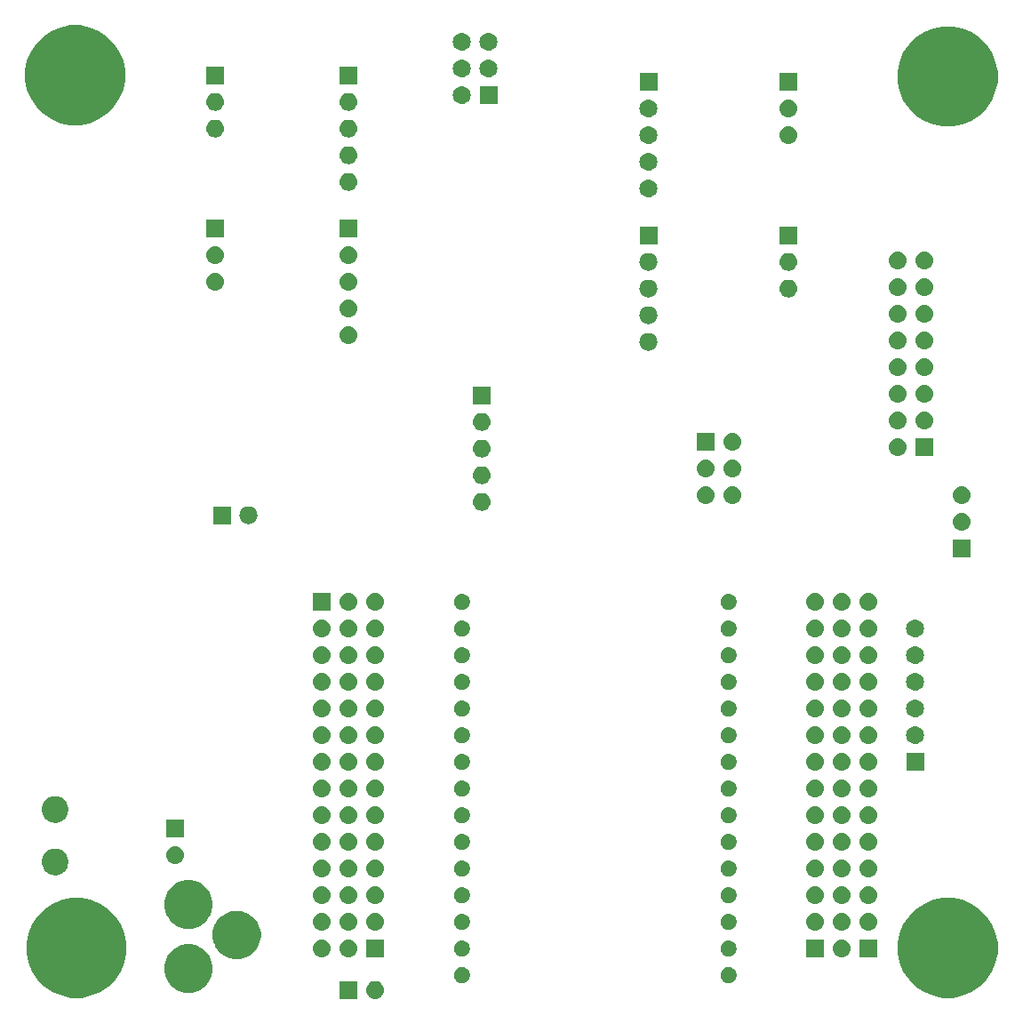
<source format=gbr>
G04 #@! TF.GenerationSoftware,KiCad,Pcbnew,(5.0.2)-1*
G04 #@! TF.CreationDate,2019-03-20T12:41:35-04:00*
G04 #@! TF.ProjectId,ESP32-Hub,45535033-322d-4487-9562-2e6b69636164,2*
G04 #@! TF.SameCoordinates,Original*
G04 #@! TF.FileFunction,Soldermask,Bot*
G04 #@! TF.FilePolarity,Negative*
%FSLAX46Y46*%
G04 Gerber Fmt 4.6, Leading zero omitted, Abs format (unit mm)*
G04 Created by KiCad (PCBNEW (5.0.2)-1) date 3/20/2019 12:41:35 PM*
%MOMM*%
%LPD*%
G01*
G04 APERTURE LIST*
%ADD10C,0.150000*%
G04 APERTURE END LIST*
D10*
G36*
X44616630Y-102162299D02*
X44776855Y-102210903D01*
X44924520Y-102289831D01*
X45053949Y-102396051D01*
X45160169Y-102525480D01*
X45239097Y-102673145D01*
X45287701Y-102833370D01*
X45304112Y-103000000D01*
X45287701Y-103166630D01*
X45239097Y-103326855D01*
X45160169Y-103474520D01*
X45053949Y-103603949D01*
X44924520Y-103710169D01*
X44776855Y-103789097D01*
X44616630Y-103837701D01*
X44491752Y-103850000D01*
X44408248Y-103850000D01*
X44283370Y-103837701D01*
X44123145Y-103789097D01*
X43975480Y-103710169D01*
X43846051Y-103603949D01*
X43739831Y-103474520D01*
X43660903Y-103326855D01*
X43612299Y-103166630D01*
X43595888Y-103000000D01*
X43612299Y-102833370D01*
X43660903Y-102673145D01*
X43739831Y-102525480D01*
X43846051Y-102396051D01*
X43975480Y-102289831D01*
X44123145Y-102210903D01*
X44283370Y-102162299D01*
X44408248Y-102150000D01*
X44491752Y-102150000D01*
X44616630Y-102162299D01*
X44616630Y-102162299D01*
G37*
G36*
X42760000Y-103850000D02*
X41060000Y-103850000D01*
X41060000Y-102150000D01*
X42760000Y-102150000D01*
X42760000Y-103850000D01*
X42760000Y-103850000D01*
G37*
G36*
X17389169Y-94420519D02*
X18255889Y-94779526D01*
X19035920Y-95300726D01*
X19699274Y-95964080D01*
X20220474Y-96744111D01*
X20579481Y-97610831D01*
X20762500Y-98530933D01*
X20762500Y-99469067D01*
X20579481Y-100389169D01*
X20220474Y-101255889D01*
X19699274Y-102035920D01*
X19035920Y-102699274D01*
X18255889Y-103220474D01*
X17389169Y-103579481D01*
X16469067Y-103762500D01*
X15530933Y-103762500D01*
X14610831Y-103579481D01*
X13744111Y-103220474D01*
X12964080Y-102699274D01*
X12300726Y-102035920D01*
X11779526Y-101255889D01*
X11420519Y-100389169D01*
X11237500Y-99469067D01*
X11237500Y-98530933D01*
X11420519Y-97610831D01*
X11779526Y-96744111D01*
X12300726Y-95964080D01*
X12964080Y-95300726D01*
X13744111Y-94779526D01*
X14610831Y-94420519D01*
X15530933Y-94237500D01*
X16469067Y-94237500D01*
X17389169Y-94420519D01*
X17389169Y-94420519D01*
G37*
G36*
X100389169Y-94420519D02*
X101255889Y-94779526D01*
X102035920Y-95300726D01*
X102699274Y-95964080D01*
X103220474Y-96744111D01*
X103579481Y-97610831D01*
X103762500Y-98530933D01*
X103762500Y-99469067D01*
X103579481Y-100389169D01*
X103220474Y-101255889D01*
X102699274Y-102035920D01*
X102035920Y-102699274D01*
X101255889Y-103220474D01*
X100389169Y-103579481D01*
X99469067Y-103762500D01*
X98530933Y-103762500D01*
X97610831Y-103579481D01*
X96744111Y-103220474D01*
X95964080Y-102699274D01*
X95300726Y-102035920D01*
X94779526Y-101255889D01*
X94420519Y-100389169D01*
X94237500Y-99469067D01*
X94237500Y-98530933D01*
X94420519Y-97610831D01*
X94779526Y-96744111D01*
X95300726Y-95964080D01*
X95964080Y-95300726D01*
X96744111Y-94779526D01*
X97610831Y-94420519D01*
X98530933Y-94237500D01*
X99469067Y-94237500D01*
X100389169Y-94420519D01*
X100389169Y-94420519D01*
G37*
G36*
X27340885Y-98753387D02*
X27678837Y-98893371D01*
X27759459Y-98926766D01*
X28071178Y-99135050D01*
X28136168Y-99178475D01*
X28456525Y-99498832D01*
X28456527Y-99498835D01*
X28690565Y-99849097D01*
X28708235Y-99875543D01*
X28881613Y-100294115D01*
X28970000Y-100738468D01*
X28970000Y-101191532D01*
X28881613Y-101635885D01*
X28715915Y-102035917D01*
X28708234Y-102054459D01*
X28603701Y-102210903D01*
X28456525Y-102431168D01*
X28136168Y-102751525D01*
X28136165Y-102751527D01*
X27759459Y-103003234D01*
X27759458Y-103003235D01*
X27759457Y-103003235D01*
X27340885Y-103176613D01*
X26896532Y-103265000D01*
X26443468Y-103265000D01*
X25999115Y-103176613D01*
X25580543Y-103003235D01*
X25580542Y-103003235D01*
X25580541Y-103003234D01*
X25203835Y-102751527D01*
X25203832Y-102751525D01*
X24883475Y-102431168D01*
X24736299Y-102210903D01*
X24631766Y-102054459D01*
X24624086Y-102035917D01*
X24458387Y-101635885D01*
X24370000Y-101191532D01*
X24370000Y-100738468D01*
X24458387Y-100294115D01*
X24631765Y-99875543D01*
X24649436Y-99849097D01*
X24883473Y-99498835D01*
X24883475Y-99498832D01*
X25203832Y-99178475D01*
X25268822Y-99135050D01*
X25580541Y-98926766D01*
X25661164Y-98893371D01*
X25999115Y-98753387D01*
X26443468Y-98665000D01*
X26896532Y-98665000D01*
X27340885Y-98753387D01*
X27340885Y-98753387D01*
G37*
G36*
X52878195Y-100857522D02*
X52927267Y-100867283D01*
X53065942Y-100924724D01*
X53190750Y-101008118D01*
X53296882Y-101114250D01*
X53380276Y-101239058D01*
X53437717Y-101377734D01*
X53467000Y-101524948D01*
X53467000Y-101675052D01*
X53437717Y-101822266D01*
X53380276Y-101960942D01*
X53296882Y-102085750D01*
X53190750Y-102191882D01*
X53190747Y-102191884D01*
X53065942Y-102275276D01*
X52927267Y-102332717D01*
X52878195Y-102342478D01*
X52780052Y-102362000D01*
X52629948Y-102362000D01*
X52531805Y-102342478D01*
X52482733Y-102332717D01*
X52344058Y-102275276D01*
X52219253Y-102191884D01*
X52219250Y-102191882D01*
X52113118Y-102085750D01*
X52029724Y-101960942D01*
X51972283Y-101822266D01*
X51943000Y-101675052D01*
X51943000Y-101524948D01*
X51972283Y-101377734D01*
X52029724Y-101239058D01*
X52113118Y-101114250D01*
X52219250Y-101008118D01*
X52344058Y-100924724D01*
X52482733Y-100867283D01*
X52531805Y-100857522D01*
X52629948Y-100838000D01*
X52780052Y-100838000D01*
X52878195Y-100857522D01*
X52878195Y-100857522D01*
G37*
G36*
X78278195Y-100857522D02*
X78327267Y-100867283D01*
X78465942Y-100924724D01*
X78590750Y-101008118D01*
X78696882Y-101114250D01*
X78780276Y-101239058D01*
X78837717Y-101377734D01*
X78867000Y-101524948D01*
X78867000Y-101675052D01*
X78837717Y-101822266D01*
X78780276Y-101960942D01*
X78696882Y-102085750D01*
X78590750Y-102191882D01*
X78590747Y-102191884D01*
X78465942Y-102275276D01*
X78327267Y-102332717D01*
X78278195Y-102342478D01*
X78180052Y-102362000D01*
X78029948Y-102362000D01*
X77931805Y-102342478D01*
X77882733Y-102332717D01*
X77744058Y-102275276D01*
X77619253Y-102191884D01*
X77619250Y-102191882D01*
X77513118Y-102085750D01*
X77429724Y-101960942D01*
X77372283Y-101822266D01*
X77343000Y-101675052D01*
X77343000Y-101524948D01*
X77372283Y-101377734D01*
X77429724Y-101239058D01*
X77513118Y-101114250D01*
X77619250Y-101008118D01*
X77744058Y-100924724D01*
X77882733Y-100867283D01*
X77931805Y-100857522D01*
X78029948Y-100838000D01*
X78180052Y-100838000D01*
X78278195Y-100857522D01*
X78278195Y-100857522D01*
G37*
G36*
X31852896Y-95535885D02*
X31940885Y-95553387D01*
X32359459Y-95726766D01*
X32714624Y-95964080D01*
X32736168Y-95978475D01*
X33056525Y-96298832D01*
X33056527Y-96298835D01*
X33254452Y-96595050D01*
X33308235Y-96675543D01*
X33481613Y-97094115D01*
X33570000Y-97538468D01*
X33570000Y-97991532D01*
X33481613Y-98435885D01*
X33350100Y-98753387D01*
X33308234Y-98854459D01*
X33170896Y-99060000D01*
X33056525Y-99231168D01*
X32736168Y-99551525D01*
X32736165Y-99551527D01*
X32359459Y-99803234D01*
X32359458Y-99803235D01*
X32359457Y-99803235D01*
X31940885Y-99976613D01*
X31496532Y-100065000D01*
X31043468Y-100065000D01*
X30599115Y-99976613D01*
X30180543Y-99803235D01*
X30180542Y-99803235D01*
X30180541Y-99803234D01*
X29803835Y-99551527D01*
X29803832Y-99551525D01*
X29483475Y-99231168D01*
X29369104Y-99060000D01*
X29231766Y-98854459D01*
X29189901Y-98753387D01*
X29058387Y-98435885D01*
X28970000Y-97991532D01*
X28970000Y-97538468D01*
X29058387Y-97094115D01*
X29231765Y-96675543D01*
X29285549Y-96595050D01*
X29483473Y-96298835D01*
X29483475Y-96298832D01*
X29803832Y-95978475D01*
X29825376Y-95964080D01*
X30180541Y-95726766D01*
X30599115Y-95553387D01*
X30687104Y-95535885D01*
X31043468Y-95465000D01*
X31496532Y-95465000D01*
X31852896Y-95535885D01*
X31852896Y-95535885D01*
G37*
G36*
X87210000Y-99910000D02*
X85510000Y-99910000D01*
X85510000Y-98210000D01*
X87210000Y-98210000D01*
X87210000Y-99910000D01*
X87210000Y-99910000D01*
G37*
G36*
X89066630Y-98222299D02*
X89226855Y-98270903D01*
X89374520Y-98349831D01*
X89503949Y-98456051D01*
X89610169Y-98585480D01*
X89689097Y-98733145D01*
X89737701Y-98893370D01*
X89754112Y-99060000D01*
X89737701Y-99226630D01*
X89689097Y-99386855D01*
X89610169Y-99534520D01*
X89503949Y-99663949D01*
X89374520Y-99770169D01*
X89226855Y-99849097D01*
X89066630Y-99897701D01*
X88941752Y-99910000D01*
X88858248Y-99910000D01*
X88733370Y-99897701D01*
X88573145Y-99849097D01*
X88425480Y-99770169D01*
X88296051Y-99663949D01*
X88189831Y-99534520D01*
X88110903Y-99386855D01*
X88062299Y-99226630D01*
X88045888Y-99060000D01*
X88062299Y-98893370D01*
X88110903Y-98733145D01*
X88189831Y-98585480D01*
X88296051Y-98456051D01*
X88425480Y-98349831D01*
X88573145Y-98270903D01*
X88733370Y-98222299D01*
X88858248Y-98210000D01*
X88941752Y-98210000D01*
X89066630Y-98222299D01*
X89066630Y-98222299D01*
G37*
G36*
X45300000Y-99910000D02*
X43600000Y-99910000D01*
X43600000Y-98210000D01*
X45300000Y-98210000D01*
X45300000Y-99910000D01*
X45300000Y-99910000D01*
G37*
G36*
X92290000Y-99910000D02*
X90590000Y-99910000D01*
X90590000Y-98210000D01*
X92290000Y-98210000D01*
X92290000Y-99910000D01*
X92290000Y-99910000D01*
G37*
G36*
X42076630Y-98222299D02*
X42236855Y-98270903D01*
X42384520Y-98349831D01*
X42513949Y-98456051D01*
X42620169Y-98585480D01*
X42699097Y-98733145D01*
X42747701Y-98893370D01*
X42764112Y-99060000D01*
X42747701Y-99226630D01*
X42699097Y-99386855D01*
X42620169Y-99534520D01*
X42513949Y-99663949D01*
X42384520Y-99770169D01*
X42236855Y-99849097D01*
X42076630Y-99897701D01*
X41951752Y-99910000D01*
X41868248Y-99910000D01*
X41743370Y-99897701D01*
X41583145Y-99849097D01*
X41435480Y-99770169D01*
X41306051Y-99663949D01*
X41199831Y-99534520D01*
X41120903Y-99386855D01*
X41072299Y-99226630D01*
X41055888Y-99060000D01*
X41072299Y-98893370D01*
X41120903Y-98733145D01*
X41199831Y-98585480D01*
X41306051Y-98456051D01*
X41435480Y-98349831D01*
X41583145Y-98270903D01*
X41743370Y-98222299D01*
X41868248Y-98210000D01*
X41951752Y-98210000D01*
X42076630Y-98222299D01*
X42076630Y-98222299D01*
G37*
G36*
X39536630Y-98222299D02*
X39696855Y-98270903D01*
X39844520Y-98349831D01*
X39973949Y-98456051D01*
X40080169Y-98585480D01*
X40159097Y-98733145D01*
X40207701Y-98893370D01*
X40224112Y-99060000D01*
X40207701Y-99226630D01*
X40159097Y-99386855D01*
X40080169Y-99534520D01*
X39973949Y-99663949D01*
X39844520Y-99770169D01*
X39696855Y-99849097D01*
X39536630Y-99897701D01*
X39411752Y-99910000D01*
X39328248Y-99910000D01*
X39203370Y-99897701D01*
X39043145Y-99849097D01*
X38895480Y-99770169D01*
X38766051Y-99663949D01*
X38659831Y-99534520D01*
X38580903Y-99386855D01*
X38532299Y-99226630D01*
X38515888Y-99060000D01*
X38532299Y-98893370D01*
X38580903Y-98733145D01*
X38659831Y-98585480D01*
X38766051Y-98456051D01*
X38895480Y-98349831D01*
X39043145Y-98270903D01*
X39203370Y-98222299D01*
X39328248Y-98210000D01*
X39411752Y-98210000D01*
X39536630Y-98222299D01*
X39536630Y-98222299D01*
G37*
G36*
X78278195Y-98317522D02*
X78327267Y-98327283D01*
X78381705Y-98349832D01*
X78465942Y-98384724D01*
X78590750Y-98468118D01*
X78696882Y-98574250D01*
X78696884Y-98574253D01*
X78780276Y-98699058D01*
X78837717Y-98837733D01*
X78841044Y-98854459D01*
X78867000Y-98984948D01*
X78867000Y-99135052D01*
X78837717Y-99282266D01*
X78780276Y-99420942D01*
X78696882Y-99545750D01*
X78590750Y-99651882D01*
X78590747Y-99651884D01*
X78465942Y-99735276D01*
X78327267Y-99792717D01*
X78278195Y-99802478D01*
X78180052Y-99822000D01*
X78029948Y-99822000D01*
X77931805Y-99802478D01*
X77882733Y-99792717D01*
X77744058Y-99735276D01*
X77619253Y-99651884D01*
X77619250Y-99651882D01*
X77513118Y-99545750D01*
X77429724Y-99420942D01*
X77372283Y-99282266D01*
X77343000Y-99135052D01*
X77343000Y-98984948D01*
X77368956Y-98854459D01*
X77372283Y-98837733D01*
X77429724Y-98699058D01*
X77513116Y-98574253D01*
X77513118Y-98574250D01*
X77619250Y-98468118D01*
X77744058Y-98384724D01*
X77828295Y-98349832D01*
X77882733Y-98327283D01*
X77931805Y-98317522D01*
X78029948Y-98298000D01*
X78180052Y-98298000D01*
X78278195Y-98317522D01*
X78278195Y-98317522D01*
G37*
G36*
X52878195Y-98317522D02*
X52927267Y-98327283D01*
X52981705Y-98349832D01*
X53065942Y-98384724D01*
X53190750Y-98468118D01*
X53296882Y-98574250D01*
X53296884Y-98574253D01*
X53380276Y-98699058D01*
X53437717Y-98837733D01*
X53441044Y-98854459D01*
X53467000Y-98984948D01*
X53467000Y-99135052D01*
X53437717Y-99282266D01*
X53380276Y-99420942D01*
X53296882Y-99545750D01*
X53190750Y-99651882D01*
X53190747Y-99651884D01*
X53065942Y-99735276D01*
X52927267Y-99792717D01*
X52878195Y-99802478D01*
X52780052Y-99822000D01*
X52629948Y-99822000D01*
X52531805Y-99802478D01*
X52482733Y-99792717D01*
X52344058Y-99735276D01*
X52219253Y-99651884D01*
X52219250Y-99651882D01*
X52113118Y-99545750D01*
X52029724Y-99420942D01*
X51972283Y-99282266D01*
X51943000Y-99135052D01*
X51943000Y-98984948D01*
X51968956Y-98854459D01*
X51972283Y-98837733D01*
X52029724Y-98699058D01*
X52113116Y-98574253D01*
X52113118Y-98574250D01*
X52219250Y-98468118D01*
X52344058Y-98384724D01*
X52428295Y-98349832D01*
X52482733Y-98327283D01*
X52531805Y-98317522D01*
X52629948Y-98298000D01*
X52780052Y-98298000D01*
X52878195Y-98317522D01*
X52878195Y-98317522D01*
G37*
G36*
X42076630Y-95682299D02*
X42236855Y-95730903D01*
X42384520Y-95809831D01*
X42513949Y-95916051D01*
X42620169Y-96045480D01*
X42699097Y-96193145D01*
X42747701Y-96353370D01*
X42764112Y-96520000D01*
X42747701Y-96686630D01*
X42699097Y-96846855D01*
X42620169Y-96994520D01*
X42513949Y-97123949D01*
X42384520Y-97230169D01*
X42236855Y-97309097D01*
X42076630Y-97357701D01*
X41951752Y-97370000D01*
X41868248Y-97370000D01*
X41743370Y-97357701D01*
X41583145Y-97309097D01*
X41435480Y-97230169D01*
X41306051Y-97123949D01*
X41199831Y-96994520D01*
X41120903Y-96846855D01*
X41072299Y-96686630D01*
X41055888Y-96520000D01*
X41072299Y-96353370D01*
X41120903Y-96193145D01*
X41199831Y-96045480D01*
X41306051Y-95916051D01*
X41435480Y-95809831D01*
X41583145Y-95730903D01*
X41743370Y-95682299D01*
X41868248Y-95670000D01*
X41951752Y-95670000D01*
X42076630Y-95682299D01*
X42076630Y-95682299D01*
G37*
G36*
X44616630Y-95682299D02*
X44776855Y-95730903D01*
X44924520Y-95809831D01*
X45053949Y-95916051D01*
X45160169Y-96045480D01*
X45239097Y-96193145D01*
X45287701Y-96353370D01*
X45304112Y-96520000D01*
X45287701Y-96686630D01*
X45239097Y-96846855D01*
X45160169Y-96994520D01*
X45053949Y-97123949D01*
X44924520Y-97230169D01*
X44776855Y-97309097D01*
X44616630Y-97357701D01*
X44491752Y-97370000D01*
X44408248Y-97370000D01*
X44283370Y-97357701D01*
X44123145Y-97309097D01*
X43975480Y-97230169D01*
X43846051Y-97123949D01*
X43739831Y-96994520D01*
X43660903Y-96846855D01*
X43612299Y-96686630D01*
X43595888Y-96520000D01*
X43612299Y-96353370D01*
X43660903Y-96193145D01*
X43739831Y-96045480D01*
X43846051Y-95916051D01*
X43975480Y-95809831D01*
X44123145Y-95730903D01*
X44283370Y-95682299D01*
X44408248Y-95670000D01*
X44491752Y-95670000D01*
X44616630Y-95682299D01*
X44616630Y-95682299D01*
G37*
G36*
X86526630Y-95682299D02*
X86686855Y-95730903D01*
X86834520Y-95809831D01*
X86963949Y-95916051D01*
X87070169Y-96045480D01*
X87149097Y-96193145D01*
X87197701Y-96353370D01*
X87214112Y-96520000D01*
X87197701Y-96686630D01*
X87149097Y-96846855D01*
X87070169Y-96994520D01*
X86963949Y-97123949D01*
X86834520Y-97230169D01*
X86686855Y-97309097D01*
X86526630Y-97357701D01*
X86401752Y-97370000D01*
X86318248Y-97370000D01*
X86193370Y-97357701D01*
X86033145Y-97309097D01*
X85885480Y-97230169D01*
X85756051Y-97123949D01*
X85649831Y-96994520D01*
X85570903Y-96846855D01*
X85522299Y-96686630D01*
X85505888Y-96520000D01*
X85522299Y-96353370D01*
X85570903Y-96193145D01*
X85649831Y-96045480D01*
X85756051Y-95916051D01*
X85885480Y-95809831D01*
X86033145Y-95730903D01*
X86193370Y-95682299D01*
X86318248Y-95670000D01*
X86401752Y-95670000D01*
X86526630Y-95682299D01*
X86526630Y-95682299D01*
G37*
G36*
X89066630Y-95682299D02*
X89226855Y-95730903D01*
X89374520Y-95809831D01*
X89503949Y-95916051D01*
X89610169Y-96045480D01*
X89689097Y-96193145D01*
X89737701Y-96353370D01*
X89754112Y-96520000D01*
X89737701Y-96686630D01*
X89689097Y-96846855D01*
X89610169Y-96994520D01*
X89503949Y-97123949D01*
X89374520Y-97230169D01*
X89226855Y-97309097D01*
X89066630Y-97357701D01*
X88941752Y-97370000D01*
X88858248Y-97370000D01*
X88733370Y-97357701D01*
X88573145Y-97309097D01*
X88425480Y-97230169D01*
X88296051Y-97123949D01*
X88189831Y-96994520D01*
X88110903Y-96846855D01*
X88062299Y-96686630D01*
X88045888Y-96520000D01*
X88062299Y-96353370D01*
X88110903Y-96193145D01*
X88189831Y-96045480D01*
X88296051Y-95916051D01*
X88425480Y-95809831D01*
X88573145Y-95730903D01*
X88733370Y-95682299D01*
X88858248Y-95670000D01*
X88941752Y-95670000D01*
X89066630Y-95682299D01*
X89066630Y-95682299D01*
G37*
G36*
X91606630Y-95682299D02*
X91766855Y-95730903D01*
X91914520Y-95809831D01*
X92043949Y-95916051D01*
X92150169Y-96045480D01*
X92229097Y-96193145D01*
X92277701Y-96353370D01*
X92294112Y-96520000D01*
X92277701Y-96686630D01*
X92229097Y-96846855D01*
X92150169Y-96994520D01*
X92043949Y-97123949D01*
X91914520Y-97230169D01*
X91766855Y-97309097D01*
X91606630Y-97357701D01*
X91481752Y-97370000D01*
X91398248Y-97370000D01*
X91273370Y-97357701D01*
X91113145Y-97309097D01*
X90965480Y-97230169D01*
X90836051Y-97123949D01*
X90729831Y-96994520D01*
X90650903Y-96846855D01*
X90602299Y-96686630D01*
X90585888Y-96520000D01*
X90602299Y-96353370D01*
X90650903Y-96193145D01*
X90729831Y-96045480D01*
X90836051Y-95916051D01*
X90965480Y-95809831D01*
X91113145Y-95730903D01*
X91273370Y-95682299D01*
X91398248Y-95670000D01*
X91481752Y-95670000D01*
X91606630Y-95682299D01*
X91606630Y-95682299D01*
G37*
G36*
X39536630Y-95682299D02*
X39696855Y-95730903D01*
X39844520Y-95809831D01*
X39973949Y-95916051D01*
X40080169Y-96045480D01*
X40159097Y-96193145D01*
X40207701Y-96353370D01*
X40224112Y-96520000D01*
X40207701Y-96686630D01*
X40159097Y-96846855D01*
X40080169Y-96994520D01*
X39973949Y-97123949D01*
X39844520Y-97230169D01*
X39696855Y-97309097D01*
X39536630Y-97357701D01*
X39411752Y-97370000D01*
X39328248Y-97370000D01*
X39203370Y-97357701D01*
X39043145Y-97309097D01*
X38895480Y-97230169D01*
X38766051Y-97123949D01*
X38659831Y-96994520D01*
X38580903Y-96846855D01*
X38532299Y-96686630D01*
X38515888Y-96520000D01*
X38532299Y-96353370D01*
X38580903Y-96193145D01*
X38659831Y-96045480D01*
X38766051Y-95916051D01*
X38895480Y-95809831D01*
X39043145Y-95730903D01*
X39203370Y-95682299D01*
X39328248Y-95670000D01*
X39411752Y-95670000D01*
X39536630Y-95682299D01*
X39536630Y-95682299D01*
G37*
G36*
X78278195Y-95777522D02*
X78327267Y-95787283D01*
X78381705Y-95809832D01*
X78465942Y-95844724D01*
X78590750Y-95928118D01*
X78696882Y-96034250D01*
X78696884Y-96034253D01*
X78780276Y-96159058D01*
X78837717Y-96297733D01*
X78837936Y-96298835D01*
X78867000Y-96444948D01*
X78867000Y-96595052D01*
X78850989Y-96675543D01*
X78837717Y-96742267D01*
X78836953Y-96744111D01*
X78780276Y-96880942D01*
X78696882Y-97005750D01*
X78590750Y-97111882D01*
X78590747Y-97111884D01*
X78465942Y-97195276D01*
X78327267Y-97252717D01*
X78278195Y-97262478D01*
X78180052Y-97282000D01*
X78029948Y-97282000D01*
X77931805Y-97262478D01*
X77882733Y-97252717D01*
X77744058Y-97195276D01*
X77619253Y-97111884D01*
X77619250Y-97111882D01*
X77513118Y-97005750D01*
X77429724Y-96880942D01*
X77373047Y-96744111D01*
X77372283Y-96742267D01*
X77359011Y-96675543D01*
X77343000Y-96595052D01*
X77343000Y-96444948D01*
X77372064Y-96298835D01*
X77372283Y-96297733D01*
X77429724Y-96159058D01*
X77513116Y-96034253D01*
X77513118Y-96034250D01*
X77619250Y-95928118D01*
X77744058Y-95844724D01*
X77828295Y-95809832D01*
X77882733Y-95787283D01*
X77931805Y-95777522D01*
X78029948Y-95758000D01*
X78180052Y-95758000D01*
X78278195Y-95777522D01*
X78278195Y-95777522D01*
G37*
G36*
X52878195Y-95777522D02*
X52927267Y-95787283D01*
X52981705Y-95809832D01*
X53065942Y-95844724D01*
X53190750Y-95928118D01*
X53296882Y-96034250D01*
X53296884Y-96034253D01*
X53380276Y-96159058D01*
X53437717Y-96297733D01*
X53437936Y-96298835D01*
X53467000Y-96444948D01*
X53467000Y-96595052D01*
X53450989Y-96675543D01*
X53437717Y-96742267D01*
X53436953Y-96744111D01*
X53380276Y-96880942D01*
X53296882Y-97005750D01*
X53190750Y-97111882D01*
X53190747Y-97111884D01*
X53065942Y-97195276D01*
X52927267Y-97252717D01*
X52878195Y-97262478D01*
X52780052Y-97282000D01*
X52629948Y-97282000D01*
X52531805Y-97262478D01*
X52482733Y-97252717D01*
X52344058Y-97195276D01*
X52219253Y-97111884D01*
X52219250Y-97111882D01*
X52113118Y-97005750D01*
X52029724Y-96880942D01*
X51973047Y-96744111D01*
X51972283Y-96742267D01*
X51959011Y-96675543D01*
X51943000Y-96595052D01*
X51943000Y-96444948D01*
X51972064Y-96298835D01*
X51972283Y-96297733D01*
X52029724Y-96159058D01*
X52113116Y-96034253D01*
X52113118Y-96034250D01*
X52219250Y-95928118D01*
X52344058Y-95844724D01*
X52428295Y-95809832D01*
X52482733Y-95787283D01*
X52531805Y-95777522D01*
X52629948Y-95758000D01*
X52780052Y-95758000D01*
X52878195Y-95777522D01*
X52878195Y-95777522D01*
G37*
G36*
X27340885Y-92653387D02*
X27759459Y-92826766D01*
X28131155Y-93075125D01*
X28136168Y-93078475D01*
X28456525Y-93398832D01*
X28456527Y-93398835D01*
X28696336Y-93757734D01*
X28708235Y-93775543D01*
X28881613Y-94194115D01*
X28970000Y-94638468D01*
X28970000Y-95091532D01*
X28881613Y-95535885D01*
X28768141Y-95809832D01*
X28708234Y-95954459D01*
X28647415Y-96045481D01*
X28456525Y-96331168D01*
X28136168Y-96651525D01*
X28136165Y-96651527D01*
X27759459Y-96903234D01*
X27759458Y-96903235D01*
X27759457Y-96903235D01*
X27340885Y-97076613D01*
X26896532Y-97165000D01*
X26443468Y-97165000D01*
X25999115Y-97076613D01*
X25580543Y-96903235D01*
X25580542Y-96903235D01*
X25580541Y-96903234D01*
X25203835Y-96651527D01*
X25203832Y-96651525D01*
X24883475Y-96331168D01*
X24692585Y-96045481D01*
X24631766Y-95954459D01*
X24571860Y-95809832D01*
X24458387Y-95535885D01*
X24370000Y-95091532D01*
X24370000Y-94638468D01*
X24458387Y-94194115D01*
X24631765Y-93775543D01*
X24643665Y-93757734D01*
X24883473Y-93398835D01*
X24883475Y-93398832D01*
X25203832Y-93078475D01*
X25208845Y-93075125D01*
X25580541Y-92826766D01*
X25999115Y-92653387D01*
X26443468Y-92565000D01*
X26896532Y-92565000D01*
X27340885Y-92653387D01*
X27340885Y-92653387D01*
G37*
G36*
X91606630Y-93142299D02*
X91766855Y-93190903D01*
X91914520Y-93269831D01*
X92043949Y-93376051D01*
X92150169Y-93505480D01*
X92229097Y-93653145D01*
X92277701Y-93813370D01*
X92294112Y-93980000D01*
X92277701Y-94146630D01*
X92229097Y-94306855D01*
X92150169Y-94454520D01*
X92043949Y-94583949D01*
X91914520Y-94690169D01*
X91766855Y-94769097D01*
X91606630Y-94817701D01*
X91481752Y-94830000D01*
X91398248Y-94830000D01*
X91273370Y-94817701D01*
X91113145Y-94769097D01*
X90965480Y-94690169D01*
X90836051Y-94583949D01*
X90729831Y-94454520D01*
X90650903Y-94306855D01*
X90602299Y-94146630D01*
X90585888Y-93980000D01*
X90602299Y-93813370D01*
X90650903Y-93653145D01*
X90729831Y-93505480D01*
X90836051Y-93376051D01*
X90965480Y-93269831D01*
X91113145Y-93190903D01*
X91273370Y-93142299D01*
X91398248Y-93130000D01*
X91481752Y-93130000D01*
X91606630Y-93142299D01*
X91606630Y-93142299D01*
G37*
G36*
X44616630Y-93142299D02*
X44776855Y-93190903D01*
X44924520Y-93269831D01*
X45053949Y-93376051D01*
X45160169Y-93505480D01*
X45239097Y-93653145D01*
X45287701Y-93813370D01*
X45304112Y-93980000D01*
X45287701Y-94146630D01*
X45239097Y-94306855D01*
X45160169Y-94454520D01*
X45053949Y-94583949D01*
X44924520Y-94690169D01*
X44776855Y-94769097D01*
X44616630Y-94817701D01*
X44491752Y-94830000D01*
X44408248Y-94830000D01*
X44283370Y-94817701D01*
X44123145Y-94769097D01*
X43975480Y-94690169D01*
X43846051Y-94583949D01*
X43739831Y-94454520D01*
X43660903Y-94306855D01*
X43612299Y-94146630D01*
X43595888Y-93980000D01*
X43612299Y-93813370D01*
X43660903Y-93653145D01*
X43739831Y-93505480D01*
X43846051Y-93376051D01*
X43975480Y-93269831D01*
X44123145Y-93190903D01*
X44283370Y-93142299D01*
X44408248Y-93130000D01*
X44491752Y-93130000D01*
X44616630Y-93142299D01*
X44616630Y-93142299D01*
G37*
G36*
X86526630Y-93142299D02*
X86686855Y-93190903D01*
X86834520Y-93269831D01*
X86963949Y-93376051D01*
X87070169Y-93505480D01*
X87149097Y-93653145D01*
X87197701Y-93813370D01*
X87214112Y-93980000D01*
X87197701Y-94146630D01*
X87149097Y-94306855D01*
X87070169Y-94454520D01*
X86963949Y-94583949D01*
X86834520Y-94690169D01*
X86686855Y-94769097D01*
X86526630Y-94817701D01*
X86401752Y-94830000D01*
X86318248Y-94830000D01*
X86193370Y-94817701D01*
X86033145Y-94769097D01*
X85885480Y-94690169D01*
X85756051Y-94583949D01*
X85649831Y-94454520D01*
X85570903Y-94306855D01*
X85522299Y-94146630D01*
X85505888Y-93980000D01*
X85522299Y-93813370D01*
X85570903Y-93653145D01*
X85649831Y-93505480D01*
X85756051Y-93376051D01*
X85885480Y-93269831D01*
X86033145Y-93190903D01*
X86193370Y-93142299D01*
X86318248Y-93130000D01*
X86401752Y-93130000D01*
X86526630Y-93142299D01*
X86526630Y-93142299D01*
G37*
G36*
X39536630Y-93142299D02*
X39696855Y-93190903D01*
X39844520Y-93269831D01*
X39973949Y-93376051D01*
X40080169Y-93505480D01*
X40159097Y-93653145D01*
X40207701Y-93813370D01*
X40224112Y-93980000D01*
X40207701Y-94146630D01*
X40159097Y-94306855D01*
X40080169Y-94454520D01*
X39973949Y-94583949D01*
X39844520Y-94690169D01*
X39696855Y-94769097D01*
X39536630Y-94817701D01*
X39411752Y-94830000D01*
X39328248Y-94830000D01*
X39203370Y-94817701D01*
X39043145Y-94769097D01*
X38895480Y-94690169D01*
X38766051Y-94583949D01*
X38659831Y-94454520D01*
X38580903Y-94306855D01*
X38532299Y-94146630D01*
X38515888Y-93980000D01*
X38532299Y-93813370D01*
X38580903Y-93653145D01*
X38659831Y-93505480D01*
X38766051Y-93376051D01*
X38895480Y-93269831D01*
X39043145Y-93190903D01*
X39203370Y-93142299D01*
X39328248Y-93130000D01*
X39411752Y-93130000D01*
X39536630Y-93142299D01*
X39536630Y-93142299D01*
G37*
G36*
X89066630Y-93142299D02*
X89226855Y-93190903D01*
X89374520Y-93269831D01*
X89503949Y-93376051D01*
X89610169Y-93505480D01*
X89689097Y-93653145D01*
X89737701Y-93813370D01*
X89754112Y-93980000D01*
X89737701Y-94146630D01*
X89689097Y-94306855D01*
X89610169Y-94454520D01*
X89503949Y-94583949D01*
X89374520Y-94690169D01*
X89226855Y-94769097D01*
X89066630Y-94817701D01*
X88941752Y-94830000D01*
X88858248Y-94830000D01*
X88733370Y-94817701D01*
X88573145Y-94769097D01*
X88425480Y-94690169D01*
X88296051Y-94583949D01*
X88189831Y-94454520D01*
X88110903Y-94306855D01*
X88062299Y-94146630D01*
X88045888Y-93980000D01*
X88062299Y-93813370D01*
X88110903Y-93653145D01*
X88189831Y-93505480D01*
X88296051Y-93376051D01*
X88425480Y-93269831D01*
X88573145Y-93190903D01*
X88733370Y-93142299D01*
X88858248Y-93130000D01*
X88941752Y-93130000D01*
X89066630Y-93142299D01*
X89066630Y-93142299D01*
G37*
G36*
X42076630Y-93142299D02*
X42236855Y-93190903D01*
X42384520Y-93269831D01*
X42513949Y-93376051D01*
X42620169Y-93505480D01*
X42699097Y-93653145D01*
X42747701Y-93813370D01*
X42764112Y-93980000D01*
X42747701Y-94146630D01*
X42699097Y-94306855D01*
X42620169Y-94454520D01*
X42513949Y-94583949D01*
X42384520Y-94690169D01*
X42236855Y-94769097D01*
X42076630Y-94817701D01*
X41951752Y-94830000D01*
X41868248Y-94830000D01*
X41743370Y-94817701D01*
X41583145Y-94769097D01*
X41435480Y-94690169D01*
X41306051Y-94583949D01*
X41199831Y-94454520D01*
X41120903Y-94306855D01*
X41072299Y-94146630D01*
X41055888Y-93980000D01*
X41072299Y-93813370D01*
X41120903Y-93653145D01*
X41199831Y-93505480D01*
X41306051Y-93376051D01*
X41435480Y-93269831D01*
X41583145Y-93190903D01*
X41743370Y-93142299D01*
X41868248Y-93130000D01*
X41951752Y-93130000D01*
X42076630Y-93142299D01*
X42076630Y-93142299D01*
G37*
G36*
X52878195Y-93237522D02*
X52927267Y-93247283D01*
X52981705Y-93269832D01*
X53065942Y-93304724D01*
X53190750Y-93388118D01*
X53296882Y-93494250D01*
X53296884Y-93494253D01*
X53380276Y-93619058D01*
X53437717Y-93757733D01*
X53467000Y-93904950D01*
X53467000Y-94055050D01*
X53439339Y-94194115D01*
X53437717Y-94202266D01*
X53380276Y-94340942D01*
X53296882Y-94465750D01*
X53190750Y-94571882D01*
X53190747Y-94571884D01*
X53065942Y-94655276D01*
X52927267Y-94712717D01*
X52878195Y-94722478D01*
X52780052Y-94742000D01*
X52629948Y-94742000D01*
X52531805Y-94722478D01*
X52482733Y-94712717D01*
X52344058Y-94655276D01*
X52219253Y-94571884D01*
X52219250Y-94571882D01*
X52113118Y-94465750D01*
X52029724Y-94340942D01*
X51972283Y-94202266D01*
X51970662Y-94194115D01*
X51943000Y-94055050D01*
X51943000Y-93904950D01*
X51972283Y-93757733D01*
X52029724Y-93619058D01*
X52113116Y-93494253D01*
X52113118Y-93494250D01*
X52219250Y-93388118D01*
X52344058Y-93304724D01*
X52428295Y-93269832D01*
X52482733Y-93247283D01*
X52531805Y-93237522D01*
X52629948Y-93218000D01*
X52780052Y-93218000D01*
X52878195Y-93237522D01*
X52878195Y-93237522D01*
G37*
G36*
X78278195Y-93237522D02*
X78327267Y-93247283D01*
X78381705Y-93269832D01*
X78465942Y-93304724D01*
X78590750Y-93388118D01*
X78696882Y-93494250D01*
X78696884Y-93494253D01*
X78780276Y-93619058D01*
X78837717Y-93757733D01*
X78867000Y-93904950D01*
X78867000Y-94055050D01*
X78839339Y-94194115D01*
X78837717Y-94202266D01*
X78780276Y-94340942D01*
X78696882Y-94465750D01*
X78590750Y-94571882D01*
X78590747Y-94571884D01*
X78465942Y-94655276D01*
X78327267Y-94712717D01*
X78278195Y-94722478D01*
X78180052Y-94742000D01*
X78029948Y-94742000D01*
X77931805Y-94722478D01*
X77882733Y-94712717D01*
X77744058Y-94655276D01*
X77619253Y-94571884D01*
X77619250Y-94571882D01*
X77513118Y-94465750D01*
X77429724Y-94340942D01*
X77372283Y-94202266D01*
X77370662Y-94194115D01*
X77343000Y-94055050D01*
X77343000Y-93904950D01*
X77372283Y-93757733D01*
X77429724Y-93619058D01*
X77513116Y-93494253D01*
X77513118Y-93494250D01*
X77619250Y-93388118D01*
X77744058Y-93304724D01*
X77828295Y-93269832D01*
X77882733Y-93247283D01*
X77931805Y-93237522D01*
X78029948Y-93218000D01*
X78180052Y-93218000D01*
X78278195Y-93237522D01*
X78278195Y-93237522D01*
G37*
G36*
X89066630Y-90602299D02*
X89226855Y-90650903D01*
X89374520Y-90729831D01*
X89503949Y-90836051D01*
X89610169Y-90965480D01*
X89689097Y-91113145D01*
X89737701Y-91273370D01*
X89754112Y-91440000D01*
X89737701Y-91606630D01*
X89689097Y-91766855D01*
X89610169Y-91914520D01*
X89503949Y-92043949D01*
X89374520Y-92150169D01*
X89226855Y-92229097D01*
X89066630Y-92277701D01*
X88941752Y-92290000D01*
X88858248Y-92290000D01*
X88733370Y-92277701D01*
X88573145Y-92229097D01*
X88425480Y-92150169D01*
X88296051Y-92043949D01*
X88189831Y-91914520D01*
X88110903Y-91766855D01*
X88062299Y-91606630D01*
X88045888Y-91440000D01*
X88062299Y-91273370D01*
X88110903Y-91113145D01*
X88189831Y-90965480D01*
X88296051Y-90836051D01*
X88425480Y-90729831D01*
X88573145Y-90650903D01*
X88733370Y-90602299D01*
X88858248Y-90590000D01*
X88941752Y-90590000D01*
X89066630Y-90602299D01*
X89066630Y-90602299D01*
G37*
G36*
X91606630Y-90602299D02*
X91766855Y-90650903D01*
X91914520Y-90729831D01*
X92043949Y-90836051D01*
X92150169Y-90965480D01*
X92229097Y-91113145D01*
X92277701Y-91273370D01*
X92294112Y-91440000D01*
X92277701Y-91606630D01*
X92229097Y-91766855D01*
X92150169Y-91914520D01*
X92043949Y-92043949D01*
X91914520Y-92150169D01*
X91766855Y-92229097D01*
X91606630Y-92277701D01*
X91481752Y-92290000D01*
X91398248Y-92290000D01*
X91273370Y-92277701D01*
X91113145Y-92229097D01*
X90965480Y-92150169D01*
X90836051Y-92043949D01*
X90729831Y-91914520D01*
X90650903Y-91766855D01*
X90602299Y-91606630D01*
X90585888Y-91440000D01*
X90602299Y-91273370D01*
X90650903Y-91113145D01*
X90729831Y-90965480D01*
X90836051Y-90836051D01*
X90965480Y-90729831D01*
X91113145Y-90650903D01*
X91273370Y-90602299D01*
X91398248Y-90590000D01*
X91481752Y-90590000D01*
X91606630Y-90602299D01*
X91606630Y-90602299D01*
G37*
G36*
X39536630Y-90602299D02*
X39696855Y-90650903D01*
X39844520Y-90729831D01*
X39973949Y-90836051D01*
X40080169Y-90965480D01*
X40159097Y-91113145D01*
X40207701Y-91273370D01*
X40224112Y-91440000D01*
X40207701Y-91606630D01*
X40159097Y-91766855D01*
X40080169Y-91914520D01*
X39973949Y-92043949D01*
X39844520Y-92150169D01*
X39696855Y-92229097D01*
X39536630Y-92277701D01*
X39411752Y-92290000D01*
X39328248Y-92290000D01*
X39203370Y-92277701D01*
X39043145Y-92229097D01*
X38895480Y-92150169D01*
X38766051Y-92043949D01*
X38659831Y-91914520D01*
X38580903Y-91766855D01*
X38532299Y-91606630D01*
X38515888Y-91440000D01*
X38532299Y-91273370D01*
X38580903Y-91113145D01*
X38659831Y-90965480D01*
X38766051Y-90836051D01*
X38895480Y-90729831D01*
X39043145Y-90650903D01*
X39203370Y-90602299D01*
X39328248Y-90590000D01*
X39411752Y-90590000D01*
X39536630Y-90602299D01*
X39536630Y-90602299D01*
G37*
G36*
X42076630Y-90602299D02*
X42236855Y-90650903D01*
X42384520Y-90729831D01*
X42513949Y-90836051D01*
X42620169Y-90965480D01*
X42699097Y-91113145D01*
X42747701Y-91273370D01*
X42764112Y-91440000D01*
X42747701Y-91606630D01*
X42699097Y-91766855D01*
X42620169Y-91914520D01*
X42513949Y-92043949D01*
X42384520Y-92150169D01*
X42236855Y-92229097D01*
X42076630Y-92277701D01*
X41951752Y-92290000D01*
X41868248Y-92290000D01*
X41743370Y-92277701D01*
X41583145Y-92229097D01*
X41435480Y-92150169D01*
X41306051Y-92043949D01*
X41199831Y-91914520D01*
X41120903Y-91766855D01*
X41072299Y-91606630D01*
X41055888Y-91440000D01*
X41072299Y-91273370D01*
X41120903Y-91113145D01*
X41199831Y-90965480D01*
X41306051Y-90836051D01*
X41435480Y-90729831D01*
X41583145Y-90650903D01*
X41743370Y-90602299D01*
X41868248Y-90590000D01*
X41951752Y-90590000D01*
X42076630Y-90602299D01*
X42076630Y-90602299D01*
G37*
G36*
X44616630Y-90602299D02*
X44776855Y-90650903D01*
X44924520Y-90729831D01*
X45053949Y-90836051D01*
X45160169Y-90965480D01*
X45239097Y-91113145D01*
X45287701Y-91273370D01*
X45304112Y-91440000D01*
X45287701Y-91606630D01*
X45239097Y-91766855D01*
X45160169Y-91914520D01*
X45053949Y-92043949D01*
X44924520Y-92150169D01*
X44776855Y-92229097D01*
X44616630Y-92277701D01*
X44491752Y-92290000D01*
X44408248Y-92290000D01*
X44283370Y-92277701D01*
X44123145Y-92229097D01*
X43975480Y-92150169D01*
X43846051Y-92043949D01*
X43739831Y-91914520D01*
X43660903Y-91766855D01*
X43612299Y-91606630D01*
X43595888Y-91440000D01*
X43612299Y-91273370D01*
X43660903Y-91113145D01*
X43739831Y-90965480D01*
X43846051Y-90836051D01*
X43975480Y-90729831D01*
X44123145Y-90650903D01*
X44283370Y-90602299D01*
X44408248Y-90590000D01*
X44491752Y-90590000D01*
X44616630Y-90602299D01*
X44616630Y-90602299D01*
G37*
G36*
X86526630Y-90602299D02*
X86686855Y-90650903D01*
X86834520Y-90729831D01*
X86963949Y-90836051D01*
X87070169Y-90965480D01*
X87149097Y-91113145D01*
X87197701Y-91273370D01*
X87214112Y-91440000D01*
X87197701Y-91606630D01*
X87149097Y-91766855D01*
X87070169Y-91914520D01*
X86963949Y-92043949D01*
X86834520Y-92150169D01*
X86686855Y-92229097D01*
X86526630Y-92277701D01*
X86401752Y-92290000D01*
X86318248Y-92290000D01*
X86193370Y-92277701D01*
X86033145Y-92229097D01*
X85885480Y-92150169D01*
X85756051Y-92043949D01*
X85649831Y-91914520D01*
X85570903Y-91766855D01*
X85522299Y-91606630D01*
X85505888Y-91440000D01*
X85522299Y-91273370D01*
X85570903Y-91113145D01*
X85649831Y-90965480D01*
X85756051Y-90836051D01*
X85885480Y-90729831D01*
X86033145Y-90650903D01*
X86193370Y-90602299D01*
X86318248Y-90590000D01*
X86401752Y-90590000D01*
X86526630Y-90602299D01*
X86526630Y-90602299D01*
G37*
G36*
X52878195Y-90697522D02*
X52927267Y-90707283D01*
X52981705Y-90729832D01*
X53065942Y-90764724D01*
X53190750Y-90848118D01*
X53296882Y-90954250D01*
X53296884Y-90954253D01*
X53380276Y-91079058D01*
X53420201Y-91175445D01*
X53437717Y-91217734D01*
X53467000Y-91364948D01*
X53467000Y-91515052D01*
X53437717Y-91662266D01*
X53380276Y-91800942D01*
X53296882Y-91925750D01*
X53190750Y-92031882D01*
X53190747Y-92031884D01*
X53065942Y-92115276D01*
X52927267Y-92172717D01*
X52878195Y-92182478D01*
X52780052Y-92202000D01*
X52629948Y-92202000D01*
X52531805Y-92182478D01*
X52482733Y-92172717D01*
X52344058Y-92115276D01*
X52219253Y-92031884D01*
X52219250Y-92031882D01*
X52113118Y-91925750D01*
X52029724Y-91800942D01*
X51972283Y-91662266D01*
X51943000Y-91515052D01*
X51943000Y-91364948D01*
X51972283Y-91217734D01*
X51989800Y-91175445D01*
X52029724Y-91079058D01*
X52113116Y-90954253D01*
X52113118Y-90954250D01*
X52219250Y-90848118D01*
X52344058Y-90764724D01*
X52428295Y-90729832D01*
X52482733Y-90707283D01*
X52531805Y-90697522D01*
X52629948Y-90678000D01*
X52780052Y-90678000D01*
X52878195Y-90697522D01*
X52878195Y-90697522D01*
G37*
G36*
X78278195Y-90697522D02*
X78327267Y-90707283D01*
X78381705Y-90729832D01*
X78465942Y-90764724D01*
X78590750Y-90848118D01*
X78696882Y-90954250D01*
X78696884Y-90954253D01*
X78780276Y-91079058D01*
X78820201Y-91175445D01*
X78837717Y-91217734D01*
X78867000Y-91364948D01*
X78867000Y-91515052D01*
X78837717Y-91662266D01*
X78780276Y-91800942D01*
X78696882Y-91925750D01*
X78590750Y-92031882D01*
X78590747Y-92031884D01*
X78465942Y-92115276D01*
X78327267Y-92172717D01*
X78278195Y-92182478D01*
X78180052Y-92202000D01*
X78029948Y-92202000D01*
X77931805Y-92182478D01*
X77882733Y-92172717D01*
X77744058Y-92115276D01*
X77619253Y-92031884D01*
X77619250Y-92031882D01*
X77513118Y-91925750D01*
X77429724Y-91800942D01*
X77372283Y-91662266D01*
X77343000Y-91515052D01*
X77343000Y-91364948D01*
X77372283Y-91217734D01*
X77389800Y-91175445D01*
X77429724Y-91079058D01*
X77513116Y-90954253D01*
X77513118Y-90954250D01*
X77619250Y-90848118D01*
X77744058Y-90764724D01*
X77828295Y-90729832D01*
X77882733Y-90707283D01*
X77931805Y-90697522D01*
X78029948Y-90678000D01*
X78180052Y-90678000D01*
X78278195Y-90697522D01*
X78278195Y-90697522D01*
G37*
G36*
X14217764Y-89559402D02*
X14340445Y-89583805D01*
X14529223Y-89662000D01*
X14571571Y-89679541D01*
X14779581Y-89818529D01*
X14956471Y-89995419D01*
X14956473Y-89995422D01*
X15095459Y-90203429D01*
X15191195Y-90434555D01*
X15191195Y-90434557D01*
X15240000Y-90679914D01*
X15240000Y-90930086D01*
X15232959Y-90965481D01*
X15191195Y-91175445D01*
X15112700Y-91364948D01*
X15095459Y-91406571D01*
X14956471Y-91614581D01*
X14779581Y-91791471D01*
X14779578Y-91791473D01*
X14571571Y-91930459D01*
X14340445Y-92026195D01*
X14217764Y-92050598D01*
X14095086Y-92075000D01*
X13844914Y-92075000D01*
X13722236Y-92050598D01*
X13599555Y-92026195D01*
X13368429Y-91930459D01*
X13160422Y-91791473D01*
X13160419Y-91791471D01*
X12983529Y-91614581D01*
X12844541Y-91406571D01*
X12827300Y-91364948D01*
X12748805Y-91175445D01*
X12707041Y-90965481D01*
X12700000Y-90930086D01*
X12700000Y-90679914D01*
X12748805Y-90434557D01*
X12748805Y-90434555D01*
X12844541Y-90203429D01*
X12983527Y-89995422D01*
X12983529Y-89995419D01*
X13160419Y-89818529D01*
X13368429Y-89679541D01*
X13410777Y-89662000D01*
X13599555Y-89583805D01*
X13722236Y-89559402D01*
X13844914Y-89535000D01*
X14095086Y-89535000D01*
X14217764Y-89559402D01*
X14217764Y-89559402D01*
G37*
G36*
X25566630Y-89332299D02*
X25726855Y-89380903D01*
X25874520Y-89459831D01*
X26003949Y-89566051D01*
X26110169Y-89695480D01*
X26189097Y-89843145D01*
X26237701Y-90003370D01*
X26254112Y-90170000D01*
X26237701Y-90336630D01*
X26189097Y-90496855D01*
X26110169Y-90644520D01*
X26003949Y-90773949D01*
X25874520Y-90880169D01*
X25726855Y-90959097D01*
X25566630Y-91007701D01*
X25441752Y-91020000D01*
X25358248Y-91020000D01*
X25233370Y-91007701D01*
X25073145Y-90959097D01*
X24925480Y-90880169D01*
X24796051Y-90773949D01*
X24689831Y-90644520D01*
X24610903Y-90496855D01*
X24562299Y-90336630D01*
X24545888Y-90170000D01*
X24562299Y-90003370D01*
X24610903Y-89843145D01*
X24689831Y-89695480D01*
X24796051Y-89566051D01*
X24925480Y-89459831D01*
X25073145Y-89380903D01*
X25233370Y-89332299D01*
X25358248Y-89320000D01*
X25441752Y-89320000D01*
X25566630Y-89332299D01*
X25566630Y-89332299D01*
G37*
G36*
X91606630Y-88062299D02*
X91766855Y-88110903D01*
X91914520Y-88189831D01*
X92043949Y-88296051D01*
X92150169Y-88425480D01*
X92229097Y-88573145D01*
X92277701Y-88733370D01*
X92294112Y-88900000D01*
X92277701Y-89066630D01*
X92229097Y-89226855D01*
X92150169Y-89374520D01*
X92043949Y-89503949D01*
X91914520Y-89610169D01*
X91766855Y-89689097D01*
X91606630Y-89737701D01*
X91481752Y-89750000D01*
X91398248Y-89750000D01*
X91273370Y-89737701D01*
X91113145Y-89689097D01*
X90965480Y-89610169D01*
X90836051Y-89503949D01*
X90729831Y-89374520D01*
X90650903Y-89226855D01*
X90602299Y-89066630D01*
X90585888Y-88900000D01*
X90602299Y-88733370D01*
X90650903Y-88573145D01*
X90729831Y-88425480D01*
X90836051Y-88296051D01*
X90965480Y-88189831D01*
X91113145Y-88110903D01*
X91273370Y-88062299D01*
X91398248Y-88050000D01*
X91481752Y-88050000D01*
X91606630Y-88062299D01*
X91606630Y-88062299D01*
G37*
G36*
X42076630Y-88062299D02*
X42236855Y-88110903D01*
X42384520Y-88189831D01*
X42513949Y-88296051D01*
X42620169Y-88425480D01*
X42699097Y-88573145D01*
X42747701Y-88733370D01*
X42764112Y-88900000D01*
X42747701Y-89066630D01*
X42699097Y-89226855D01*
X42620169Y-89374520D01*
X42513949Y-89503949D01*
X42384520Y-89610169D01*
X42236855Y-89689097D01*
X42076630Y-89737701D01*
X41951752Y-89750000D01*
X41868248Y-89750000D01*
X41743370Y-89737701D01*
X41583145Y-89689097D01*
X41435480Y-89610169D01*
X41306051Y-89503949D01*
X41199831Y-89374520D01*
X41120903Y-89226855D01*
X41072299Y-89066630D01*
X41055888Y-88900000D01*
X41072299Y-88733370D01*
X41120903Y-88573145D01*
X41199831Y-88425480D01*
X41306051Y-88296051D01*
X41435480Y-88189831D01*
X41583145Y-88110903D01*
X41743370Y-88062299D01*
X41868248Y-88050000D01*
X41951752Y-88050000D01*
X42076630Y-88062299D01*
X42076630Y-88062299D01*
G37*
G36*
X44616630Y-88062299D02*
X44776855Y-88110903D01*
X44924520Y-88189831D01*
X45053949Y-88296051D01*
X45160169Y-88425480D01*
X45239097Y-88573145D01*
X45287701Y-88733370D01*
X45304112Y-88900000D01*
X45287701Y-89066630D01*
X45239097Y-89226855D01*
X45160169Y-89374520D01*
X45053949Y-89503949D01*
X44924520Y-89610169D01*
X44776855Y-89689097D01*
X44616630Y-89737701D01*
X44491752Y-89750000D01*
X44408248Y-89750000D01*
X44283370Y-89737701D01*
X44123145Y-89689097D01*
X43975480Y-89610169D01*
X43846051Y-89503949D01*
X43739831Y-89374520D01*
X43660903Y-89226855D01*
X43612299Y-89066630D01*
X43595888Y-88900000D01*
X43612299Y-88733370D01*
X43660903Y-88573145D01*
X43739831Y-88425480D01*
X43846051Y-88296051D01*
X43975480Y-88189831D01*
X44123145Y-88110903D01*
X44283370Y-88062299D01*
X44408248Y-88050000D01*
X44491752Y-88050000D01*
X44616630Y-88062299D01*
X44616630Y-88062299D01*
G37*
G36*
X86526630Y-88062299D02*
X86686855Y-88110903D01*
X86834520Y-88189831D01*
X86963949Y-88296051D01*
X87070169Y-88425480D01*
X87149097Y-88573145D01*
X87197701Y-88733370D01*
X87214112Y-88900000D01*
X87197701Y-89066630D01*
X87149097Y-89226855D01*
X87070169Y-89374520D01*
X86963949Y-89503949D01*
X86834520Y-89610169D01*
X86686855Y-89689097D01*
X86526630Y-89737701D01*
X86401752Y-89750000D01*
X86318248Y-89750000D01*
X86193370Y-89737701D01*
X86033145Y-89689097D01*
X85885480Y-89610169D01*
X85756051Y-89503949D01*
X85649831Y-89374520D01*
X85570903Y-89226855D01*
X85522299Y-89066630D01*
X85505888Y-88900000D01*
X85522299Y-88733370D01*
X85570903Y-88573145D01*
X85649831Y-88425480D01*
X85756051Y-88296051D01*
X85885480Y-88189831D01*
X86033145Y-88110903D01*
X86193370Y-88062299D01*
X86318248Y-88050000D01*
X86401752Y-88050000D01*
X86526630Y-88062299D01*
X86526630Y-88062299D01*
G37*
G36*
X39536630Y-88062299D02*
X39696855Y-88110903D01*
X39844520Y-88189831D01*
X39973949Y-88296051D01*
X40080169Y-88425480D01*
X40159097Y-88573145D01*
X40207701Y-88733370D01*
X40224112Y-88900000D01*
X40207701Y-89066630D01*
X40159097Y-89226855D01*
X40080169Y-89374520D01*
X39973949Y-89503949D01*
X39844520Y-89610169D01*
X39696855Y-89689097D01*
X39536630Y-89737701D01*
X39411752Y-89750000D01*
X39328248Y-89750000D01*
X39203370Y-89737701D01*
X39043145Y-89689097D01*
X38895480Y-89610169D01*
X38766051Y-89503949D01*
X38659831Y-89374520D01*
X38580903Y-89226855D01*
X38532299Y-89066630D01*
X38515888Y-88900000D01*
X38532299Y-88733370D01*
X38580903Y-88573145D01*
X38659831Y-88425480D01*
X38766051Y-88296051D01*
X38895480Y-88189831D01*
X39043145Y-88110903D01*
X39203370Y-88062299D01*
X39328248Y-88050000D01*
X39411752Y-88050000D01*
X39536630Y-88062299D01*
X39536630Y-88062299D01*
G37*
G36*
X89066630Y-88062299D02*
X89226855Y-88110903D01*
X89374520Y-88189831D01*
X89503949Y-88296051D01*
X89610169Y-88425480D01*
X89689097Y-88573145D01*
X89737701Y-88733370D01*
X89754112Y-88900000D01*
X89737701Y-89066630D01*
X89689097Y-89226855D01*
X89610169Y-89374520D01*
X89503949Y-89503949D01*
X89374520Y-89610169D01*
X89226855Y-89689097D01*
X89066630Y-89737701D01*
X88941752Y-89750000D01*
X88858248Y-89750000D01*
X88733370Y-89737701D01*
X88573145Y-89689097D01*
X88425480Y-89610169D01*
X88296051Y-89503949D01*
X88189831Y-89374520D01*
X88110903Y-89226855D01*
X88062299Y-89066630D01*
X88045888Y-88900000D01*
X88062299Y-88733370D01*
X88110903Y-88573145D01*
X88189831Y-88425480D01*
X88296051Y-88296051D01*
X88425480Y-88189831D01*
X88573145Y-88110903D01*
X88733370Y-88062299D01*
X88858248Y-88050000D01*
X88941752Y-88050000D01*
X89066630Y-88062299D01*
X89066630Y-88062299D01*
G37*
G36*
X78278195Y-88157522D02*
X78327267Y-88167283D01*
X78381705Y-88189832D01*
X78465942Y-88224724D01*
X78590750Y-88308118D01*
X78696882Y-88414250D01*
X78780276Y-88539058D01*
X78837717Y-88677734D01*
X78867000Y-88824948D01*
X78867000Y-88975052D01*
X78837717Y-89122266D01*
X78780276Y-89260942D01*
X78696882Y-89385750D01*
X78590750Y-89491882D01*
X78590747Y-89491884D01*
X78465942Y-89575276D01*
X78327267Y-89632717D01*
X78278195Y-89642478D01*
X78180052Y-89662000D01*
X78029948Y-89662000D01*
X77931805Y-89642478D01*
X77882733Y-89632717D01*
X77744058Y-89575276D01*
X77619253Y-89491884D01*
X77619250Y-89491882D01*
X77513118Y-89385750D01*
X77429724Y-89260942D01*
X77372283Y-89122266D01*
X77343000Y-88975052D01*
X77343000Y-88824948D01*
X77372283Y-88677734D01*
X77429724Y-88539058D01*
X77513118Y-88414250D01*
X77619250Y-88308118D01*
X77744058Y-88224724D01*
X77828295Y-88189832D01*
X77882733Y-88167283D01*
X77931805Y-88157522D01*
X78029948Y-88138000D01*
X78180052Y-88138000D01*
X78278195Y-88157522D01*
X78278195Y-88157522D01*
G37*
G36*
X52878195Y-88157522D02*
X52927267Y-88167283D01*
X52981705Y-88189832D01*
X53065942Y-88224724D01*
X53190750Y-88308118D01*
X53296882Y-88414250D01*
X53380276Y-88539058D01*
X53437717Y-88677734D01*
X53467000Y-88824948D01*
X53467000Y-88975052D01*
X53437717Y-89122266D01*
X53380276Y-89260942D01*
X53296882Y-89385750D01*
X53190750Y-89491882D01*
X53190747Y-89491884D01*
X53065942Y-89575276D01*
X52927267Y-89632717D01*
X52878195Y-89642478D01*
X52780052Y-89662000D01*
X52629948Y-89662000D01*
X52531805Y-89642478D01*
X52482733Y-89632717D01*
X52344058Y-89575276D01*
X52219253Y-89491884D01*
X52219250Y-89491882D01*
X52113118Y-89385750D01*
X52029724Y-89260942D01*
X51972283Y-89122266D01*
X51943000Y-88975052D01*
X51943000Y-88824948D01*
X51972283Y-88677734D01*
X52029724Y-88539058D01*
X52113118Y-88414250D01*
X52219250Y-88308118D01*
X52344058Y-88224724D01*
X52428295Y-88189832D01*
X52482733Y-88167283D01*
X52531805Y-88157522D01*
X52629948Y-88138000D01*
X52780052Y-88138000D01*
X52878195Y-88157522D01*
X52878195Y-88157522D01*
G37*
G36*
X26250000Y-88480000D02*
X24550000Y-88480000D01*
X24550000Y-86780000D01*
X26250000Y-86780000D01*
X26250000Y-88480000D01*
X26250000Y-88480000D01*
G37*
G36*
X44616630Y-85522299D02*
X44776855Y-85570903D01*
X44924520Y-85649831D01*
X45053949Y-85756051D01*
X45160169Y-85885480D01*
X45239097Y-86033145D01*
X45287701Y-86193370D01*
X45304112Y-86360000D01*
X45287701Y-86526630D01*
X45239097Y-86686855D01*
X45160169Y-86834520D01*
X45053949Y-86963949D01*
X44924520Y-87070169D01*
X44776855Y-87149097D01*
X44616630Y-87197701D01*
X44491752Y-87210000D01*
X44408248Y-87210000D01*
X44283370Y-87197701D01*
X44123145Y-87149097D01*
X43975480Y-87070169D01*
X43846051Y-86963949D01*
X43739831Y-86834520D01*
X43660903Y-86686855D01*
X43612299Y-86526630D01*
X43595888Y-86360000D01*
X43612299Y-86193370D01*
X43660903Y-86033145D01*
X43739831Y-85885480D01*
X43846051Y-85756051D01*
X43975480Y-85649831D01*
X44123145Y-85570903D01*
X44283370Y-85522299D01*
X44408248Y-85510000D01*
X44491752Y-85510000D01*
X44616630Y-85522299D01*
X44616630Y-85522299D01*
G37*
G36*
X89066630Y-85522299D02*
X89226855Y-85570903D01*
X89374520Y-85649831D01*
X89503949Y-85756051D01*
X89610169Y-85885480D01*
X89689097Y-86033145D01*
X89737701Y-86193370D01*
X89754112Y-86360000D01*
X89737701Y-86526630D01*
X89689097Y-86686855D01*
X89610169Y-86834520D01*
X89503949Y-86963949D01*
X89374520Y-87070169D01*
X89226855Y-87149097D01*
X89066630Y-87197701D01*
X88941752Y-87210000D01*
X88858248Y-87210000D01*
X88733370Y-87197701D01*
X88573145Y-87149097D01*
X88425480Y-87070169D01*
X88296051Y-86963949D01*
X88189831Y-86834520D01*
X88110903Y-86686855D01*
X88062299Y-86526630D01*
X88045888Y-86360000D01*
X88062299Y-86193370D01*
X88110903Y-86033145D01*
X88189831Y-85885480D01*
X88296051Y-85756051D01*
X88425480Y-85649831D01*
X88573145Y-85570903D01*
X88733370Y-85522299D01*
X88858248Y-85510000D01*
X88941752Y-85510000D01*
X89066630Y-85522299D01*
X89066630Y-85522299D01*
G37*
G36*
X91606630Y-85522299D02*
X91766855Y-85570903D01*
X91914520Y-85649831D01*
X92043949Y-85756051D01*
X92150169Y-85885480D01*
X92229097Y-86033145D01*
X92277701Y-86193370D01*
X92294112Y-86360000D01*
X92277701Y-86526630D01*
X92229097Y-86686855D01*
X92150169Y-86834520D01*
X92043949Y-86963949D01*
X91914520Y-87070169D01*
X91766855Y-87149097D01*
X91606630Y-87197701D01*
X91481752Y-87210000D01*
X91398248Y-87210000D01*
X91273370Y-87197701D01*
X91113145Y-87149097D01*
X90965480Y-87070169D01*
X90836051Y-86963949D01*
X90729831Y-86834520D01*
X90650903Y-86686855D01*
X90602299Y-86526630D01*
X90585888Y-86360000D01*
X90602299Y-86193370D01*
X90650903Y-86033145D01*
X90729831Y-85885480D01*
X90836051Y-85756051D01*
X90965480Y-85649831D01*
X91113145Y-85570903D01*
X91273370Y-85522299D01*
X91398248Y-85510000D01*
X91481752Y-85510000D01*
X91606630Y-85522299D01*
X91606630Y-85522299D01*
G37*
G36*
X39536630Y-85522299D02*
X39696855Y-85570903D01*
X39844520Y-85649831D01*
X39973949Y-85756051D01*
X40080169Y-85885480D01*
X40159097Y-86033145D01*
X40207701Y-86193370D01*
X40224112Y-86360000D01*
X40207701Y-86526630D01*
X40159097Y-86686855D01*
X40080169Y-86834520D01*
X39973949Y-86963949D01*
X39844520Y-87070169D01*
X39696855Y-87149097D01*
X39536630Y-87197701D01*
X39411752Y-87210000D01*
X39328248Y-87210000D01*
X39203370Y-87197701D01*
X39043145Y-87149097D01*
X38895480Y-87070169D01*
X38766051Y-86963949D01*
X38659831Y-86834520D01*
X38580903Y-86686855D01*
X38532299Y-86526630D01*
X38515888Y-86360000D01*
X38532299Y-86193370D01*
X38580903Y-86033145D01*
X38659831Y-85885480D01*
X38766051Y-85756051D01*
X38895480Y-85649831D01*
X39043145Y-85570903D01*
X39203370Y-85522299D01*
X39328248Y-85510000D01*
X39411752Y-85510000D01*
X39536630Y-85522299D01*
X39536630Y-85522299D01*
G37*
G36*
X42076630Y-85522299D02*
X42236855Y-85570903D01*
X42384520Y-85649831D01*
X42513949Y-85756051D01*
X42620169Y-85885480D01*
X42699097Y-86033145D01*
X42747701Y-86193370D01*
X42764112Y-86360000D01*
X42747701Y-86526630D01*
X42699097Y-86686855D01*
X42620169Y-86834520D01*
X42513949Y-86963949D01*
X42384520Y-87070169D01*
X42236855Y-87149097D01*
X42076630Y-87197701D01*
X41951752Y-87210000D01*
X41868248Y-87210000D01*
X41743370Y-87197701D01*
X41583145Y-87149097D01*
X41435480Y-87070169D01*
X41306051Y-86963949D01*
X41199831Y-86834520D01*
X41120903Y-86686855D01*
X41072299Y-86526630D01*
X41055888Y-86360000D01*
X41072299Y-86193370D01*
X41120903Y-86033145D01*
X41199831Y-85885480D01*
X41306051Y-85756051D01*
X41435480Y-85649831D01*
X41583145Y-85570903D01*
X41743370Y-85522299D01*
X41868248Y-85510000D01*
X41951752Y-85510000D01*
X42076630Y-85522299D01*
X42076630Y-85522299D01*
G37*
G36*
X86526630Y-85522299D02*
X86686855Y-85570903D01*
X86834520Y-85649831D01*
X86963949Y-85756051D01*
X87070169Y-85885480D01*
X87149097Y-86033145D01*
X87197701Y-86193370D01*
X87214112Y-86360000D01*
X87197701Y-86526630D01*
X87149097Y-86686855D01*
X87070169Y-86834520D01*
X86963949Y-86963949D01*
X86834520Y-87070169D01*
X86686855Y-87149097D01*
X86526630Y-87197701D01*
X86401752Y-87210000D01*
X86318248Y-87210000D01*
X86193370Y-87197701D01*
X86033145Y-87149097D01*
X85885480Y-87070169D01*
X85756051Y-86963949D01*
X85649831Y-86834520D01*
X85570903Y-86686855D01*
X85522299Y-86526630D01*
X85505888Y-86360000D01*
X85522299Y-86193370D01*
X85570903Y-86033145D01*
X85649831Y-85885480D01*
X85756051Y-85756051D01*
X85885480Y-85649831D01*
X86033145Y-85570903D01*
X86193370Y-85522299D01*
X86318248Y-85510000D01*
X86401752Y-85510000D01*
X86526630Y-85522299D01*
X86526630Y-85522299D01*
G37*
G36*
X78278195Y-85617522D02*
X78327267Y-85627283D01*
X78381705Y-85649832D01*
X78465942Y-85684724D01*
X78590750Y-85768118D01*
X78696882Y-85874250D01*
X78780276Y-85999058D01*
X78837717Y-86137734D01*
X78867000Y-86284948D01*
X78867000Y-86435052D01*
X78837717Y-86582266D01*
X78780276Y-86720942D01*
X78696882Y-86845750D01*
X78590750Y-86951882D01*
X78590747Y-86951884D01*
X78465942Y-87035276D01*
X78327267Y-87092717D01*
X78278195Y-87102478D01*
X78180052Y-87122000D01*
X78029948Y-87122000D01*
X77931805Y-87102478D01*
X77882733Y-87092717D01*
X77744058Y-87035276D01*
X77619253Y-86951884D01*
X77619250Y-86951882D01*
X77513118Y-86845750D01*
X77429724Y-86720942D01*
X77372283Y-86582266D01*
X77343000Y-86435052D01*
X77343000Y-86284948D01*
X77372283Y-86137734D01*
X77429724Y-85999058D01*
X77513118Y-85874250D01*
X77619250Y-85768118D01*
X77744058Y-85684724D01*
X77828295Y-85649832D01*
X77882733Y-85627283D01*
X77931805Y-85617522D01*
X78029948Y-85598000D01*
X78180052Y-85598000D01*
X78278195Y-85617522D01*
X78278195Y-85617522D01*
G37*
G36*
X52878195Y-85617522D02*
X52927267Y-85627283D01*
X52981705Y-85649832D01*
X53065942Y-85684724D01*
X53190750Y-85768118D01*
X53296882Y-85874250D01*
X53380276Y-85999058D01*
X53437717Y-86137734D01*
X53467000Y-86284948D01*
X53467000Y-86435052D01*
X53437717Y-86582266D01*
X53380276Y-86720942D01*
X53296882Y-86845750D01*
X53190750Y-86951882D01*
X53190747Y-86951884D01*
X53065942Y-87035276D01*
X52927267Y-87092717D01*
X52878195Y-87102478D01*
X52780052Y-87122000D01*
X52629948Y-87122000D01*
X52531805Y-87102478D01*
X52482733Y-87092717D01*
X52344058Y-87035276D01*
X52219253Y-86951884D01*
X52219250Y-86951882D01*
X52113118Y-86845750D01*
X52029724Y-86720942D01*
X51972283Y-86582266D01*
X51943000Y-86435052D01*
X51943000Y-86284948D01*
X51972283Y-86137734D01*
X52029724Y-85999058D01*
X52113118Y-85874250D01*
X52219250Y-85768118D01*
X52344058Y-85684724D01*
X52428295Y-85649832D01*
X52482733Y-85627283D01*
X52531805Y-85617522D01*
X52629948Y-85598000D01*
X52780052Y-85598000D01*
X52878195Y-85617522D01*
X52878195Y-85617522D01*
G37*
G36*
X14217764Y-84559402D02*
X14340445Y-84583805D01*
X14548537Y-84670000D01*
X14571571Y-84679541D01*
X14779581Y-84818529D01*
X14956471Y-84995419D01*
X14956473Y-84995422D01*
X15095459Y-85203429D01*
X15191195Y-85434555D01*
X15240000Y-85679916D01*
X15240000Y-85930084D01*
X15191195Y-86175445D01*
X15145837Y-86284948D01*
X15095459Y-86406571D01*
X14956471Y-86614581D01*
X14779581Y-86791471D01*
X14779578Y-86791473D01*
X14571571Y-86930459D01*
X14340445Y-87026195D01*
X14217764Y-87050598D01*
X14095086Y-87075000D01*
X13844914Y-87075000D01*
X13722236Y-87050598D01*
X13599555Y-87026195D01*
X13368429Y-86930459D01*
X13160422Y-86791473D01*
X13160419Y-86791471D01*
X12983529Y-86614581D01*
X12844541Y-86406571D01*
X12794163Y-86284948D01*
X12748805Y-86175445D01*
X12700000Y-85930084D01*
X12700000Y-85679916D01*
X12748805Y-85434555D01*
X12844541Y-85203429D01*
X12983527Y-84995422D01*
X12983529Y-84995419D01*
X13160419Y-84818529D01*
X13368429Y-84679541D01*
X13391463Y-84670000D01*
X13599555Y-84583805D01*
X13722236Y-84559402D01*
X13844914Y-84535000D01*
X14095086Y-84535000D01*
X14217764Y-84559402D01*
X14217764Y-84559402D01*
G37*
G36*
X91606630Y-82982299D02*
X91766855Y-83030903D01*
X91914520Y-83109831D01*
X92043949Y-83216051D01*
X92150169Y-83345480D01*
X92229097Y-83493145D01*
X92277701Y-83653370D01*
X92294112Y-83820000D01*
X92277701Y-83986630D01*
X92229097Y-84146855D01*
X92150169Y-84294520D01*
X92043949Y-84423949D01*
X91914520Y-84530169D01*
X91766855Y-84609097D01*
X91606630Y-84657701D01*
X91481752Y-84670000D01*
X91398248Y-84670000D01*
X91273370Y-84657701D01*
X91113145Y-84609097D01*
X90965480Y-84530169D01*
X90836051Y-84423949D01*
X90729831Y-84294520D01*
X90650903Y-84146855D01*
X90602299Y-83986630D01*
X90585888Y-83820000D01*
X90602299Y-83653370D01*
X90650903Y-83493145D01*
X90729831Y-83345480D01*
X90836051Y-83216051D01*
X90965480Y-83109831D01*
X91113145Y-83030903D01*
X91273370Y-82982299D01*
X91398248Y-82970000D01*
X91481752Y-82970000D01*
X91606630Y-82982299D01*
X91606630Y-82982299D01*
G37*
G36*
X86526630Y-82982299D02*
X86686855Y-83030903D01*
X86834520Y-83109831D01*
X86963949Y-83216051D01*
X87070169Y-83345480D01*
X87149097Y-83493145D01*
X87197701Y-83653370D01*
X87214112Y-83820000D01*
X87197701Y-83986630D01*
X87149097Y-84146855D01*
X87070169Y-84294520D01*
X86963949Y-84423949D01*
X86834520Y-84530169D01*
X86686855Y-84609097D01*
X86526630Y-84657701D01*
X86401752Y-84670000D01*
X86318248Y-84670000D01*
X86193370Y-84657701D01*
X86033145Y-84609097D01*
X85885480Y-84530169D01*
X85756051Y-84423949D01*
X85649831Y-84294520D01*
X85570903Y-84146855D01*
X85522299Y-83986630D01*
X85505888Y-83820000D01*
X85522299Y-83653370D01*
X85570903Y-83493145D01*
X85649831Y-83345480D01*
X85756051Y-83216051D01*
X85885480Y-83109831D01*
X86033145Y-83030903D01*
X86193370Y-82982299D01*
X86318248Y-82970000D01*
X86401752Y-82970000D01*
X86526630Y-82982299D01*
X86526630Y-82982299D01*
G37*
G36*
X44616630Y-82982299D02*
X44776855Y-83030903D01*
X44924520Y-83109831D01*
X45053949Y-83216051D01*
X45160169Y-83345480D01*
X45239097Y-83493145D01*
X45287701Y-83653370D01*
X45304112Y-83820000D01*
X45287701Y-83986630D01*
X45239097Y-84146855D01*
X45160169Y-84294520D01*
X45053949Y-84423949D01*
X44924520Y-84530169D01*
X44776855Y-84609097D01*
X44616630Y-84657701D01*
X44491752Y-84670000D01*
X44408248Y-84670000D01*
X44283370Y-84657701D01*
X44123145Y-84609097D01*
X43975480Y-84530169D01*
X43846051Y-84423949D01*
X43739831Y-84294520D01*
X43660903Y-84146855D01*
X43612299Y-83986630D01*
X43595888Y-83820000D01*
X43612299Y-83653370D01*
X43660903Y-83493145D01*
X43739831Y-83345480D01*
X43846051Y-83216051D01*
X43975480Y-83109831D01*
X44123145Y-83030903D01*
X44283370Y-82982299D01*
X44408248Y-82970000D01*
X44491752Y-82970000D01*
X44616630Y-82982299D01*
X44616630Y-82982299D01*
G37*
G36*
X42076630Y-82982299D02*
X42236855Y-83030903D01*
X42384520Y-83109831D01*
X42513949Y-83216051D01*
X42620169Y-83345480D01*
X42699097Y-83493145D01*
X42747701Y-83653370D01*
X42764112Y-83820000D01*
X42747701Y-83986630D01*
X42699097Y-84146855D01*
X42620169Y-84294520D01*
X42513949Y-84423949D01*
X42384520Y-84530169D01*
X42236855Y-84609097D01*
X42076630Y-84657701D01*
X41951752Y-84670000D01*
X41868248Y-84670000D01*
X41743370Y-84657701D01*
X41583145Y-84609097D01*
X41435480Y-84530169D01*
X41306051Y-84423949D01*
X41199831Y-84294520D01*
X41120903Y-84146855D01*
X41072299Y-83986630D01*
X41055888Y-83820000D01*
X41072299Y-83653370D01*
X41120903Y-83493145D01*
X41199831Y-83345480D01*
X41306051Y-83216051D01*
X41435480Y-83109831D01*
X41583145Y-83030903D01*
X41743370Y-82982299D01*
X41868248Y-82970000D01*
X41951752Y-82970000D01*
X42076630Y-82982299D01*
X42076630Y-82982299D01*
G37*
G36*
X39536630Y-82982299D02*
X39696855Y-83030903D01*
X39844520Y-83109831D01*
X39973949Y-83216051D01*
X40080169Y-83345480D01*
X40159097Y-83493145D01*
X40207701Y-83653370D01*
X40224112Y-83820000D01*
X40207701Y-83986630D01*
X40159097Y-84146855D01*
X40080169Y-84294520D01*
X39973949Y-84423949D01*
X39844520Y-84530169D01*
X39696855Y-84609097D01*
X39536630Y-84657701D01*
X39411752Y-84670000D01*
X39328248Y-84670000D01*
X39203370Y-84657701D01*
X39043145Y-84609097D01*
X38895480Y-84530169D01*
X38766051Y-84423949D01*
X38659831Y-84294520D01*
X38580903Y-84146855D01*
X38532299Y-83986630D01*
X38515888Y-83820000D01*
X38532299Y-83653370D01*
X38580903Y-83493145D01*
X38659831Y-83345480D01*
X38766051Y-83216051D01*
X38895480Y-83109831D01*
X39043145Y-83030903D01*
X39203370Y-82982299D01*
X39328248Y-82970000D01*
X39411752Y-82970000D01*
X39536630Y-82982299D01*
X39536630Y-82982299D01*
G37*
G36*
X89066630Y-82982299D02*
X89226855Y-83030903D01*
X89374520Y-83109831D01*
X89503949Y-83216051D01*
X89610169Y-83345480D01*
X89689097Y-83493145D01*
X89737701Y-83653370D01*
X89754112Y-83820000D01*
X89737701Y-83986630D01*
X89689097Y-84146855D01*
X89610169Y-84294520D01*
X89503949Y-84423949D01*
X89374520Y-84530169D01*
X89226855Y-84609097D01*
X89066630Y-84657701D01*
X88941752Y-84670000D01*
X88858248Y-84670000D01*
X88733370Y-84657701D01*
X88573145Y-84609097D01*
X88425480Y-84530169D01*
X88296051Y-84423949D01*
X88189831Y-84294520D01*
X88110903Y-84146855D01*
X88062299Y-83986630D01*
X88045888Y-83820000D01*
X88062299Y-83653370D01*
X88110903Y-83493145D01*
X88189831Y-83345480D01*
X88296051Y-83216051D01*
X88425480Y-83109831D01*
X88573145Y-83030903D01*
X88733370Y-82982299D01*
X88858248Y-82970000D01*
X88941752Y-82970000D01*
X89066630Y-82982299D01*
X89066630Y-82982299D01*
G37*
G36*
X52878195Y-83077522D02*
X52927267Y-83087283D01*
X52981705Y-83109832D01*
X53065942Y-83144724D01*
X53190750Y-83228118D01*
X53296882Y-83334250D01*
X53380276Y-83459058D01*
X53437717Y-83597734D01*
X53467000Y-83744948D01*
X53467000Y-83895052D01*
X53437717Y-84042266D01*
X53380276Y-84180942D01*
X53296882Y-84305750D01*
X53190750Y-84411882D01*
X53190747Y-84411884D01*
X53065942Y-84495276D01*
X52927267Y-84552717D01*
X52878195Y-84562478D01*
X52780052Y-84582000D01*
X52629948Y-84582000D01*
X52531805Y-84562478D01*
X52482733Y-84552717D01*
X52344058Y-84495276D01*
X52219253Y-84411884D01*
X52219250Y-84411882D01*
X52113118Y-84305750D01*
X52029724Y-84180942D01*
X51972283Y-84042266D01*
X51943000Y-83895052D01*
X51943000Y-83744948D01*
X51972283Y-83597734D01*
X52029724Y-83459058D01*
X52113118Y-83334250D01*
X52219250Y-83228118D01*
X52344058Y-83144724D01*
X52428295Y-83109832D01*
X52482733Y-83087283D01*
X52531805Y-83077522D01*
X52629948Y-83058000D01*
X52780052Y-83058000D01*
X52878195Y-83077522D01*
X52878195Y-83077522D01*
G37*
G36*
X78278195Y-83077522D02*
X78327267Y-83087283D01*
X78381705Y-83109832D01*
X78465942Y-83144724D01*
X78590750Y-83228118D01*
X78696882Y-83334250D01*
X78780276Y-83459058D01*
X78837717Y-83597734D01*
X78867000Y-83744948D01*
X78867000Y-83895052D01*
X78837717Y-84042266D01*
X78780276Y-84180942D01*
X78696882Y-84305750D01*
X78590750Y-84411882D01*
X78590747Y-84411884D01*
X78465942Y-84495276D01*
X78327267Y-84552717D01*
X78278195Y-84562478D01*
X78180052Y-84582000D01*
X78029948Y-84582000D01*
X77931805Y-84562478D01*
X77882733Y-84552717D01*
X77744058Y-84495276D01*
X77619253Y-84411884D01*
X77619250Y-84411882D01*
X77513118Y-84305750D01*
X77429724Y-84180942D01*
X77372283Y-84042266D01*
X77343000Y-83895052D01*
X77343000Y-83744948D01*
X77372283Y-83597734D01*
X77429724Y-83459058D01*
X77513118Y-83334250D01*
X77619250Y-83228118D01*
X77744058Y-83144724D01*
X77828295Y-83109832D01*
X77882733Y-83087283D01*
X77931805Y-83077522D01*
X78029948Y-83058000D01*
X78180052Y-83058000D01*
X78278195Y-83077522D01*
X78278195Y-83077522D01*
G37*
G36*
X42076630Y-80442299D02*
X42236855Y-80490903D01*
X42384520Y-80569831D01*
X42513949Y-80676051D01*
X42620169Y-80805480D01*
X42699097Y-80953145D01*
X42747701Y-81113370D01*
X42764112Y-81280000D01*
X42747701Y-81446630D01*
X42699097Y-81606855D01*
X42620169Y-81754520D01*
X42513949Y-81883949D01*
X42384520Y-81990169D01*
X42236855Y-82069097D01*
X42076630Y-82117701D01*
X41951752Y-82130000D01*
X41868248Y-82130000D01*
X41743370Y-82117701D01*
X41583145Y-82069097D01*
X41435480Y-81990169D01*
X41306051Y-81883949D01*
X41199831Y-81754520D01*
X41120903Y-81606855D01*
X41072299Y-81446630D01*
X41055888Y-81280000D01*
X41072299Y-81113370D01*
X41120903Y-80953145D01*
X41199831Y-80805480D01*
X41306051Y-80676051D01*
X41435480Y-80569831D01*
X41583145Y-80490903D01*
X41743370Y-80442299D01*
X41868248Y-80430000D01*
X41951752Y-80430000D01*
X42076630Y-80442299D01*
X42076630Y-80442299D01*
G37*
G36*
X39536630Y-80442299D02*
X39696855Y-80490903D01*
X39844520Y-80569831D01*
X39973949Y-80676051D01*
X40080169Y-80805480D01*
X40159097Y-80953145D01*
X40207701Y-81113370D01*
X40224112Y-81280000D01*
X40207701Y-81446630D01*
X40159097Y-81606855D01*
X40080169Y-81754520D01*
X39973949Y-81883949D01*
X39844520Y-81990169D01*
X39696855Y-82069097D01*
X39536630Y-82117701D01*
X39411752Y-82130000D01*
X39328248Y-82130000D01*
X39203370Y-82117701D01*
X39043145Y-82069097D01*
X38895480Y-81990169D01*
X38766051Y-81883949D01*
X38659831Y-81754520D01*
X38580903Y-81606855D01*
X38532299Y-81446630D01*
X38515888Y-81280000D01*
X38532299Y-81113370D01*
X38580903Y-80953145D01*
X38659831Y-80805480D01*
X38766051Y-80676051D01*
X38895480Y-80569831D01*
X39043145Y-80490903D01*
X39203370Y-80442299D01*
X39328248Y-80430000D01*
X39411752Y-80430000D01*
X39536630Y-80442299D01*
X39536630Y-80442299D01*
G37*
G36*
X96735000Y-82130000D02*
X95035000Y-82130000D01*
X95035000Y-80430000D01*
X96735000Y-80430000D01*
X96735000Y-82130000D01*
X96735000Y-82130000D01*
G37*
G36*
X86526630Y-80442299D02*
X86686855Y-80490903D01*
X86834520Y-80569831D01*
X86963949Y-80676051D01*
X87070169Y-80805480D01*
X87149097Y-80953145D01*
X87197701Y-81113370D01*
X87214112Y-81280000D01*
X87197701Y-81446630D01*
X87149097Y-81606855D01*
X87070169Y-81754520D01*
X86963949Y-81883949D01*
X86834520Y-81990169D01*
X86686855Y-82069097D01*
X86526630Y-82117701D01*
X86401752Y-82130000D01*
X86318248Y-82130000D01*
X86193370Y-82117701D01*
X86033145Y-82069097D01*
X85885480Y-81990169D01*
X85756051Y-81883949D01*
X85649831Y-81754520D01*
X85570903Y-81606855D01*
X85522299Y-81446630D01*
X85505888Y-81280000D01*
X85522299Y-81113370D01*
X85570903Y-80953145D01*
X85649831Y-80805480D01*
X85756051Y-80676051D01*
X85885480Y-80569831D01*
X86033145Y-80490903D01*
X86193370Y-80442299D01*
X86318248Y-80430000D01*
X86401752Y-80430000D01*
X86526630Y-80442299D01*
X86526630Y-80442299D01*
G37*
G36*
X89066630Y-80442299D02*
X89226855Y-80490903D01*
X89374520Y-80569831D01*
X89503949Y-80676051D01*
X89610169Y-80805480D01*
X89689097Y-80953145D01*
X89737701Y-81113370D01*
X89754112Y-81280000D01*
X89737701Y-81446630D01*
X89689097Y-81606855D01*
X89610169Y-81754520D01*
X89503949Y-81883949D01*
X89374520Y-81990169D01*
X89226855Y-82069097D01*
X89066630Y-82117701D01*
X88941752Y-82130000D01*
X88858248Y-82130000D01*
X88733370Y-82117701D01*
X88573145Y-82069097D01*
X88425480Y-81990169D01*
X88296051Y-81883949D01*
X88189831Y-81754520D01*
X88110903Y-81606855D01*
X88062299Y-81446630D01*
X88045888Y-81280000D01*
X88062299Y-81113370D01*
X88110903Y-80953145D01*
X88189831Y-80805480D01*
X88296051Y-80676051D01*
X88425480Y-80569831D01*
X88573145Y-80490903D01*
X88733370Y-80442299D01*
X88858248Y-80430000D01*
X88941752Y-80430000D01*
X89066630Y-80442299D01*
X89066630Y-80442299D01*
G37*
G36*
X91606630Y-80442299D02*
X91766855Y-80490903D01*
X91914520Y-80569831D01*
X92043949Y-80676051D01*
X92150169Y-80805480D01*
X92229097Y-80953145D01*
X92277701Y-81113370D01*
X92294112Y-81280000D01*
X92277701Y-81446630D01*
X92229097Y-81606855D01*
X92150169Y-81754520D01*
X92043949Y-81883949D01*
X91914520Y-81990169D01*
X91766855Y-82069097D01*
X91606630Y-82117701D01*
X91481752Y-82130000D01*
X91398248Y-82130000D01*
X91273370Y-82117701D01*
X91113145Y-82069097D01*
X90965480Y-81990169D01*
X90836051Y-81883949D01*
X90729831Y-81754520D01*
X90650903Y-81606855D01*
X90602299Y-81446630D01*
X90585888Y-81280000D01*
X90602299Y-81113370D01*
X90650903Y-80953145D01*
X90729831Y-80805480D01*
X90836051Y-80676051D01*
X90965480Y-80569831D01*
X91113145Y-80490903D01*
X91273370Y-80442299D01*
X91398248Y-80430000D01*
X91481752Y-80430000D01*
X91606630Y-80442299D01*
X91606630Y-80442299D01*
G37*
G36*
X44616630Y-80442299D02*
X44776855Y-80490903D01*
X44924520Y-80569831D01*
X45053949Y-80676051D01*
X45160169Y-80805480D01*
X45239097Y-80953145D01*
X45287701Y-81113370D01*
X45304112Y-81280000D01*
X45287701Y-81446630D01*
X45239097Y-81606855D01*
X45160169Y-81754520D01*
X45053949Y-81883949D01*
X44924520Y-81990169D01*
X44776855Y-82069097D01*
X44616630Y-82117701D01*
X44491752Y-82130000D01*
X44408248Y-82130000D01*
X44283370Y-82117701D01*
X44123145Y-82069097D01*
X43975480Y-81990169D01*
X43846051Y-81883949D01*
X43739831Y-81754520D01*
X43660903Y-81606855D01*
X43612299Y-81446630D01*
X43595888Y-81280000D01*
X43612299Y-81113370D01*
X43660903Y-80953145D01*
X43739831Y-80805480D01*
X43846051Y-80676051D01*
X43975480Y-80569831D01*
X44123145Y-80490903D01*
X44283370Y-80442299D01*
X44408248Y-80430000D01*
X44491752Y-80430000D01*
X44616630Y-80442299D01*
X44616630Y-80442299D01*
G37*
G36*
X52878195Y-80537522D02*
X52927267Y-80547283D01*
X52981705Y-80569832D01*
X53065942Y-80604724D01*
X53190750Y-80688118D01*
X53296882Y-80794250D01*
X53380276Y-80919058D01*
X53437717Y-81057734D01*
X53467000Y-81204948D01*
X53467000Y-81355052D01*
X53437717Y-81502266D01*
X53380276Y-81640942D01*
X53296882Y-81765750D01*
X53190750Y-81871882D01*
X53190747Y-81871884D01*
X53065942Y-81955276D01*
X52927267Y-82012717D01*
X52878195Y-82022478D01*
X52780052Y-82042000D01*
X52629948Y-82042000D01*
X52531805Y-82022478D01*
X52482733Y-82012717D01*
X52344058Y-81955276D01*
X52219253Y-81871884D01*
X52219250Y-81871882D01*
X52113118Y-81765750D01*
X52029724Y-81640942D01*
X51972283Y-81502266D01*
X51943000Y-81355052D01*
X51943000Y-81204948D01*
X51972283Y-81057734D01*
X52029724Y-80919058D01*
X52113118Y-80794250D01*
X52219250Y-80688118D01*
X52344058Y-80604724D01*
X52428295Y-80569832D01*
X52482733Y-80547283D01*
X52531805Y-80537522D01*
X52629948Y-80518000D01*
X52780052Y-80518000D01*
X52878195Y-80537522D01*
X52878195Y-80537522D01*
G37*
G36*
X78278195Y-80537522D02*
X78327267Y-80547283D01*
X78381705Y-80569832D01*
X78465942Y-80604724D01*
X78590750Y-80688118D01*
X78696882Y-80794250D01*
X78780276Y-80919058D01*
X78837717Y-81057734D01*
X78867000Y-81204948D01*
X78867000Y-81355052D01*
X78837717Y-81502266D01*
X78780276Y-81640942D01*
X78696882Y-81765750D01*
X78590750Y-81871882D01*
X78590747Y-81871884D01*
X78465942Y-81955276D01*
X78327267Y-82012717D01*
X78278195Y-82022478D01*
X78180052Y-82042000D01*
X78029948Y-82042000D01*
X77931805Y-82022478D01*
X77882733Y-82012717D01*
X77744058Y-81955276D01*
X77619253Y-81871884D01*
X77619250Y-81871882D01*
X77513118Y-81765750D01*
X77429724Y-81640942D01*
X77372283Y-81502266D01*
X77343000Y-81355052D01*
X77343000Y-81204948D01*
X77372283Y-81057734D01*
X77429724Y-80919058D01*
X77513118Y-80794250D01*
X77619250Y-80688118D01*
X77744058Y-80604724D01*
X77828295Y-80569832D01*
X77882733Y-80547283D01*
X77931805Y-80537522D01*
X78029948Y-80518000D01*
X78180052Y-80518000D01*
X78278195Y-80537522D01*
X78278195Y-80537522D01*
G37*
G36*
X44616630Y-77902299D02*
X44776855Y-77950903D01*
X44924520Y-78029831D01*
X45053949Y-78136051D01*
X45160169Y-78265480D01*
X45239097Y-78413145D01*
X45287701Y-78573370D01*
X45304112Y-78740000D01*
X45287701Y-78906630D01*
X45239097Y-79066855D01*
X45160169Y-79214520D01*
X45053949Y-79343949D01*
X44924520Y-79450169D01*
X44776855Y-79529097D01*
X44616630Y-79577701D01*
X44491752Y-79590000D01*
X44408248Y-79590000D01*
X44283370Y-79577701D01*
X44123145Y-79529097D01*
X43975480Y-79450169D01*
X43846051Y-79343949D01*
X43739831Y-79214520D01*
X43660903Y-79066855D01*
X43612299Y-78906630D01*
X43595888Y-78740000D01*
X43612299Y-78573370D01*
X43660903Y-78413145D01*
X43739831Y-78265480D01*
X43846051Y-78136051D01*
X43975480Y-78029831D01*
X44123145Y-77950903D01*
X44283370Y-77902299D01*
X44408248Y-77890000D01*
X44491752Y-77890000D01*
X44616630Y-77902299D01*
X44616630Y-77902299D01*
G37*
G36*
X86526630Y-77902299D02*
X86686855Y-77950903D01*
X86834520Y-78029831D01*
X86963949Y-78136051D01*
X87070169Y-78265480D01*
X87149097Y-78413145D01*
X87197701Y-78573370D01*
X87214112Y-78740000D01*
X87197701Y-78906630D01*
X87149097Y-79066855D01*
X87070169Y-79214520D01*
X86963949Y-79343949D01*
X86834520Y-79450169D01*
X86686855Y-79529097D01*
X86526630Y-79577701D01*
X86401752Y-79590000D01*
X86318248Y-79590000D01*
X86193370Y-79577701D01*
X86033145Y-79529097D01*
X85885480Y-79450169D01*
X85756051Y-79343949D01*
X85649831Y-79214520D01*
X85570903Y-79066855D01*
X85522299Y-78906630D01*
X85505888Y-78740000D01*
X85522299Y-78573370D01*
X85570903Y-78413145D01*
X85649831Y-78265480D01*
X85756051Y-78136051D01*
X85885480Y-78029831D01*
X86033145Y-77950903D01*
X86193370Y-77902299D01*
X86318248Y-77890000D01*
X86401752Y-77890000D01*
X86526630Y-77902299D01*
X86526630Y-77902299D01*
G37*
G36*
X96051630Y-77902299D02*
X96211855Y-77950903D01*
X96359520Y-78029831D01*
X96488949Y-78136051D01*
X96595169Y-78265480D01*
X96674097Y-78413145D01*
X96722701Y-78573370D01*
X96739112Y-78740000D01*
X96722701Y-78906630D01*
X96674097Y-79066855D01*
X96595169Y-79214520D01*
X96488949Y-79343949D01*
X96359520Y-79450169D01*
X96211855Y-79529097D01*
X96051630Y-79577701D01*
X95926752Y-79590000D01*
X95843248Y-79590000D01*
X95718370Y-79577701D01*
X95558145Y-79529097D01*
X95410480Y-79450169D01*
X95281051Y-79343949D01*
X95174831Y-79214520D01*
X95095903Y-79066855D01*
X95047299Y-78906630D01*
X95030888Y-78740000D01*
X95047299Y-78573370D01*
X95095903Y-78413145D01*
X95174831Y-78265480D01*
X95281051Y-78136051D01*
X95410480Y-78029831D01*
X95558145Y-77950903D01*
X95718370Y-77902299D01*
X95843248Y-77890000D01*
X95926752Y-77890000D01*
X96051630Y-77902299D01*
X96051630Y-77902299D01*
G37*
G36*
X39536630Y-77902299D02*
X39696855Y-77950903D01*
X39844520Y-78029831D01*
X39973949Y-78136051D01*
X40080169Y-78265480D01*
X40159097Y-78413145D01*
X40207701Y-78573370D01*
X40224112Y-78740000D01*
X40207701Y-78906630D01*
X40159097Y-79066855D01*
X40080169Y-79214520D01*
X39973949Y-79343949D01*
X39844520Y-79450169D01*
X39696855Y-79529097D01*
X39536630Y-79577701D01*
X39411752Y-79590000D01*
X39328248Y-79590000D01*
X39203370Y-79577701D01*
X39043145Y-79529097D01*
X38895480Y-79450169D01*
X38766051Y-79343949D01*
X38659831Y-79214520D01*
X38580903Y-79066855D01*
X38532299Y-78906630D01*
X38515888Y-78740000D01*
X38532299Y-78573370D01*
X38580903Y-78413145D01*
X38659831Y-78265480D01*
X38766051Y-78136051D01*
X38895480Y-78029831D01*
X39043145Y-77950903D01*
X39203370Y-77902299D01*
X39328248Y-77890000D01*
X39411752Y-77890000D01*
X39536630Y-77902299D01*
X39536630Y-77902299D01*
G37*
G36*
X42076630Y-77902299D02*
X42236855Y-77950903D01*
X42384520Y-78029831D01*
X42513949Y-78136051D01*
X42620169Y-78265480D01*
X42699097Y-78413145D01*
X42747701Y-78573370D01*
X42764112Y-78740000D01*
X42747701Y-78906630D01*
X42699097Y-79066855D01*
X42620169Y-79214520D01*
X42513949Y-79343949D01*
X42384520Y-79450169D01*
X42236855Y-79529097D01*
X42076630Y-79577701D01*
X41951752Y-79590000D01*
X41868248Y-79590000D01*
X41743370Y-79577701D01*
X41583145Y-79529097D01*
X41435480Y-79450169D01*
X41306051Y-79343949D01*
X41199831Y-79214520D01*
X41120903Y-79066855D01*
X41072299Y-78906630D01*
X41055888Y-78740000D01*
X41072299Y-78573370D01*
X41120903Y-78413145D01*
X41199831Y-78265480D01*
X41306051Y-78136051D01*
X41435480Y-78029831D01*
X41583145Y-77950903D01*
X41743370Y-77902299D01*
X41868248Y-77890000D01*
X41951752Y-77890000D01*
X42076630Y-77902299D01*
X42076630Y-77902299D01*
G37*
G36*
X89066630Y-77902299D02*
X89226855Y-77950903D01*
X89374520Y-78029831D01*
X89503949Y-78136051D01*
X89610169Y-78265480D01*
X89689097Y-78413145D01*
X89737701Y-78573370D01*
X89754112Y-78740000D01*
X89737701Y-78906630D01*
X89689097Y-79066855D01*
X89610169Y-79214520D01*
X89503949Y-79343949D01*
X89374520Y-79450169D01*
X89226855Y-79529097D01*
X89066630Y-79577701D01*
X88941752Y-79590000D01*
X88858248Y-79590000D01*
X88733370Y-79577701D01*
X88573145Y-79529097D01*
X88425480Y-79450169D01*
X88296051Y-79343949D01*
X88189831Y-79214520D01*
X88110903Y-79066855D01*
X88062299Y-78906630D01*
X88045888Y-78740000D01*
X88062299Y-78573370D01*
X88110903Y-78413145D01*
X88189831Y-78265480D01*
X88296051Y-78136051D01*
X88425480Y-78029831D01*
X88573145Y-77950903D01*
X88733370Y-77902299D01*
X88858248Y-77890000D01*
X88941752Y-77890000D01*
X89066630Y-77902299D01*
X89066630Y-77902299D01*
G37*
G36*
X91606630Y-77902299D02*
X91766855Y-77950903D01*
X91914520Y-78029831D01*
X92043949Y-78136051D01*
X92150169Y-78265480D01*
X92229097Y-78413145D01*
X92277701Y-78573370D01*
X92294112Y-78740000D01*
X92277701Y-78906630D01*
X92229097Y-79066855D01*
X92150169Y-79214520D01*
X92043949Y-79343949D01*
X91914520Y-79450169D01*
X91766855Y-79529097D01*
X91606630Y-79577701D01*
X91481752Y-79590000D01*
X91398248Y-79590000D01*
X91273370Y-79577701D01*
X91113145Y-79529097D01*
X90965480Y-79450169D01*
X90836051Y-79343949D01*
X90729831Y-79214520D01*
X90650903Y-79066855D01*
X90602299Y-78906630D01*
X90585888Y-78740000D01*
X90602299Y-78573370D01*
X90650903Y-78413145D01*
X90729831Y-78265480D01*
X90836051Y-78136051D01*
X90965480Y-78029831D01*
X91113145Y-77950903D01*
X91273370Y-77902299D01*
X91398248Y-77890000D01*
X91481752Y-77890000D01*
X91606630Y-77902299D01*
X91606630Y-77902299D01*
G37*
G36*
X78278195Y-77997522D02*
X78327267Y-78007283D01*
X78381705Y-78029832D01*
X78465942Y-78064724D01*
X78590750Y-78148118D01*
X78696882Y-78254250D01*
X78780276Y-78379058D01*
X78837717Y-78517734D01*
X78867000Y-78664948D01*
X78867000Y-78815052D01*
X78837717Y-78962266D01*
X78780276Y-79100942D01*
X78696882Y-79225750D01*
X78590750Y-79331882D01*
X78590747Y-79331884D01*
X78465942Y-79415276D01*
X78327267Y-79472717D01*
X78278195Y-79482478D01*
X78180052Y-79502000D01*
X78029948Y-79502000D01*
X77931805Y-79482478D01*
X77882733Y-79472717D01*
X77744058Y-79415276D01*
X77619253Y-79331884D01*
X77619250Y-79331882D01*
X77513118Y-79225750D01*
X77429724Y-79100942D01*
X77372283Y-78962266D01*
X77343000Y-78815052D01*
X77343000Y-78664948D01*
X77372283Y-78517734D01*
X77429724Y-78379058D01*
X77513118Y-78254250D01*
X77619250Y-78148118D01*
X77744058Y-78064724D01*
X77828295Y-78029832D01*
X77882733Y-78007283D01*
X77931805Y-77997522D01*
X78029948Y-77978000D01*
X78180052Y-77978000D01*
X78278195Y-77997522D01*
X78278195Y-77997522D01*
G37*
G36*
X52878195Y-77997522D02*
X52927267Y-78007283D01*
X52981705Y-78029832D01*
X53065942Y-78064724D01*
X53190750Y-78148118D01*
X53296882Y-78254250D01*
X53380276Y-78379058D01*
X53437717Y-78517734D01*
X53467000Y-78664948D01*
X53467000Y-78815052D01*
X53437717Y-78962266D01*
X53380276Y-79100942D01*
X53296882Y-79225750D01*
X53190750Y-79331882D01*
X53190747Y-79331884D01*
X53065942Y-79415276D01*
X52927267Y-79472717D01*
X52878195Y-79482478D01*
X52780052Y-79502000D01*
X52629948Y-79502000D01*
X52531805Y-79482478D01*
X52482733Y-79472717D01*
X52344058Y-79415276D01*
X52219253Y-79331884D01*
X52219250Y-79331882D01*
X52113118Y-79225750D01*
X52029724Y-79100942D01*
X51972283Y-78962266D01*
X51943000Y-78815052D01*
X51943000Y-78664948D01*
X51972283Y-78517734D01*
X52029724Y-78379058D01*
X52113118Y-78254250D01*
X52219250Y-78148118D01*
X52344058Y-78064724D01*
X52428295Y-78029832D01*
X52482733Y-78007283D01*
X52531805Y-77997522D01*
X52629948Y-77978000D01*
X52780052Y-77978000D01*
X52878195Y-77997522D01*
X52878195Y-77997522D01*
G37*
G36*
X42076630Y-75362299D02*
X42236855Y-75410903D01*
X42384520Y-75489831D01*
X42513949Y-75596051D01*
X42620169Y-75725480D01*
X42699097Y-75873145D01*
X42747701Y-76033370D01*
X42764112Y-76200000D01*
X42747701Y-76366630D01*
X42699097Y-76526855D01*
X42620169Y-76674520D01*
X42513949Y-76803949D01*
X42384520Y-76910169D01*
X42236855Y-76989097D01*
X42076630Y-77037701D01*
X41951752Y-77050000D01*
X41868248Y-77050000D01*
X41743370Y-77037701D01*
X41583145Y-76989097D01*
X41435480Y-76910169D01*
X41306051Y-76803949D01*
X41199831Y-76674520D01*
X41120903Y-76526855D01*
X41072299Y-76366630D01*
X41055888Y-76200000D01*
X41072299Y-76033370D01*
X41120903Y-75873145D01*
X41199831Y-75725480D01*
X41306051Y-75596051D01*
X41435480Y-75489831D01*
X41583145Y-75410903D01*
X41743370Y-75362299D01*
X41868248Y-75350000D01*
X41951752Y-75350000D01*
X42076630Y-75362299D01*
X42076630Y-75362299D01*
G37*
G36*
X44616630Y-75362299D02*
X44776855Y-75410903D01*
X44924520Y-75489831D01*
X45053949Y-75596051D01*
X45160169Y-75725480D01*
X45239097Y-75873145D01*
X45287701Y-76033370D01*
X45304112Y-76200000D01*
X45287701Y-76366630D01*
X45239097Y-76526855D01*
X45160169Y-76674520D01*
X45053949Y-76803949D01*
X44924520Y-76910169D01*
X44776855Y-76989097D01*
X44616630Y-77037701D01*
X44491752Y-77050000D01*
X44408248Y-77050000D01*
X44283370Y-77037701D01*
X44123145Y-76989097D01*
X43975480Y-76910169D01*
X43846051Y-76803949D01*
X43739831Y-76674520D01*
X43660903Y-76526855D01*
X43612299Y-76366630D01*
X43595888Y-76200000D01*
X43612299Y-76033370D01*
X43660903Y-75873145D01*
X43739831Y-75725480D01*
X43846051Y-75596051D01*
X43975480Y-75489831D01*
X44123145Y-75410903D01*
X44283370Y-75362299D01*
X44408248Y-75350000D01*
X44491752Y-75350000D01*
X44616630Y-75362299D01*
X44616630Y-75362299D01*
G37*
G36*
X86526630Y-75362299D02*
X86686855Y-75410903D01*
X86834520Y-75489831D01*
X86963949Y-75596051D01*
X87070169Y-75725480D01*
X87149097Y-75873145D01*
X87197701Y-76033370D01*
X87214112Y-76200000D01*
X87197701Y-76366630D01*
X87149097Y-76526855D01*
X87070169Y-76674520D01*
X86963949Y-76803949D01*
X86834520Y-76910169D01*
X86686855Y-76989097D01*
X86526630Y-77037701D01*
X86401752Y-77050000D01*
X86318248Y-77050000D01*
X86193370Y-77037701D01*
X86033145Y-76989097D01*
X85885480Y-76910169D01*
X85756051Y-76803949D01*
X85649831Y-76674520D01*
X85570903Y-76526855D01*
X85522299Y-76366630D01*
X85505888Y-76200000D01*
X85522299Y-76033370D01*
X85570903Y-75873145D01*
X85649831Y-75725480D01*
X85756051Y-75596051D01*
X85885480Y-75489831D01*
X86033145Y-75410903D01*
X86193370Y-75362299D01*
X86318248Y-75350000D01*
X86401752Y-75350000D01*
X86526630Y-75362299D01*
X86526630Y-75362299D01*
G37*
G36*
X89066630Y-75362299D02*
X89226855Y-75410903D01*
X89374520Y-75489831D01*
X89503949Y-75596051D01*
X89610169Y-75725480D01*
X89689097Y-75873145D01*
X89737701Y-76033370D01*
X89754112Y-76200000D01*
X89737701Y-76366630D01*
X89689097Y-76526855D01*
X89610169Y-76674520D01*
X89503949Y-76803949D01*
X89374520Y-76910169D01*
X89226855Y-76989097D01*
X89066630Y-77037701D01*
X88941752Y-77050000D01*
X88858248Y-77050000D01*
X88733370Y-77037701D01*
X88573145Y-76989097D01*
X88425480Y-76910169D01*
X88296051Y-76803949D01*
X88189831Y-76674520D01*
X88110903Y-76526855D01*
X88062299Y-76366630D01*
X88045888Y-76200000D01*
X88062299Y-76033370D01*
X88110903Y-75873145D01*
X88189831Y-75725480D01*
X88296051Y-75596051D01*
X88425480Y-75489831D01*
X88573145Y-75410903D01*
X88733370Y-75362299D01*
X88858248Y-75350000D01*
X88941752Y-75350000D01*
X89066630Y-75362299D01*
X89066630Y-75362299D01*
G37*
G36*
X91606630Y-75362299D02*
X91766855Y-75410903D01*
X91914520Y-75489831D01*
X92043949Y-75596051D01*
X92150169Y-75725480D01*
X92229097Y-75873145D01*
X92277701Y-76033370D01*
X92294112Y-76200000D01*
X92277701Y-76366630D01*
X92229097Y-76526855D01*
X92150169Y-76674520D01*
X92043949Y-76803949D01*
X91914520Y-76910169D01*
X91766855Y-76989097D01*
X91606630Y-77037701D01*
X91481752Y-77050000D01*
X91398248Y-77050000D01*
X91273370Y-77037701D01*
X91113145Y-76989097D01*
X90965480Y-76910169D01*
X90836051Y-76803949D01*
X90729831Y-76674520D01*
X90650903Y-76526855D01*
X90602299Y-76366630D01*
X90585888Y-76200000D01*
X90602299Y-76033370D01*
X90650903Y-75873145D01*
X90729831Y-75725480D01*
X90836051Y-75596051D01*
X90965480Y-75489831D01*
X91113145Y-75410903D01*
X91273370Y-75362299D01*
X91398248Y-75350000D01*
X91481752Y-75350000D01*
X91606630Y-75362299D01*
X91606630Y-75362299D01*
G37*
G36*
X96051630Y-75362299D02*
X96211855Y-75410903D01*
X96359520Y-75489831D01*
X96488949Y-75596051D01*
X96595169Y-75725480D01*
X96674097Y-75873145D01*
X96722701Y-76033370D01*
X96739112Y-76200000D01*
X96722701Y-76366630D01*
X96674097Y-76526855D01*
X96595169Y-76674520D01*
X96488949Y-76803949D01*
X96359520Y-76910169D01*
X96211855Y-76989097D01*
X96051630Y-77037701D01*
X95926752Y-77050000D01*
X95843248Y-77050000D01*
X95718370Y-77037701D01*
X95558145Y-76989097D01*
X95410480Y-76910169D01*
X95281051Y-76803949D01*
X95174831Y-76674520D01*
X95095903Y-76526855D01*
X95047299Y-76366630D01*
X95030888Y-76200000D01*
X95047299Y-76033370D01*
X95095903Y-75873145D01*
X95174831Y-75725480D01*
X95281051Y-75596051D01*
X95410480Y-75489831D01*
X95558145Y-75410903D01*
X95718370Y-75362299D01*
X95843248Y-75350000D01*
X95926752Y-75350000D01*
X96051630Y-75362299D01*
X96051630Y-75362299D01*
G37*
G36*
X39536630Y-75362299D02*
X39696855Y-75410903D01*
X39844520Y-75489831D01*
X39973949Y-75596051D01*
X40080169Y-75725480D01*
X40159097Y-75873145D01*
X40207701Y-76033370D01*
X40224112Y-76200000D01*
X40207701Y-76366630D01*
X40159097Y-76526855D01*
X40080169Y-76674520D01*
X39973949Y-76803949D01*
X39844520Y-76910169D01*
X39696855Y-76989097D01*
X39536630Y-77037701D01*
X39411752Y-77050000D01*
X39328248Y-77050000D01*
X39203370Y-77037701D01*
X39043145Y-76989097D01*
X38895480Y-76910169D01*
X38766051Y-76803949D01*
X38659831Y-76674520D01*
X38580903Y-76526855D01*
X38532299Y-76366630D01*
X38515888Y-76200000D01*
X38532299Y-76033370D01*
X38580903Y-75873145D01*
X38659831Y-75725480D01*
X38766051Y-75596051D01*
X38895480Y-75489831D01*
X39043145Y-75410903D01*
X39203370Y-75362299D01*
X39328248Y-75350000D01*
X39411752Y-75350000D01*
X39536630Y-75362299D01*
X39536630Y-75362299D01*
G37*
G36*
X78278195Y-75457522D02*
X78327267Y-75467283D01*
X78381705Y-75489832D01*
X78465942Y-75524724D01*
X78590750Y-75608118D01*
X78696882Y-75714250D01*
X78780276Y-75839058D01*
X78837717Y-75977734D01*
X78867000Y-76124948D01*
X78867000Y-76275052D01*
X78837717Y-76422266D01*
X78780276Y-76560942D01*
X78696882Y-76685750D01*
X78590750Y-76791882D01*
X78590747Y-76791884D01*
X78465942Y-76875276D01*
X78327267Y-76932717D01*
X78278195Y-76942478D01*
X78180052Y-76962000D01*
X78029948Y-76962000D01*
X77931805Y-76942478D01*
X77882733Y-76932717D01*
X77744058Y-76875276D01*
X77619253Y-76791884D01*
X77619250Y-76791882D01*
X77513118Y-76685750D01*
X77429724Y-76560942D01*
X77372283Y-76422266D01*
X77343000Y-76275052D01*
X77343000Y-76124948D01*
X77372283Y-75977734D01*
X77429724Y-75839058D01*
X77513118Y-75714250D01*
X77619250Y-75608118D01*
X77744058Y-75524724D01*
X77828295Y-75489832D01*
X77882733Y-75467283D01*
X77931805Y-75457522D01*
X78029948Y-75438000D01*
X78180052Y-75438000D01*
X78278195Y-75457522D01*
X78278195Y-75457522D01*
G37*
G36*
X52878195Y-75457522D02*
X52927267Y-75467283D01*
X52981705Y-75489832D01*
X53065942Y-75524724D01*
X53190750Y-75608118D01*
X53296882Y-75714250D01*
X53380276Y-75839058D01*
X53437717Y-75977734D01*
X53467000Y-76124948D01*
X53467000Y-76275052D01*
X53437717Y-76422266D01*
X53380276Y-76560942D01*
X53296882Y-76685750D01*
X53190750Y-76791882D01*
X53190747Y-76791884D01*
X53065942Y-76875276D01*
X52927267Y-76932717D01*
X52878195Y-76942478D01*
X52780052Y-76962000D01*
X52629948Y-76962000D01*
X52531805Y-76942478D01*
X52482733Y-76932717D01*
X52344058Y-76875276D01*
X52219253Y-76791884D01*
X52219250Y-76791882D01*
X52113118Y-76685750D01*
X52029724Y-76560942D01*
X51972283Y-76422266D01*
X51943000Y-76275052D01*
X51943000Y-76124948D01*
X51972283Y-75977734D01*
X52029724Y-75839058D01*
X52113118Y-75714250D01*
X52219250Y-75608118D01*
X52344058Y-75524724D01*
X52428295Y-75489832D01*
X52482733Y-75467283D01*
X52531805Y-75457522D01*
X52629948Y-75438000D01*
X52780052Y-75438000D01*
X52878195Y-75457522D01*
X52878195Y-75457522D01*
G37*
G36*
X39536630Y-72822299D02*
X39696855Y-72870903D01*
X39844520Y-72949831D01*
X39973949Y-73056051D01*
X40080169Y-73185480D01*
X40159097Y-73333145D01*
X40207701Y-73493370D01*
X40224112Y-73660000D01*
X40207701Y-73826630D01*
X40159097Y-73986855D01*
X40080169Y-74134520D01*
X39973949Y-74263949D01*
X39844520Y-74370169D01*
X39696855Y-74449097D01*
X39536630Y-74497701D01*
X39411752Y-74510000D01*
X39328248Y-74510000D01*
X39203370Y-74497701D01*
X39043145Y-74449097D01*
X38895480Y-74370169D01*
X38766051Y-74263949D01*
X38659831Y-74134520D01*
X38580903Y-73986855D01*
X38532299Y-73826630D01*
X38515888Y-73660000D01*
X38532299Y-73493370D01*
X38580903Y-73333145D01*
X38659831Y-73185480D01*
X38766051Y-73056051D01*
X38895480Y-72949831D01*
X39043145Y-72870903D01*
X39203370Y-72822299D01*
X39328248Y-72810000D01*
X39411752Y-72810000D01*
X39536630Y-72822299D01*
X39536630Y-72822299D01*
G37*
G36*
X44616630Y-72822299D02*
X44776855Y-72870903D01*
X44924520Y-72949831D01*
X45053949Y-73056051D01*
X45160169Y-73185480D01*
X45239097Y-73333145D01*
X45287701Y-73493370D01*
X45304112Y-73660000D01*
X45287701Y-73826630D01*
X45239097Y-73986855D01*
X45160169Y-74134520D01*
X45053949Y-74263949D01*
X44924520Y-74370169D01*
X44776855Y-74449097D01*
X44616630Y-74497701D01*
X44491752Y-74510000D01*
X44408248Y-74510000D01*
X44283370Y-74497701D01*
X44123145Y-74449097D01*
X43975480Y-74370169D01*
X43846051Y-74263949D01*
X43739831Y-74134520D01*
X43660903Y-73986855D01*
X43612299Y-73826630D01*
X43595888Y-73660000D01*
X43612299Y-73493370D01*
X43660903Y-73333145D01*
X43739831Y-73185480D01*
X43846051Y-73056051D01*
X43975480Y-72949831D01*
X44123145Y-72870903D01*
X44283370Y-72822299D01*
X44408248Y-72810000D01*
X44491752Y-72810000D01*
X44616630Y-72822299D01*
X44616630Y-72822299D01*
G37*
G36*
X96051630Y-72822299D02*
X96211855Y-72870903D01*
X96359520Y-72949831D01*
X96488949Y-73056051D01*
X96595169Y-73185480D01*
X96674097Y-73333145D01*
X96722701Y-73493370D01*
X96739112Y-73660000D01*
X96722701Y-73826630D01*
X96674097Y-73986855D01*
X96595169Y-74134520D01*
X96488949Y-74263949D01*
X96359520Y-74370169D01*
X96211855Y-74449097D01*
X96051630Y-74497701D01*
X95926752Y-74510000D01*
X95843248Y-74510000D01*
X95718370Y-74497701D01*
X95558145Y-74449097D01*
X95410480Y-74370169D01*
X95281051Y-74263949D01*
X95174831Y-74134520D01*
X95095903Y-73986855D01*
X95047299Y-73826630D01*
X95030888Y-73660000D01*
X95047299Y-73493370D01*
X95095903Y-73333145D01*
X95174831Y-73185480D01*
X95281051Y-73056051D01*
X95410480Y-72949831D01*
X95558145Y-72870903D01*
X95718370Y-72822299D01*
X95843248Y-72810000D01*
X95926752Y-72810000D01*
X96051630Y-72822299D01*
X96051630Y-72822299D01*
G37*
G36*
X86526630Y-72822299D02*
X86686855Y-72870903D01*
X86834520Y-72949831D01*
X86963949Y-73056051D01*
X87070169Y-73185480D01*
X87149097Y-73333145D01*
X87197701Y-73493370D01*
X87214112Y-73660000D01*
X87197701Y-73826630D01*
X87149097Y-73986855D01*
X87070169Y-74134520D01*
X86963949Y-74263949D01*
X86834520Y-74370169D01*
X86686855Y-74449097D01*
X86526630Y-74497701D01*
X86401752Y-74510000D01*
X86318248Y-74510000D01*
X86193370Y-74497701D01*
X86033145Y-74449097D01*
X85885480Y-74370169D01*
X85756051Y-74263949D01*
X85649831Y-74134520D01*
X85570903Y-73986855D01*
X85522299Y-73826630D01*
X85505888Y-73660000D01*
X85522299Y-73493370D01*
X85570903Y-73333145D01*
X85649831Y-73185480D01*
X85756051Y-73056051D01*
X85885480Y-72949831D01*
X86033145Y-72870903D01*
X86193370Y-72822299D01*
X86318248Y-72810000D01*
X86401752Y-72810000D01*
X86526630Y-72822299D01*
X86526630Y-72822299D01*
G37*
G36*
X89066630Y-72822299D02*
X89226855Y-72870903D01*
X89374520Y-72949831D01*
X89503949Y-73056051D01*
X89610169Y-73185480D01*
X89689097Y-73333145D01*
X89737701Y-73493370D01*
X89754112Y-73660000D01*
X89737701Y-73826630D01*
X89689097Y-73986855D01*
X89610169Y-74134520D01*
X89503949Y-74263949D01*
X89374520Y-74370169D01*
X89226855Y-74449097D01*
X89066630Y-74497701D01*
X88941752Y-74510000D01*
X88858248Y-74510000D01*
X88733370Y-74497701D01*
X88573145Y-74449097D01*
X88425480Y-74370169D01*
X88296051Y-74263949D01*
X88189831Y-74134520D01*
X88110903Y-73986855D01*
X88062299Y-73826630D01*
X88045888Y-73660000D01*
X88062299Y-73493370D01*
X88110903Y-73333145D01*
X88189831Y-73185480D01*
X88296051Y-73056051D01*
X88425480Y-72949831D01*
X88573145Y-72870903D01*
X88733370Y-72822299D01*
X88858248Y-72810000D01*
X88941752Y-72810000D01*
X89066630Y-72822299D01*
X89066630Y-72822299D01*
G37*
G36*
X91606630Y-72822299D02*
X91766855Y-72870903D01*
X91914520Y-72949831D01*
X92043949Y-73056051D01*
X92150169Y-73185480D01*
X92229097Y-73333145D01*
X92277701Y-73493370D01*
X92294112Y-73660000D01*
X92277701Y-73826630D01*
X92229097Y-73986855D01*
X92150169Y-74134520D01*
X92043949Y-74263949D01*
X91914520Y-74370169D01*
X91766855Y-74449097D01*
X91606630Y-74497701D01*
X91481752Y-74510000D01*
X91398248Y-74510000D01*
X91273370Y-74497701D01*
X91113145Y-74449097D01*
X90965480Y-74370169D01*
X90836051Y-74263949D01*
X90729831Y-74134520D01*
X90650903Y-73986855D01*
X90602299Y-73826630D01*
X90585888Y-73660000D01*
X90602299Y-73493370D01*
X90650903Y-73333145D01*
X90729831Y-73185480D01*
X90836051Y-73056051D01*
X90965480Y-72949831D01*
X91113145Y-72870903D01*
X91273370Y-72822299D01*
X91398248Y-72810000D01*
X91481752Y-72810000D01*
X91606630Y-72822299D01*
X91606630Y-72822299D01*
G37*
G36*
X42076630Y-72822299D02*
X42236855Y-72870903D01*
X42384520Y-72949831D01*
X42513949Y-73056051D01*
X42620169Y-73185480D01*
X42699097Y-73333145D01*
X42747701Y-73493370D01*
X42764112Y-73660000D01*
X42747701Y-73826630D01*
X42699097Y-73986855D01*
X42620169Y-74134520D01*
X42513949Y-74263949D01*
X42384520Y-74370169D01*
X42236855Y-74449097D01*
X42076630Y-74497701D01*
X41951752Y-74510000D01*
X41868248Y-74510000D01*
X41743370Y-74497701D01*
X41583145Y-74449097D01*
X41435480Y-74370169D01*
X41306051Y-74263949D01*
X41199831Y-74134520D01*
X41120903Y-73986855D01*
X41072299Y-73826630D01*
X41055888Y-73660000D01*
X41072299Y-73493370D01*
X41120903Y-73333145D01*
X41199831Y-73185480D01*
X41306051Y-73056051D01*
X41435480Y-72949831D01*
X41583145Y-72870903D01*
X41743370Y-72822299D01*
X41868248Y-72810000D01*
X41951752Y-72810000D01*
X42076630Y-72822299D01*
X42076630Y-72822299D01*
G37*
G36*
X52878195Y-72917522D02*
X52927267Y-72927283D01*
X52981705Y-72949832D01*
X53065942Y-72984724D01*
X53190750Y-73068118D01*
X53296882Y-73174250D01*
X53380276Y-73299058D01*
X53437717Y-73437734D01*
X53467000Y-73584948D01*
X53467000Y-73735052D01*
X53437717Y-73882266D01*
X53380276Y-74020942D01*
X53296882Y-74145750D01*
X53190750Y-74251882D01*
X53190747Y-74251884D01*
X53065942Y-74335276D01*
X52927267Y-74392717D01*
X52878195Y-74402478D01*
X52780052Y-74422000D01*
X52629948Y-74422000D01*
X52531805Y-74402478D01*
X52482733Y-74392717D01*
X52344058Y-74335276D01*
X52219253Y-74251884D01*
X52219250Y-74251882D01*
X52113118Y-74145750D01*
X52029724Y-74020942D01*
X51972283Y-73882266D01*
X51943000Y-73735052D01*
X51943000Y-73584948D01*
X51972283Y-73437734D01*
X52029724Y-73299058D01*
X52113118Y-73174250D01*
X52219250Y-73068118D01*
X52344058Y-72984724D01*
X52428295Y-72949832D01*
X52482733Y-72927283D01*
X52531805Y-72917522D01*
X52629948Y-72898000D01*
X52780052Y-72898000D01*
X52878195Y-72917522D01*
X52878195Y-72917522D01*
G37*
G36*
X78278195Y-72917522D02*
X78327267Y-72927283D01*
X78381705Y-72949832D01*
X78465942Y-72984724D01*
X78590750Y-73068118D01*
X78696882Y-73174250D01*
X78780276Y-73299058D01*
X78837717Y-73437734D01*
X78867000Y-73584948D01*
X78867000Y-73735052D01*
X78837717Y-73882266D01*
X78780276Y-74020942D01*
X78696882Y-74145750D01*
X78590750Y-74251882D01*
X78590747Y-74251884D01*
X78465942Y-74335276D01*
X78327267Y-74392717D01*
X78278195Y-74402478D01*
X78180052Y-74422000D01*
X78029948Y-74422000D01*
X77931805Y-74402478D01*
X77882733Y-74392717D01*
X77744058Y-74335276D01*
X77619253Y-74251884D01*
X77619250Y-74251882D01*
X77513118Y-74145750D01*
X77429724Y-74020942D01*
X77372283Y-73882266D01*
X77343000Y-73735052D01*
X77343000Y-73584948D01*
X77372283Y-73437734D01*
X77429724Y-73299058D01*
X77513118Y-73174250D01*
X77619250Y-73068118D01*
X77744058Y-72984724D01*
X77828295Y-72949832D01*
X77882733Y-72927283D01*
X77931805Y-72917522D01*
X78029948Y-72898000D01*
X78180052Y-72898000D01*
X78278195Y-72917522D01*
X78278195Y-72917522D01*
G37*
G36*
X91606630Y-70282299D02*
X91766855Y-70330903D01*
X91914520Y-70409831D01*
X92043949Y-70516051D01*
X92150169Y-70645480D01*
X92229097Y-70793145D01*
X92277701Y-70953370D01*
X92294112Y-71120000D01*
X92277701Y-71286630D01*
X92229097Y-71446855D01*
X92150169Y-71594520D01*
X92043949Y-71723949D01*
X91914520Y-71830169D01*
X91766855Y-71909097D01*
X91606630Y-71957701D01*
X91481752Y-71970000D01*
X91398248Y-71970000D01*
X91273370Y-71957701D01*
X91113145Y-71909097D01*
X90965480Y-71830169D01*
X90836051Y-71723949D01*
X90729831Y-71594520D01*
X90650903Y-71446855D01*
X90602299Y-71286630D01*
X90585888Y-71120000D01*
X90602299Y-70953370D01*
X90650903Y-70793145D01*
X90729831Y-70645480D01*
X90836051Y-70516051D01*
X90965480Y-70409831D01*
X91113145Y-70330903D01*
X91273370Y-70282299D01*
X91398248Y-70270000D01*
X91481752Y-70270000D01*
X91606630Y-70282299D01*
X91606630Y-70282299D01*
G37*
G36*
X39536630Y-70282299D02*
X39696855Y-70330903D01*
X39844520Y-70409831D01*
X39973949Y-70516051D01*
X40080169Y-70645480D01*
X40159097Y-70793145D01*
X40207701Y-70953370D01*
X40224112Y-71120000D01*
X40207701Y-71286630D01*
X40159097Y-71446855D01*
X40080169Y-71594520D01*
X39973949Y-71723949D01*
X39844520Y-71830169D01*
X39696855Y-71909097D01*
X39536630Y-71957701D01*
X39411752Y-71970000D01*
X39328248Y-71970000D01*
X39203370Y-71957701D01*
X39043145Y-71909097D01*
X38895480Y-71830169D01*
X38766051Y-71723949D01*
X38659831Y-71594520D01*
X38580903Y-71446855D01*
X38532299Y-71286630D01*
X38515888Y-71120000D01*
X38532299Y-70953370D01*
X38580903Y-70793145D01*
X38659831Y-70645480D01*
X38766051Y-70516051D01*
X38895480Y-70409831D01*
X39043145Y-70330903D01*
X39203370Y-70282299D01*
X39328248Y-70270000D01*
X39411752Y-70270000D01*
X39536630Y-70282299D01*
X39536630Y-70282299D01*
G37*
G36*
X42076630Y-70282299D02*
X42236855Y-70330903D01*
X42384520Y-70409831D01*
X42513949Y-70516051D01*
X42620169Y-70645480D01*
X42699097Y-70793145D01*
X42747701Y-70953370D01*
X42764112Y-71120000D01*
X42747701Y-71286630D01*
X42699097Y-71446855D01*
X42620169Y-71594520D01*
X42513949Y-71723949D01*
X42384520Y-71830169D01*
X42236855Y-71909097D01*
X42076630Y-71957701D01*
X41951752Y-71970000D01*
X41868248Y-71970000D01*
X41743370Y-71957701D01*
X41583145Y-71909097D01*
X41435480Y-71830169D01*
X41306051Y-71723949D01*
X41199831Y-71594520D01*
X41120903Y-71446855D01*
X41072299Y-71286630D01*
X41055888Y-71120000D01*
X41072299Y-70953370D01*
X41120903Y-70793145D01*
X41199831Y-70645480D01*
X41306051Y-70516051D01*
X41435480Y-70409831D01*
X41583145Y-70330903D01*
X41743370Y-70282299D01*
X41868248Y-70270000D01*
X41951752Y-70270000D01*
X42076630Y-70282299D01*
X42076630Y-70282299D01*
G37*
G36*
X96051630Y-70282299D02*
X96211855Y-70330903D01*
X96359520Y-70409831D01*
X96488949Y-70516051D01*
X96595169Y-70645480D01*
X96674097Y-70793145D01*
X96722701Y-70953370D01*
X96739112Y-71120000D01*
X96722701Y-71286630D01*
X96674097Y-71446855D01*
X96595169Y-71594520D01*
X96488949Y-71723949D01*
X96359520Y-71830169D01*
X96211855Y-71909097D01*
X96051630Y-71957701D01*
X95926752Y-71970000D01*
X95843248Y-71970000D01*
X95718370Y-71957701D01*
X95558145Y-71909097D01*
X95410480Y-71830169D01*
X95281051Y-71723949D01*
X95174831Y-71594520D01*
X95095903Y-71446855D01*
X95047299Y-71286630D01*
X95030888Y-71120000D01*
X95047299Y-70953370D01*
X95095903Y-70793145D01*
X95174831Y-70645480D01*
X95281051Y-70516051D01*
X95410480Y-70409831D01*
X95558145Y-70330903D01*
X95718370Y-70282299D01*
X95843248Y-70270000D01*
X95926752Y-70270000D01*
X96051630Y-70282299D01*
X96051630Y-70282299D01*
G37*
G36*
X89066630Y-70282299D02*
X89226855Y-70330903D01*
X89374520Y-70409831D01*
X89503949Y-70516051D01*
X89610169Y-70645480D01*
X89689097Y-70793145D01*
X89737701Y-70953370D01*
X89754112Y-71120000D01*
X89737701Y-71286630D01*
X89689097Y-71446855D01*
X89610169Y-71594520D01*
X89503949Y-71723949D01*
X89374520Y-71830169D01*
X89226855Y-71909097D01*
X89066630Y-71957701D01*
X88941752Y-71970000D01*
X88858248Y-71970000D01*
X88733370Y-71957701D01*
X88573145Y-71909097D01*
X88425480Y-71830169D01*
X88296051Y-71723949D01*
X88189831Y-71594520D01*
X88110903Y-71446855D01*
X88062299Y-71286630D01*
X88045888Y-71120000D01*
X88062299Y-70953370D01*
X88110903Y-70793145D01*
X88189831Y-70645480D01*
X88296051Y-70516051D01*
X88425480Y-70409831D01*
X88573145Y-70330903D01*
X88733370Y-70282299D01*
X88858248Y-70270000D01*
X88941752Y-70270000D01*
X89066630Y-70282299D01*
X89066630Y-70282299D01*
G37*
G36*
X86526630Y-70282299D02*
X86686855Y-70330903D01*
X86834520Y-70409831D01*
X86963949Y-70516051D01*
X87070169Y-70645480D01*
X87149097Y-70793145D01*
X87197701Y-70953370D01*
X87214112Y-71120000D01*
X87197701Y-71286630D01*
X87149097Y-71446855D01*
X87070169Y-71594520D01*
X86963949Y-71723949D01*
X86834520Y-71830169D01*
X86686855Y-71909097D01*
X86526630Y-71957701D01*
X86401752Y-71970000D01*
X86318248Y-71970000D01*
X86193370Y-71957701D01*
X86033145Y-71909097D01*
X85885480Y-71830169D01*
X85756051Y-71723949D01*
X85649831Y-71594520D01*
X85570903Y-71446855D01*
X85522299Y-71286630D01*
X85505888Y-71120000D01*
X85522299Y-70953370D01*
X85570903Y-70793145D01*
X85649831Y-70645480D01*
X85756051Y-70516051D01*
X85885480Y-70409831D01*
X86033145Y-70330903D01*
X86193370Y-70282299D01*
X86318248Y-70270000D01*
X86401752Y-70270000D01*
X86526630Y-70282299D01*
X86526630Y-70282299D01*
G37*
G36*
X44616630Y-70282299D02*
X44776855Y-70330903D01*
X44924520Y-70409831D01*
X45053949Y-70516051D01*
X45160169Y-70645480D01*
X45239097Y-70793145D01*
X45287701Y-70953370D01*
X45304112Y-71120000D01*
X45287701Y-71286630D01*
X45239097Y-71446855D01*
X45160169Y-71594520D01*
X45053949Y-71723949D01*
X44924520Y-71830169D01*
X44776855Y-71909097D01*
X44616630Y-71957701D01*
X44491752Y-71970000D01*
X44408248Y-71970000D01*
X44283370Y-71957701D01*
X44123145Y-71909097D01*
X43975480Y-71830169D01*
X43846051Y-71723949D01*
X43739831Y-71594520D01*
X43660903Y-71446855D01*
X43612299Y-71286630D01*
X43595888Y-71120000D01*
X43612299Y-70953370D01*
X43660903Y-70793145D01*
X43739831Y-70645480D01*
X43846051Y-70516051D01*
X43975480Y-70409831D01*
X44123145Y-70330903D01*
X44283370Y-70282299D01*
X44408248Y-70270000D01*
X44491752Y-70270000D01*
X44616630Y-70282299D01*
X44616630Y-70282299D01*
G37*
G36*
X78278195Y-70377522D02*
X78327267Y-70387283D01*
X78381705Y-70409832D01*
X78465942Y-70444724D01*
X78590750Y-70528118D01*
X78696882Y-70634250D01*
X78780276Y-70759058D01*
X78837717Y-70897734D01*
X78867000Y-71044948D01*
X78867000Y-71195052D01*
X78837717Y-71342266D01*
X78780276Y-71480942D01*
X78696882Y-71605750D01*
X78590750Y-71711882D01*
X78590747Y-71711884D01*
X78465942Y-71795276D01*
X78327267Y-71852717D01*
X78278195Y-71862478D01*
X78180052Y-71882000D01*
X78029948Y-71882000D01*
X77931805Y-71862478D01*
X77882733Y-71852717D01*
X77744058Y-71795276D01*
X77619253Y-71711884D01*
X77619250Y-71711882D01*
X77513118Y-71605750D01*
X77429724Y-71480942D01*
X77372283Y-71342266D01*
X77343000Y-71195052D01*
X77343000Y-71044948D01*
X77372283Y-70897734D01*
X77429724Y-70759058D01*
X77513118Y-70634250D01*
X77619250Y-70528118D01*
X77744058Y-70444724D01*
X77828295Y-70409832D01*
X77882733Y-70387283D01*
X77931805Y-70377522D01*
X78029948Y-70358000D01*
X78180052Y-70358000D01*
X78278195Y-70377522D01*
X78278195Y-70377522D01*
G37*
G36*
X52878195Y-70377522D02*
X52927267Y-70387283D01*
X52981705Y-70409832D01*
X53065942Y-70444724D01*
X53190750Y-70528118D01*
X53296882Y-70634250D01*
X53380276Y-70759058D01*
X53437717Y-70897734D01*
X53467000Y-71044948D01*
X53467000Y-71195052D01*
X53437717Y-71342266D01*
X53380276Y-71480942D01*
X53296882Y-71605750D01*
X53190750Y-71711882D01*
X53190747Y-71711884D01*
X53065942Y-71795276D01*
X52927267Y-71852717D01*
X52878195Y-71862478D01*
X52780052Y-71882000D01*
X52629948Y-71882000D01*
X52531805Y-71862478D01*
X52482733Y-71852717D01*
X52344058Y-71795276D01*
X52219253Y-71711884D01*
X52219250Y-71711882D01*
X52113118Y-71605750D01*
X52029724Y-71480942D01*
X51972283Y-71342266D01*
X51943000Y-71195052D01*
X51943000Y-71044948D01*
X51972283Y-70897734D01*
X52029724Y-70759058D01*
X52113118Y-70634250D01*
X52219250Y-70528118D01*
X52344058Y-70444724D01*
X52428295Y-70409832D01*
X52482733Y-70387283D01*
X52531805Y-70377522D01*
X52629948Y-70358000D01*
X52780052Y-70358000D01*
X52878195Y-70377522D01*
X52878195Y-70377522D01*
G37*
G36*
X44616630Y-67742299D02*
X44776855Y-67790903D01*
X44924520Y-67869831D01*
X45053949Y-67976051D01*
X45160169Y-68105480D01*
X45239097Y-68253145D01*
X45287701Y-68413370D01*
X45304112Y-68580000D01*
X45287701Y-68746630D01*
X45239097Y-68906855D01*
X45160169Y-69054520D01*
X45053949Y-69183949D01*
X44924520Y-69290169D01*
X44776855Y-69369097D01*
X44616630Y-69417701D01*
X44491752Y-69430000D01*
X44408248Y-69430000D01*
X44283370Y-69417701D01*
X44123145Y-69369097D01*
X43975480Y-69290169D01*
X43846051Y-69183949D01*
X43739831Y-69054520D01*
X43660903Y-68906855D01*
X43612299Y-68746630D01*
X43595888Y-68580000D01*
X43612299Y-68413370D01*
X43660903Y-68253145D01*
X43739831Y-68105480D01*
X43846051Y-67976051D01*
X43975480Y-67869831D01*
X44123145Y-67790903D01*
X44283370Y-67742299D01*
X44408248Y-67730000D01*
X44491752Y-67730000D01*
X44616630Y-67742299D01*
X44616630Y-67742299D01*
G37*
G36*
X96051630Y-67742299D02*
X96211855Y-67790903D01*
X96359520Y-67869831D01*
X96488949Y-67976051D01*
X96595169Y-68105480D01*
X96674097Y-68253145D01*
X96722701Y-68413370D01*
X96739112Y-68580000D01*
X96722701Y-68746630D01*
X96674097Y-68906855D01*
X96595169Y-69054520D01*
X96488949Y-69183949D01*
X96359520Y-69290169D01*
X96211855Y-69369097D01*
X96051630Y-69417701D01*
X95926752Y-69430000D01*
X95843248Y-69430000D01*
X95718370Y-69417701D01*
X95558145Y-69369097D01*
X95410480Y-69290169D01*
X95281051Y-69183949D01*
X95174831Y-69054520D01*
X95095903Y-68906855D01*
X95047299Y-68746630D01*
X95030888Y-68580000D01*
X95047299Y-68413370D01*
X95095903Y-68253145D01*
X95174831Y-68105480D01*
X95281051Y-67976051D01*
X95410480Y-67869831D01*
X95558145Y-67790903D01*
X95718370Y-67742299D01*
X95843248Y-67730000D01*
X95926752Y-67730000D01*
X96051630Y-67742299D01*
X96051630Y-67742299D01*
G37*
G36*
X91606630Y-67742299D02*
X91766855Y-67790903D01*
X91914520Y-67869831D01*
X92043949Y-67976051D01*
X92150169Y-68105480D01*
X92229097Y-68253145D01*
X92277701Y-68413370D01*
X92294112Y-68580000D01*
X92277701Y-68746630D01*
X92229097Y-68906855D01*
X92150169Y-69054520D01*
X92043949Y-69183949D01*
X91914520Y-69290169D01*
X91766855Y-69369097D01*
X91606630Y-69417701D01*
X91481752Y-69430000D01*
X91398248Y-69430000D01*
X91273370Y-69417701D01*
X91113145Y-69369097D01*
X90965480Y-69290169D01*
X90836051Y-69183949D01*
X90729831Y-69054520D01*
X90650903Y-68906855D01*
X90602299Y-68746630D01*
X90585888Y-68580000D01*
X90602299Y-68413370D01*
X90650903Y-68253145D01*
X90729831Y-68105480D01*
X90836051Y-67976051D01*
X90965480Y-67869831D01*
X91113145Y-67790903D01*
X91273370Y-67742299D01*
X91398248Y-67730000D01*
X91481752Y-67730000D01*
X91606630Y-67742299D01*
X91606630Y-67742299D01*
G37*
G36*
X89066630Y-67742299D02*
X89226855Y-67790903D01*
X89374520Y-67869831D01*
X89503949Y-67976051D01*
X89610169Y-68105480D01*
X89689097Y-68253145D01*
X89737701Y-68413370D01*
X89754112Y-68580000D01*
X89737701Y-68746630D01*
X89689097Y-68906855D01*
X89610169Y-69054520D01*
X89503949Y-69183949D01*
X89374520Y-69290169D01*
X89226855Y-69369097D01*
X89066630Y-69417701D01*
X88941752Y-69430000D01*
X88858248Y-69430000D01*
X88733370Y-69417701D01*
X88573145Y-69369097D01*
X88425480Y-69290169D01*
X88296051Y-69183949D01*
X88189831Y-69054520D01*
X88110903Y-68906855D01*
X88062299Y-68746630D01*
X88045888Y-68580000D01*
X88062299Y-68413370D01*
X88110903Y-68253145D01*
X88189831Y-68105480D01*
X88296051Y-67976051D01*
X88425480Y-67869831D01*
X88573145Y-67790903D01*
X88733370Y-67742299D01*
X88858248Y-67730000D01*
X88941752Y-67730000D01*
X89066630Y-67742299D01*
X89066630Y-67742299D01*
G37*
G36*
X86526630Y-67742299D02*
X86686855Y-67790903D01*
X86834520Y-67869831D01*
X86963949Y-67976051D01*
X87070169Y-68105480D01*
X87149097Y-68253145D01*
X87197701Y-68413370D01*
X87214112Y-68580000D01*
X87197701Y-68746630D01*
X87149097Y-68906855D01*
X87070169Y-69054520D01*
X86963949Y-69183949D01*
X86834520Y-69290169D01*
X86686855Y-69369097D01*
X86526630Y-69417701D01*
X86401752Y-69430000D01*
X86318248Y-69430000D01*
X86193370Y-69417701D01*
X86033145Y-69369097D01*
X85885480Y-69290169D01*
X85756051Y-69183949D01*
X85649831Y-69054520D01*
X85570903Y-68906855D01*
X85522299Y-68746630D01*
X85505888Y-68580000D01*
X85522299Y-68413370D01*
X85570903Y-68253145D01*
X85649831Y-68105480D01*
X85756051Y-67976051D01*
X85885480Y-67869831D01*
X86033145Y-67790903D01*
X86193370Y-67742299D01*
X86318248Y-67730000D01*
X86401752Y-67730000D01*
X86526630Y-67742299D01*
X86526630Y-67742299D01*
G37*
G36*
X39536630Y-67742299D02*
X39696855Y-67790903D01*
X39844520Y-67869831D01*
X39973949Y-67976051D01*
X40080169Y-68105480D01*
X40159097Y-68253145D01*
X40207701Y-68413370D01*
X40224112Y-68580000D01*
X40207701Y-68746630D01*
X40159097Y-68906855D01*
X40080169Y-69054520D01*
X39973949Y-69183949D01*
X39844520Y-69290169D01*
X39696855Y-69369097D01*
X39536630Y-69417701D01*
X39411752Y-69430000D01*
X39328248Y-69430000D01*
X39203370Y-69417701D01*
X39043145Y-69369097D01*
X38895480Y-69290169D01*
X38766051Y-69183949D01*
X38659831Y-69054520D01*
X38580903Y-68906855D01*
X38532299Y-68746630D01*
X38515888Y-68580000D01*
X38532299Y-68413370D01*
X38580903Y-68253145D01*
X38659831Y-68105480D01*
X38766051Y-67976051D01*
X38895480Y-67869831D01*
X39043145Y-67790903D01*
X39203370Y-67742299D01*
X39328248Y-67730000D01*
X39411752Y-67730000D01*
X39536630Y-67742299D01*
X39536630Y-67742299D01*
G37*
G36*
X42076630Y-67742299D02*
X42236855Y-67790903D01*
X42384520Y-67869831D01*
X42513949Y-67976051D01*
X42620169Y-68105480D01*
X42699097Y-68253145D01*
X42747701Y-68413370D01*
X42764112Y-68580000D01*
X42747701Y-68746630D01*
X42699097Y-68906855D01*
X42620169Y-69054520D01*
X42513949Y-69183949D01*
X42384520Y-69290169D01*
X42236855Y-69369097D01*
X42076630Y-69417701D01*
X41951752Y-69430000D01*
X41868248Y-69430000D01*
X41743370Y-69417701D01*
X41583145Y-69369097D01*
X41435480Y-69290169D01*
X41306051Y-69183949D01*
X41199831Y-69054520D01*
X41120903Y-68906855D01*
X41072299Y-68746630D01*
X41055888Y-68580000D01*
X41072299Y-68413370D01*
X41120903Y-68253145D01*
X41199831Y-68105480D01*
X41306051Y-67976051D01*
X41435480Y-67869831D01*
X41583145Y-67790903D01*
X41743370Y-67742299D01*
X41868248Y-67730000D01*
X41951752Y-67730000D01*
X42076630Y-67742299D01*
X42076630Y-67742299D01*
G37*
G36*
X78278195Y-67837522D02*
X78327267Y-67847283D01*
X78381705Y-67869832D01*
X78465942Y-67904724D01*
X78590750Y-67988118D01*
X78696882Y-68094250D01*
X78780276Y-68219058D01*
X78837717Y-68357734D01*
X78867000Y-68504948D01*
X78867000Y-68655052D01*
X78837717Y-68802266D01*
X78780276Y-68940942D01*
X78696882Y-69065750D01*
X78590750Y-69171882D01*
X78590747Y-69171884D01*
X78465942Y-69255276D01*
X78327267Y-69312717D01*
X78278195Y-69322478D01*
X78180052Y-69342000D01*
X78029948Y-69342000D01*
X77931805Y-69322478D01*
X77882733Y-69312717D01*
X77744058Y-69255276D01*
X77619253Y-69171884D01*
X77619250Y-69171882D01*
X77513118Y-69065750D01*
X77429724Y-68940942D01*
X77372283Y-68802266D01*
X77343000Y-68655052D01*
X77343000Y-68504948D01*
X77372283Y-68357734D01*
X77429724Y-68219058D01*
X77513118Y-68094250D01*
X77619250Y-67988118D01*
X77744058Y-67904724D01*
X77828295Y-67869832D01*
X77882733Y-67847283D01*
X77931805Y-67837522D01*
X78029948Y-67818000D01*
X78180052Y-67818000D01*
X78278195Y-67837522D01*
X78278195Y-67837522D01*
G37*
G36*
X52878195Y-67837522D02*
X52927267Y-67847283D01*
X52981705Y-67869832D01*
X53065942Y-67904724D01*
X53190750Y-67988118D01*
X53296882Y-68094250D01*
X53380276Y-68219058D01*
X53437717Y-68357734D01*
X53467000Y-68504948D01*
X53467000Y-68655052D01*
X53437717Y-68802266D01*
X53380276Y-68940942D01*
X53296882Y-69065750D01*
X53190750Y-69171882D01*
X53190747Y-69171884D01*
X53065942Y-69255276D01*
X52927267Y-69312717D01*
X52878195Y-69322478D01*
X52780052Y-69342000D01*
X52629948Y-69342000D01*
X52531805Y-69322478D01*
X52482733Y-69312717D01*
X52344058Y-69255276D01*
X52219253Y-69171884D01*
X52219250Y-69171882D01*
X52113118Y-69065750D01*
X52029724Y-68940942D01*
X51972283Y-68802266D01*
X51943000Y-68655052D01*
X51943000Y-68504948D01*
X51972283Y-68357734D01*
X52029724Y-68219058D01*
X52113118Y-68094250D01*
X52219250Y-67988118D01*
X52344058Y-67904724D01*
X52428295Y-67869832D01*
X52482733Y-67847283D01*
X52531805Y-67837522D01*
X52629948Y-67818000D01*
X52780052Y-67818000D01*
X52878195Y-67837522D01*
X52878195Y-67837522D01*
G37*
G36*
X91606630Y-65202299D02*
X91766855Y-65250903D01*
X91914520Y-65329831D01*
X92043949Y-65436051D01*
X92150169Y-65565480D01*
X92229097Y-65713145D01*
X92277701Y-65873370D01*
X92294112Y-66040000D01*
X92277701Y-66206630D01*
X92229097Y-66366855D01*
X92150169Y-66514520D01*
X92043949Y-66643949D01*
X91914520Y-66750169D01*
X91766855Y-66829097D01*
X91606630Y-66877701D01*
X91481752Y-66890000D01*
X91398248Y-66890000D01*
X91273370Y-66877701D01*
X91113145Y-66829097D01*
X90965480Y-66750169D01*
X90836051Y-66643949D01*
X90729831Y-66514520D01*
X90650903Y-66366855D01*
X90602299Y-66206630D01*
X90585888Y-66040000D01*
X90602299Y-65873370D01*
X90650903Y-65713145D01*
X90729831Y-65565480D01*
X90836051Y-65436051D01*
X90965480Y-65329831D01*
X91113145Y-65250903D01*
X91273370Y-65202299D01*
X91398248Y-65190000D01*
X91481752Y-65190000D01*
X91606630Y-65202299D01*
X91606630Y-65202299D01*
G37*
G36*
X89066630Y-65202299D02*
X89226855Y-65250903D01*
X89374520Y-65329831D01*
X89503949Y-65436051D01*
X89610169Y-65565480D01*
X89689097Y-65713145D01*
X89737701Y-65873370D01*
X89754112Y-66040000D01*
X89737701Y-66206630D01*
X89689097Y-66366855D01*
X89610169Y-66514520D01*
X89503949Y-66643949D01*
X89374520Y-66750169D01*
X89226855Y-66829097D01*
X89066630Y-66877701D01*
X88941752Y-66890000D01*
X88858248Y-66890000D01*
X88733370Y-66877701D01*
X88573145Y-66829097D01*
X88425480Y-66750169D01*
X88296051Y-66643949D01*
X88189831Y-66514520D01*
X88110903Y-66366855D01*
X88062299Y-66206630D01*
X88045888Y-66040000D01*
X88062299Y-65873370D01*
X88110903Y-65713145D01*
X88189831Y-65565480D01*
X88296051Y-65436051D01*
X88425480Y-65329831D01*
X88573145Y-65250903D01*
X88733370Y-65202299D01*
X88858248Y-65190000D01*
X88941752Y-65190000D01*
X89066630Y-65202299D01*
X89066630Y-65202299D01*
G37*
G36*
X86526630Y-65202299D02*
X86686855Y-65250903D01*
X86834520Y-65329831D01*
X86963949Y-65436051D01*
X87070169Y-65565480D01*
X87149097Y-65713145D01*
X87197701Y-65873370D01*
X87214112Y-66040000D01*
X87197701Y-66206630D01*
X87149097Y-66366855D01*
X87070169Y-66514520D01*
X86963949Y-66643949D01*
X86834520Y-66750169D01*
X86686855Y-66829097D01*
X86526630Y-66877701D01*
X86401752Y-66890000D01*
X86318248Y-66890000D01*
X86193370Y-66877701D01*
X86033145Y-66829097D01*
X85885480Y-66750169D01*
X85756051Y-66643949D01*
X85649831Y-66514520D01*
X85570903Y-66366855D01*
X85522299Y-66206630D01*
X85505888Y-66040000D01*
X85522299Y-65873370D01*
X85570903Y-65713145D01*
X85649831Y-65565480D01*
X85756051Y-65436051D01*
X85885480Y-65329831D01*
X86033145Y-65250903D01*
X86193370Y-65202299D01*
X86318248Y-65190000D01*
X86401752Y-65190000D01*
X86526630Y-65202299D01*
X86526630Y-65202299D01*
G37*
G36*
X40220000Y-66890000D02*
X38520000Y-66890000D01*
X38520000Y-65190000D01*
X40220000Y-65190000D01*
X40220000Y-66890000D01*
X40220000Y-66890000D01*
G37*
G36*
X44616630Y-65202299D02*
X44776855Y-65250903D01*
X44924520Y-65329831D01*
X45053949Y-65436051D01*
X45160169Y-65565480D01*
X45239097Y-65713145D01*
X45287701Y-65873370D01*
X45304112Y-66040000D01*
X45287701Y-66206630D01*
X45239097Y-66366855D01*
X45160169Y-66514520D01*
X45053949Y-66643949D01*
X44924520Y-66750169D01*
X44776855Y-66829097D01*
X44616630Y-66877701D01*
X44491752Y-66890000D01*
X44408248Y-66890000D01*
X44283370Y-66877701D01*
X44123145Y-66829097D01*
X43975480Y-66750169D01*
X43846051Y-66643949D01*
X43739831Y-66514520D01*
X43660903Y-66366855D01*
X43612299Y-66206630D01*
X43595888Y-66040000D01*
X43612299Y-65873370D01*
X43660903Y-65713145D01*
X43739831Y-65565480D01*
X43846051Y-65436051D01*
X43975480Y-65329831D01*
X44123145Y-65250903D01*
X44283370Y-65202299D01*
X44408248Y-65190000D01*
X44491752Y-65190000D01*
X44616630Y-65202299D01*
X44616630Y-65202299D01*
G37*
G36*
X42076630Y-65202299D02*
X42236855Y-65250903D01*
X42384520Y-65329831D01*
X42513949Y-65436051D01*
X42620169Y-65565480D01*
X42699097Y-65713145D01*
X42747701Y-65873370D01*
X42764112Y-66040000D01*
X42747701Y-66206630D01*
X42699097Y-66366855D01*
X42620169Y-66514520D01*
X42513949Y-66643949D01*
X42384520Y-66750169D01*
X42236855Y-66829097D01*
X42076630Y-66877701D01*
X41951752Y-66890000D01*
X41868248Y-66890000D01*
X41743370Y-66877701D01*
X41583145Y-66829097D01*
X41435480Y-66750169D01*
X41306051Y-66643949D01*
X41199831Y-66514520D01*
X41120903Y-66366855D01*
X41072299Y-66206630D01*
X41055888Y-66040000D01*
X41072299Y-65873370D01*
X41120903Y-65713145D01*
X41199831Y-65565480D01*
X41306051Y-65436051D01*
X41435480Y-65329831D01*
X41583145Y-65250903D01*
X41743370Y-65202299D01*
X41868248Y-65190000D01*
X41951752Y-65190000D01*
X42076630Y-65202299D01*
X42076630Y-65202299D01*
G37*
G36*
X78278195Y-65297522D02*
X78327267Y-65307283D01*
X78381705Y-65329832D01*
X78465942Y-65364724D01*
X78590750Y-65448118D01*
X78696882Y-65554250D01*
X78780276Y-65679058D01*
X78837717Y-65817734D01*
X78867000Y-65964948D01*
X78867000Y-66115052D01*
X78837717Y-66262266D01*
X78780276Y-66400942D01*
X78696882Y-66525750D01*
X78590750Y-66631882D01*
X78590747Y-66631884D01*
X78465942Y-66715276D01*
X78327267Y-66772717D01*
X78278195Y-66782478D01*
X78180052Y-66802000D01*
X78029948Y-66802000D01*
X77931805Y-66782478D01*
X77882733Y-66772717D01*
X77744058Y-66715276D01*
X77619253Y-66631884D01*
X77619250Y-66631882D01*
X77513118Y-66525750D01*
X77429724Y-66400942D01*
X77372283Y-66262266D01*
X77343000Y-66115052D01*
X77343000Y-65964948D01*
X77372283Y-65817734D01*
X77429724Y-65679058D01*
X77513118Y-65554250D01*
X77619250Y-65448118D01*
X77744058Y-65364724D01*
X77828295Y-65329832D01*
X77882733Y-65307283D01*
X77931805Y-65297522D01*
X78029948Y-65278000D01*
X78180052Y-65278000D01*
X78278195Y-65297522D01*
X78278195Y-65297522D01*
G37*
G36*
X52878195Y-65297522D02*
X52927267Y-65307283D01*
X52981705Y-65329832D01*
X53065942Y-65364724D01*
X53190750Y-65448118D01*
X53296882Y-65554250D01*
X53380276Y-65679058D01*
X53437717Y-65817734D01*
X53467000Y-65964948D01*
X53467000Y-66115052D01*
X53437717Y-66262266D01*
X53380276Y-66400942D01*
X53296882Y-66525750D01*
X53190750Y-66631882D01*
X53190747Y-66631884D01*
X53065942Y-66715276D01*
X52927267Y-66772717D01*
X52878195Y-66782478D01*
X52780052Y-66802000D01*
X52629948Y-66802000D01*
X52531805Y-66782478D01*
X52482733Y-66772717D01*
X52344058Y-66715276D01*
X52219253Y-66631884D01*
X52219250Y-66631882D01*
X52113118Y-66525750D01*
X52029724Y-66400942D01*
X51972283Y-66262266D01*
X51943000Y-66115052D01*
X51943000Y-65964948D01*
X51972283Y-65817734D01*
X52029724Y-65679058D01*
X52113118Y-65554250D01*
X52219250Y-65448118D01*
X52344058Y-65364724D01*
X52428295Y-65329832D01*
X52482733Y-65307283D01*
X52531805Y-65297522D01*
X52629948Y-65278000D01*
X52780052Y-65278000D01*
X52878195Y-65297522D01*
X52878195Y-65297522D01*
G37*
G36*
X101180000Y-61810000D02*
X99480000Y-61810000D01*
X99480000Y-60110000D01*
X101180000Y-60110000D01*
X101180000Y-61810000D01*
X101180000Y-61810000D01*
G37*
G36*
X100496630Y-57582299D02*
X100656855Y-57630903D01*
X100804520Y-57709831D01*
X100933949Y-57816051D01*
X101040169Y-57945480D01*
X101119097Y-58093145D01*
X101167701Y-58253370D01*
X101184112Y-58420000D01*
X101167701Y-58586630D01*
X101119097Y-58746855D01*
X101040169Y-58894520D01*
X100933949Y-59023949D01*
X100804520Y-59130169D01*
X100656855Y-59209097D01*
X100496630Y-59257701D01*
X100371752Y-59270000D01*
X100288248Y-59270000D01*
X100163370Y-59257701D01*
X100003145Y-59209097D01*
X99855480Y-59130169D01*
X99726051Y-59023949D01*
X99619831Y-58894520D01*
X99540903Y-58746855D01*
X99492299Y-58586630D01*
X99475888Y-58420000D01*
X99492299Y-58253370D01*
X99540903Y-58093145D01*
X99619831Y-57945480D01*
X99726051Y-57816051D01*
X99855480Y-57709831D01*
X100003145Y-57630903D01*
X100163370Y-57582299D01*
X100288248Y-57570000D01*
X100371752Y-57570000D01*
X100496630Y-57582299D01*
X100496630Y-57582299D01*
G37*
G36*
X30695000Y-58635000D02*
X28995000Y-58635000D01*
X28995000Y-56935000D01*
X30695000Y-56935000D01*
X30695000Y-58635000D01*
X30695000Y-58635000D01*
G37*
G36*
X32551630Y-56947299D02*
X32711855Y-56995903D01*
X32859520Y-57074831D01*
X32988949Y-57181051D01*
X33095169Y-57310480D01*
X33174097Y-57458145D01*
X33222701Y-57618370D01*
X33239112Y-57785000D01*
X33222701Y-57951630D01*
X33174097Y-58111855D01*
X33095169Y-58259520D01*
X32988949Y-58388949D01*
X32859520Y-58495169D01*
X32711855Y-58574097D01*
X32551630Y-58622701D01*
X32426752Y-58635000D01*
X32343248Y-58635000D01*
X32218370Y-58622701D01*
X32058145Y-58574097D01*
X31910480Y-58495169D01*
X31781051Y-58388949D01*
X31674831Y-58259520D01*
X31595903Y-58111855D01*
X31547299Y-57951630D01*
X31530888Y-57785000D01*
X31547299Y-57618370D01*
X31595903Y-57458145D01*
X31674831Y-57310480D01*
X31781051Y-57181051D01*
X31910480Y-57074831D01*
X32058145Y-56995903D01*
X32218370Y-56947299D01*
X32343248Y-56935000D01*
X32426752Y-56935000D01*
X32551630Y-56947299D01*
X32551630Y-56947299D01*
G37*
G36*
X54776630Y-55677299D02*
X54936855Y-55725903D01*
X55084520Y-55804831D01*
X55213949Y-55911051D01*
X55320169Y-56040480D01*
X55399097Y-56188145D01*
X55447701Y-56348370D01*
X55464112Y-56515000D01*
X55447701Y-56681630D01*
X55399097Y-56841855D01*
X55320169Y-56989520D01*
X55213949Y-57118949D01*
X55084520Y-57225169D01*
X54936855Y-57304097D01*
X54776630Y-57352701D01*
X54651752Y-57365000D01*
X54568248Y-57365000D01*
X54443370Y-57352701D01*
X54283145Y-57304097D01*
X54135480Y-57225169D01*
X54006051Y-57118949D01*
X53899831Y-56989520D01*
X53820903Y-56841855D01*
X53772299Y-56681630D01*
X53755888Y-56515000D01*
X53772299Y-56348370D01*
X53820903Y-56188145D01*
X53899831Y-56040480D01*
X54006051Y-55911051D01*
X54135480Y-55804831D01*
X54283145Y-55725903D01*
X54443370Y-55677299D01*
X54568248Y-55665000D01*
X54651752Y-55665000D01*
X54776630Y-55677299D01*
X54776630Y-55677299D01*
G37*
G36*
X76112630Y-55042299D02*
X76272855Y-55090903D01*
X76420520Y-55169831D01*
X76549949Y-55276051D01*
X76656169Y-55405480D01*
X76735097Y-55553145D01*
X76783701Y-55713370D01*
X76800112Y-55880000D01*
X76783701Y-56046630D01*
X76735097Y-56206855D01*
X76656169Y-56354520D01*
X76549949Y-56483949D01*
X76420520Y-56590169D01*
X76272855Y-56669097D01*
X76112630Y-56717701D01*
X75987752Y-56730000D01*
X75904248Y-56730000D01*
X75779370Y-56717701D01*
X75619145Y-56669097D01*
X75471480Y-56590169D01*
X75342051Y-56483949D01*
X75235831Y-56354520D01*
X75156903Y-56206855D01*
X75108299Y-56046630D01*
X75091888Y-55880000D01*
X75108299Y-55713370D01*
X75156903Y-55553145D01*
X75235831Y-55405480D01*
X75342051Y-55276051D01*
X75471480Y-55169831D01*
X75619145Y-55090903D01*
X75779370Y-55042299D01*
X75904248Y-55030000D01*
X75987752Y-55030000D01*
X76112630Y-55042299D01*
X76112630Y-55042299D01*
G37*
G36*
X100496630Y-55042299D02*
X100656855Y-55090903D01*
X100804520Y-55169831D01*
X100933949Y-55276051D01*
X101040169Y-55405480D01*
X101119097Y-55553145D01*
X101167701Y-55713370D01*
X101184112Y-55880000D01*
X101167701Y-56046630D01*
X101119097Y-56206855D01*
X101040169Y-56354520D01*
X100933949Y-56483949D01*
X100804520Y-56590169D01*
X100656855Y-56669097D01*
X100496630Y-56717701D01*
X100371752Y-56730000D01*
X100288248Y-56730000D01*
X100163370Y-56717701D01*
X100003145Y-56669097D01*
X99855480Y-56590169D01*
X99726051Y-56483949D01*
X99619831Y-56354520D01*
X99540903Y-56206855D01*
X99492299Y-56046630D01*
X99475888Y-55880000D01*
X99492299Y-55713370D01*
X99540903Y-55553145D01*
X99619831Y-55405480D01*
X99726051Y-55276051D01*
X99855480Y-55169831D01*
X100003145Y-55090903D01*
X100163370Y-55042299D01*
X100288248Y-55030000D01*
X100371752Y-55030000D01*
X100496630Y-55042299D01*
X100496630Y-55042299D01*
G37*
G36*
X78652630Y-55042299D02*
X78812855Y-55090903D01*
X78960520Y-55169831D01*
X79089949Y-55276051D01*
X79196169Y-55405480D01*
X79275097Y-55553145D01*
X79323701Y-55713370D01*
X79340112Y-55880000D01*
X79323701Y-56046630D01*
X79275097Y-56206855D01*
X79196169Y-56354520D01*
X79089949Y-56483949D01*
X78960520Y-56590169D01*
X78812855Y-56669097D01*
X78652630Y-56717701D01*
X78527752Y-56730000D01*
X78444248Y-56730000D01*
X78319370Y-56717701D01*
X78159145Y-56669097D01*
X78011480Y-56590169D01*
X77882051Y-56483949D01*
X77775831Y-56354520D01*
X77696903Y-56206855D01*
X77648299Y-56046630D01*
X77631888Y-55880000D01*
X77648299Y-55713370D01*
X77696903Y-55553145D01*
X77775831Y-55405480D01*
X77882051Y-55276051D01*
X78011480Y-55169831D01*
X78159145Y-55090903D01*
X78319370Y-55042299D01*
X78444248Y-55030000D01*
X78527752Y-55030000D01*
X78652630Y-55042299D01*
X78652630Y-55042299D01*
G37*
G36*
X54776630Y-53137299D02*
X54936855Y-53185903D01*
X55084520Y-53264831D01*
X55213949Y-53371051D01*
X55320169Y-53500480D01*
X55399097Y-53648145D01*
X55447701Y-53808370D01*
X55464112Y-53975000D01*
X55447701Y-54141630D01*
X55399097Y-54301855D01*
X55320169Y-54449520D01*
X55213949Y-54578949D01*
X55084520Y-54685169D01*
X54936855Y-54764097D01*
X54776630Y-54812701D01*
X54651752Y-54825000D01*
X54568248Y-54825000D01*
X54443370Y-54812701D01*
X54283145Y-54764097D01*
X54135480Y-54685169D01*
X54006051Y-54578949D01*
X53899831Y-54449520D01*
X53820903Y-54301855D01*
X53772299Y-54141630D01*
X53755888Y-53975000D01*
X53772299Y-53808370D01*
X53820903Y-53648145D01*
X53899831Y-53500480D01*
X54006051Y-53371051D01*
X54135480Y-53264831D01*
X54283145Y-53185903D01*
X54443370Y-53137299D01*
X54568248Y-53125000D01*
X54651752Y-53125000D01*
X54776630Y-53137299D01*
X54776630Y-53137299D01*
G37*
G36*
X78652630Y-52502299D02*
X78812855Y-52550903D01*
X78960520Y-52629831D01*
X79089949Y-52736051D01*
X79196169Y-52865480D01*
X79275097Y-53013145D01*
X79323701Y-53173370D01*
X79340112Y-53340000D01*
X79323701Y-53506630D01*
X79275097Y-53666855D01*
X79196169Y-53814520D01*
X79089949Y-53943949D01*
X78960520Y-54050169D01*
X78812855Y-54129097D01*
X78652630Y-54177701D01*
X78527752Y-54190000D01*
X78444248Y-54190000D01*
X78319370Y-54177701D01*
X78159145Y-54129097D01*
X78011480Y-54050169D01*
X77882051Y-53943949D01*
X77775831Y-53814520D01*
X77696903Y-53666855D01*
X77648299Y-53506630D01*
X77631888Y-53340000D01*
X77648299Y-53173370D01*
X77696903Y-53013145D01*
X77775831Y-52865480D01*
X77882051Y-52736051D01*
X78011480Y-52629831D01*
X78159145Y-52550903D01*
X78319370Y-52502299D01*
X78444248Y-52490000D01*
X78527752Y-52490000D01*
X78652630Y-52502299D01*
X78652630Y-52502299D01*
G37*
G36*
X76112630Y-52502299D02*
X76272855Y-52550903D01*
X76420520Y-52629831D01*
X76549949Y-52736051D01*
X76656169Y-52865480D01*
X76735097Y-53013145D01*
X76783701Y-53173370D01*
X76800112Y-53340000D01*
X76783701Y-53506630D01*
X76735097Y-53666855D01*
X76656169Y-53814520D01*
X76549949Y-53943949D01*
X76420520Y-54050169D01*
X76272855Y-54129097D01*
X76112630Y-54177701D01*
X75987752Y-54190000D01*
X75904248Y-54190000D01*
X75779370Y-54177701D01*
X75619145Y-54129097D01*
X75471480Y-54050169D01*
X75342051Y-53943949D01*
X75235831Y-53814520D01*
X75156903Y-53666855D01*
X75108299Y-53506630D01*
X75091888Y-53340000D01*
X75108299Y-53173370D01*
X75156903Y-53013145D01*
X75235831Y-52865480D01*
X75342051Y-52736051D01*
X75471480Y-52629831D01*
X75619145Y-52550903D01*
X75779370Y-52502299D01*
X75904248Y-52490000D01*
X75987752Y-52490000D01*
X76112630Y-52502299D01*
X76112630Y-52502299D01*
G37*
G36*
X54776630Y-50597299D02*
X54936855Y-50645903D01*
X55084520Y-50724831D01*
X55213949Y-50831051D01*
X55320169Y-50960480D01*
X55399097Y-51108145D01*
X55447701Y-51268370D01*
X55464112Y-51435000D01*
X55447701Y-51601630D01*
X55399097Y-51761855D01*
X55320169Y-51909520D01*
X55213949Y-52038949D01*
X55084520Y-52145169D01*
X54936855Y-52224097D01*
X54776630Y-52272701D01*
X54651752Y-52285000D01*
X54568248Y-52285000D01*
X54443370Y-52272701D01*
X54283145Y-52224097D01*
X54135480Y-52145169D01*
X54006051Y-52038949D01*
X53899831Y-51909520D01*
X53820903Y-51761855D01*
X53772299Y-51601630D01*
X53755888Y-51435000D01*
X53772299Y-51268370D01*
X53820903Y-51108145D01*
X53899831Y-50960480D01*
X54006051Y-50831051D01*
X54135480Y-50724831D01*
X54283145Y-50645903D01*
X54443370Y-50597299D01*
X54568248Y-50585000D01*
X54651752Y-50585000D01*
X54776630Y-50597299D01*
X54776630Y-50597299D01*
G37*
G36*
X97624000Y-52158000D02*
X95924000Y-52158000D01*
X95924000Y-50458000D01*
X97624000Y-50458000D01*
X97624000Y-52158000D01*
X97624000Y-52158000D01*
G37*
G36*
X94400630Y-50470299D02*
X94560855Y-50518903D01*
X94708520Y-50597831D01*
X94837949Y-50704051D01*
X94944169Y-50833480D01*
X95023097Y-50981145D01*
X95071701Y-51141370D01*
X95088112Y-51308000D01*
X95071701Y-51474630D01*
X95023097Y-51634855D01*
X94944169Y-51782520D01*
X94837949Y-51911949D01*
X94708520Y-52018169D01*
X94560855Y-52097097D01*
X94400630Y-52145701D01*
X94275752Y-52158000D01*
X94192248Y-52158000D01*
X94067370Y-52145701D01*
X93907145Y-52097097D01*
X93759480Y-52018169D01*
X93630051Y-51911949D01*
X93523831Y-51782520D01*
X93444903Y-51634855D01*
X93396299Y-51474630D01*
X93379888Y-51308000D01*
X93396299Y-51141370D01*
X93444903Y-50981145D01*
X93523831Y-50833480D01*
X93630051Y-50704051D01*
X93759480Y-50597831D01*
X93907145Y-50518903D01*
X94067370Y-50470299D01*
X94192248Y-50458000D01*
X94275752Y-50458000D01*
X94400630Y-50470299D01*
X94400630Y-50470299D01*
G37*
G36*
X78652630Y-49962299D02*
X78812855Y-50010903D01*
X78960520Y-50089831D01*
X79089949Y-50196051D01*
X79196169Y-50325480D01*
X79275097Y-50473145D01*
X79323701Y-50633370D01*
X79340112Y-50800000D01*
X79323701Y-50966630D01*
X79275097Y-51126855D01*
X79196169Y-51274520D01*
X79089949Y-51403949D01*
X78960520Y-51510169D01*
X78812855Y-51589097D01*
X78652630Y-51637701D01*
X78527752Y-51650000D01*
X78444248Y-51650000D01*
X78319370Y-51637701D01*
X78159145Y-51589097D01*
X78011480Y-51510169D01*
X77882051Y-51403949D01*
X77775831Y-51274520D01*
X77696903Y-51126855D01*
X77648299Y-50966630D01*
X77631888Y-50800000D01*
X77648299Y-50633370D01*
X77696903Y-50473145D01*
X77775831Y-50325480D01*
X77882051Y-50196051D01*
X78011480Y-50089831D01*
X78159145Y-50010903D01*
X78319370Y-49962299D01*
X78444248Y-49950000D01*
X78527752Y-49950000D01*
X78652630Y-49962299D01*
X78652630Y-49962299D01*
G37*
G36*
X76796000Y-51650000D02*
X75096000Y-51650000D01*
X75096000Y-49950000D01*
X76796000Y-49950000D01*
X76796000Y-51650000D01*
X76796000Y-51650000D01*
G37*
G36*
X54776630Y-48057299D02*
X54936855Y-48105903D01*
X55084520Y-48184831D01*
X55213949Y-48291051D01*
X55320169Y-48420480D01*
X55399097Y-48568145D01*
X55447701Y-48728370D01*
X55464112Y-48895000D01*
X55447701Y-49061630D01*
X55399097Y-49221855D01*
X55320169Y-49369520D01*
X55213949Y-49498949D01*
X55084520Y-49605169D01*
X54936855Y-49684097D01*
X54776630Y-49732701D01*
X54651752Y-49745000D01*
X54568248Y-49745000D01*
X54443370Y-49732701D01*
X54283145Y-49684097D01*
X54135480Y-49605169D01*
X54006051Y-49498949D01*
X53899831Y-49369520D01*
X53820903Y-49221855D01*
X53772299Y-49061630D01*
X53755888Y-48895000D01*
X53772299Y-48728370D01*
X53820903Y-48568145D01*
X53899831Y-48420480D01*
X54006051Y-48291051D01*
X54135480Y-48184831D01*
X54283145Y-48105903D01*
X54443370Y-48057299D01*
X54568248Y-48045000D01*
X54651752Y-48045000D01*
X54776630Y-48057299D01*
X54776630Y-48057299D01*
G37*
G36*
X94400630Y-47930299D02*
X94560855Y-47978903D01*
X94708520Y-48057831D01*
X94837949Y-48164051D01*
X94944169Y-48293480D01*
X95023097Y-48441145D01*
X95071701Y-48601370D01*
X95088112Y-48768000D01*
X95071701Y-48934630D01*
X95023097Y-49094855D01*
X94944169Y-49242520D01*
X94837949Y-49371949D01*
X94708520Y-49478169D01*
X94560855Y-49557097D01*
X94400630Y-49605701D01*
X94275752Y-49618000D01*
X94192248Y-49618000D01*
X94067370Y-49605701D01*
X93907145Y-49557097D01*
X93759480Y-49478169D01*
X93630051Y-49371949D01*
X93523831Y-49242520D01*
X93444903Y-49094855D01*
X93396299Y-48934630D01*
X93379888Y-48768000D01*
X93396299Y-48601370D01*
X93444903Y-48441145D01*
X93523831Y-48293480D01*
X93630051Y-48164051D01*
X93759480Y-48057831D01*
X93907145Y-47978903D01*
X94067370Y-47930299D01*
X94192248Y-47918000D01*
X94275752Y-47918000D01*
X94400630Y-47930299D01*
X94400630Y-47930299D01*
G37*
G36*
X96940630Y-47930299D02*
X97100855Y-47978903D01*
X97248520Y-48057831D01*
X97377949Y-48164051D01*
X97484169Y-48293480D01*
X97563097Y-48441145D01*
X97611701Y-48601370D01*
X97628112Y-48768000D01*
X97611701Y-48934630D01*
X97563097Y-49094855D01*
X97484169Y-49242520D01*
X97377949Y-49371949D01*
X97248520Y-49478169D01*
X97100855Y-49557097D01*
X96940630Y-49605701D01*
X96815752Y-49618000D01*
X96732248Y-49618000D01*
X96607370Y-49605701D01*
X96447145Y-49557097D01*
X96299480Y-49478169D01*
X96170051Y-49371949D01*
X96063831Y-49242520D01*
X95984903Y-49094855D01*
X95936299Y-48934630D01*
X95919888Y-48768000D01*
X95936299Y-48601370D01*
X95984903Y-48441145D01*
X96063831Y-48293480D01*
X96170051Y-48164051D01*
X96299480Y-48057831D01*
X96447145Y-47978903D01*
X96607370Y-47930299D01*
X96732248Y-47918000D01*
X96815752Y-47918000D01*
X96940630Y-47930299D01*
X96940630Y-47930299D01*
G37*
G36*
X55460000Y-47205000D02*
X53760000Y-47205000D01*
X53760000Y-45505000D01*
X55460000Y-45505000D01*
X55460000Y-47205000D01*
X55460000Y-47205000D01*
G37*
G36*
X96940630Y-45390299D02*
X97100855Y-45438903D01*
X97248520Y-45517831D01*
X97377949Y-45624051D01*
X97484169Y-45753480D01*
X97563097Y-45901145D01*
X97611701Y-46061370D01*
X97628112Y-46228000D01*
X97611701Y-46394630D01*
X97563097Y-46554855D01*
X97484169Y-46702520D01*
X97377949Y-46831949D01*
X97248520Y-46938169D01*
X97100855Y-47017097D01*
X96940630Y-47065701D01*
X96815752Y-47078000D01*
X96732248Y-47078000D01*
X96607370Y-47065701D01*
X96447145Y-47017097D01*
X96299480Y-46938169D01*
X96170051Y-46831949D01*
X96063831Y-46702520D01*
X95984903Y-46554855D01*
X95936299Y-46394630D01*
X95919888Y-46228000D01*
X95936299Y-46061370D01*
X95984903Y-45901145D01*
X96063831Y-45753480D01*
X96170051Y-45624051D01*
X96299480Y-45517831D01*
X96447145Y-45438903D01*
X96607370Y-45390299D01*
X96732248Y-45378000D01*
X96815752Y-45378000D01*
X96940630Y-45390299D01*
X96940630Y-45390299D01*
G37*
G36*
X94400630Y-45390299D02*
X94560855Y-45438903D01*
X94708520Y-45517831D01*
X94837949Y-45624051D01*
X94944169Y-45753480D01*
X95023097Y-45901145D01*
X95071701Y-46061370D01*
X95088112Y-46228000D01*
X95071701Y-46394630D01*
X95023097Y-46554855D01*
X94944169Y-46702520D01*
X94837949Y-46831949D01*
X94708520Y-46938169D01*
X94560855Y-47017097D01*
X94400630Y-47065701D01*
X94275752Y-47078000D01*
X94192248Y-47078000D01*
X94067370Y-47065701D01*
X93907145Y-47017097D01*
X93759480Y-46938169D01*
X93630051Y-46831949D01*
X93523831Y-46702520D01*
X93444903Y-46554855D01*
X93396299Y-46394630D01*
X93379888Y-46228000D01*
X93396299Y-46061370D01*
X93444903Y-45901145D01*
X93523831Y-45753480D01*
X93630051Y-45624051D01*
X93759480Y-45517831D01*
X93907145Y-45438903D01*
X94067370Y-45390299D01*
X94192248Y-45378000D01*
X94275752Y-45378000D01*
X94400630Y-45390299D01*
X94400630Y-45390299D01*
G37*
G36*
X96940630Y-42850299D02*
X97100855Y-42898903D01*
X97248520Y-42977831D01*
X97377949Y-43084051D01*
X97484169Y-43213480D01*
X97563097Y-43361145D01*
X97611701Y-43521370D01*
X97628112Y-43688000D01*
X97611701Y-43854630D01*
X97563097Y-44014855D01*
X97484169Y-44162520D01*
X97377949Y-44291949D01*
X97248520Y-44398169D01*
X97100855Y-44477097D01*
X96940630Y-44525701D01*
X96815752Y-44538000D01*
X96732248Y-44538000D01*
X96607370Y-44525701D01*
X96447145Y-44477097D01*
X96299480Y-44398169D01*
X96170051Y-44291949D01*
X96063831Y-44162520D01*
X95984903Y-44014855D01*
X95936299Y-43854630D01*
X95919888Y-43688000D01*
X95936299Y-43521370D01*
X95984903Y-43361145D01*
X96063831Y-43213480D01*
X96170051Y-43084051D01*
X96299480Y-42977831D01*
X96447145Y-42898903D01*
X96607370Y-42850299D01*
X96732248Y-42838000D01*
X96815752Y-42838000D01*
X96940630Y-42850299D01*
X96940630Y-42850299D01*
G37*
G36*
X94400630Y-42850299D02*
X94560855Y-42898903D01*
X94708520Y-42977831D01*
X94837949Y-43084051D01*
X94944169Y-43213480D01*
X95023097Y-43361145D01*
X95071701Y-43521370D01*
X95088112Y-43688000D01*
X95071701Y-43854630D01*
X95023097Y-44014855D01*
X94944169Y-44162520D01*
X94837949Y-44291949D01*
X94708520Y-44398169D01*
X94560855Y-44477097D01*
X94400630Y-44525701D01*
X94275752Y-44538000D01*
X94192248Y-44538000D01*
X94067370Y-44525701D01*
X93907145Y-44477097D01*
X93759480Y-44398169D01*
X93630051Y-44291949D01*
X93523831Y-44162520D01*
X93444903Y-44014855D01*
X93396299Y-43854630D01*
X93379888Y-43688000D01*
X93396299Y-43521370D01*
X93444903Y-43361145D01*
X93523831Y-43213480D01*
X93630051Y-43084051D01*
X93759480Y-42977831D01*
X93907145Y-42898903D01*
X94067370Y-42850299D01*
X94192248Y-42838000D01*
X94275752Y-42838000D01*
X94400630Y-42850299D01*
X94400630Y-42850299D01*
G37*
G36*
X70651630Y-40437299D02*
X70811855Y-40485903D01*
X70959520Y-40564831D01*
X71088949Y-40671051D01*
X71195169Y-40800480D01*
X71274097Y-40948145D01*
X71322701Y-41108370D01*
X71339112Y-41275000D01*
X71322701Y-41441630D01*
X71274097Y-41601855D01*
X71195169Y-41749520D01*
X71088949Y-41878949D01*
X70959520Y-41985169D01*
X70811855Y-42064097D01*
X70651630Y-42112701D01*
X70526752Y-42125000D01*
X70443248Y-42125000D01*
X70318370Y-42112701D01*
X70158145Y-42064097D01*
X70010480Y-41985169D01*
X69881051Y-41878949D01*
X69774831Y-41749520D01*
X69695903Y-41601855D01*
X69647299Y-41441630D01*
X69630888Y-41275000D01*
X69647299Y-41108370D01*
X69695903Y-40948145D01*
X69774831Y-40800480D01*
X69881051Y-40671051D01*
X70010480Y-40564831D01*
X70158145Y-40485903D01*
X70318370Y-40437299D01*
X70443248Y-40425000D01*
X70526752Y-40425000D01*
X70651630Y-40437299D01*
X70651630Y-40437299D01*
G37*
G36*
X94400630Y-40310299D02*
X94560855Y-40358903D01*
X94708520Y-40437831D01*
X94837949Y-40544051D01*
X94944169Y-40673480D01*
X95023097Y-40821145D01*
X95071701Y-40981370D01*
X95088112Y-41148000D01*
X95071701Y-41314630D01*
X95023097Y-41474855D01*
X94944169Y-41622520D01*
X94837949Y-41751949D01*
X94708520Y-41858169D01*
X94560855Y-41937097D01*
X94400630Y-41985701D01*
X94275752Y-41998000D01*
X94192248Y-41998000D01*
X94067370Y-41985701D01*
X93907145Y-41937097D01*
X93759480Y-41858169D01*
X93630051Y-41751949D01*
X93523831Y-41622520D01*
X93444903Y-41474855D01*
X93396299Y-41314630D01*
X93379888Y-41148000D01*
X93396299Y-40981370D01*
X93444903Y-40821145D01*
X93523831Y-40673480D01*
X93630051Y-40544051D01*
X93759480Y-40437831D01*
X93907145Y-40358903D01*
X94067370Y-40310299D01*
X94192248Y-40298000D01*
X94275752Y-40298000D01*
X94400630Y-40310299D01*
X94400630Y-40310299D01*
G37*
G36*
X96940630Y-40310299D02*
X97100855Y-40358903D01*
X97248520Y-40437831D01*
X97377949Y-40544051D01*
X97484169Y-40673480D01*
X97563097Y-40821145D01*
X97611701Y-40981370D01*
X97628112Y-41148000D01*
X97611701Y-41314630D01*
X97563097Y-41474855D01*
X97484169Y-41622520D01*
X97377949Y-41751949D01*
X97248520Y-41858169D01*
X97100855Y-41937097D01*
X96940630Y-41985701D01*
X96815752Y-41998000D01*
X96732248Y-41998000D01*
X96607370Y-41985701D01*
X96447145Y-41937097D01*
X96299480Y-41858169D01*
X96170051Y-41751949D01*
X96063831Y-41622520D01*
X95984903Y-41474855D01*
X95936299Y-41314630D01*
X95919888Y-41148000D01*
X95936299Y-40981370D01*
X95984903Y-40821145D01*
X96063831Y-40673480D01*
X96170051Y-40544051D01*
X96299480Y-40437831D01*
X96447145Y-40358903D01*
X96607370Y-40310299D01*
X96732248Y-40298000D01*
X96815752Y-40298000D01*
X96940630Y-40310299D01*
X96940630Y-40310299D01*
G37*
G36*
X42076630Y-39802299D02*
X42236855Y-39850903D01*
X42384520Y-39929831D01*
X42513949Y-40036051D01*
X42620169Y-40165480D01*
X42699097Y-40313145D01*
X42747701Y-40473370D01*
X42764112Y-40640000D01*
X42747701Y-40806630D01*
X42699097Y-40966855D01*
X42620169Y-41114520D01*
X42513949Y-41243949D01*
X42384520Y-41350169D01*
X42236855Y-41429097D01*
X42076630Y-41477701D01*
X41951752Y-41490000D01*
X41868248Y-41490000D01*
X41743370Y-41477701D01*
X41583145Y-41429097D01*
X41435480Y-41350169D01*
X41306051Y-41243949D01*
X41199831Y-41114520D01*
X41120903Y-40966855D01*
X41072299Y-40806630D01*
X41055888Y-40640000D01*
X41072299Y-40473370D01*
X41120903Y-40313145D01*
X41199831Y-40165480D01*
X41306051Y-40036051D01*
X41435480Y-39929831D01*
X41583145Y-39850903D01*
X41743370Y-39802299D01*
X41868248Y-39790000D01*
X41951752Y-39790000D01*
X42076630Y-39802299D01*
X42076630Y-39802299D01*
G37*
G36*
X70651630Y-37897299D02*
X70811855Y-37945903D01*
X70959520Y-38024831D01*
X71088949Y-38131051D01*
X71195169Y-38260480D01*
X71274097Y-38408145D01*
X71322701Y-38568370D01*
X71339112Y-38735000D01*
X71322701Y-38901630D01*
X71274097Y-39061855D01*
X71195169Y-39209520D01*
X71088949Y-39338949D01*
X70959520Y-39445169D01*
X70811855Y-39524097D01*
X70651630Y-39572701D01*
X70526752Y-39585000D01*
X70443248Y-39585000D01*
X70318370Y-39572701D01*
X70158145Y-39524097D01*
X70010480Y-39445169D01*
X69881051Y-39338949D01*
X69774831Y-39209520D01*
X69695903Y-39061855D01*
X69647299Y-38901630D01*
X69630888Y-38735000D01*
X69647299Y-38568370D01*
X69695903Y-38408145D01*
X69774831Y-38260480D01*
X69881051Y-38131051D01*
X70010480Y-38024831D01*
X70158145Y-37945903D01*
X70318370Y-37897299D01*
X70443248Y-37885000D01*
X70526752Y-37885000D01*
X70651630Y-37897299D01*
X70651630Y-37897299D01*
G37*
G36*
X96940630Y-37770299D02*
X97100855Y-37818903D01*
X97248520Y-37897831D01*
X97377949Y-38004051D01*
X97484169Y-38133480D01*
X97563097Y-38281145D01*
X97611701Y-38441370D01*
X97628112Y-38608000D01*
X97611701Y-38774630D01*
X97563097Y-38934855D01*
X97484169Y-39082520D01*
X97377949Y-39211949D01*
X97248520Y-39318169D01*
X97100855Y-39397097D01*
X96940630Y-39445701D01*
X96815752Y-39458000D01*
X96732248Y-39458000D01*
X96607370Y-39445701D01*
X96447145Y-39397097D01*
X96299480Y-39318169D01*
X96170051Y-39211949D01*
X96063831Y-39082520D01*
X95984903Y-38934855D01*
X95936299Y-38774630D01*
X95919888Y-38608000D01*
X95936299Y-38441370D01*
X95984903Y-38281145D01*
X96063831Y-38133480D01*
X96170051Y-38004051D01*
X96299480Y-37897831D01*
X96447145Y-37818903D01*
X96607370Y-37770299D01*
X96732248Y-37758000D01*
X96815752Y-37758000D01*
X96940630Y-37770299D01*
X96940630Y-37770299D01*
G37*
G36*
X94400630Y-37770299D02*
X94560855Y-37818903D01*
X94708520Y-37897831D01*
X94837949Y-38004051D01*
X94944169Y-38133480D01*
X95023097Y-38281145D01*
X95071701Y-38441370D01*
X95088112Y-38608000D01*
X95071701Y-38774630D01*
X95023097Y-38934855D01*
X94944169Y-39082520D01*
X94837949Y-39211949D01*
X94708520Y-39318169D01*
X94560855Y-39397097D01*
X94400630Y-39445701D01*
X94275752Y-39458000D01*
X94192248Y-39458000D01*
X94067370Y-39445701D01*
X93907145Y-39397097D01*
X93759480Y-39318169D01*
X93630051Y-39211949D01*
X93523831Y-39082520D01*
X93444903Y-38934855D01*
X93396299Y-38774630D01*
X93379888Y-38608000D01*
X93396299Y-38441370D01*
X93444903Y-38281145D01*
X93523831Y-38133480D01*
X93630051Y-38004051D01*
X93759480Y-37897831D01*
X93907145Y-37818903D01*
X94067370Y-37770299D01*
X94192248Y-37758000D01*
X94275752Y-37758000D01*
X94400630Y-37770299D01*
X94400630Y-37770299D01*
G37*
G36*
X42076630Y-37262299D02*
X42236855Y-37310903D01*
X42384520Y-37389831D01*
X42513949Y-37496051D01*
X42620169Y-37625480D01*
X42699097Y-37773145D01*
X42747701Y-37933370D01*
X42764112Y-38100000D01*
X42747701Y-38266630D01*
X42699097Y-38426855D01*
X42620169Y-38574520D01*
X42513949Y-38703949D01*
X42384520Y-38810169D01*
X42236855Y-38889097D01*
X42076630Y-38937701D01*
X41951752Y-38950000D01*
X41868248Y-38950000D01*
X41743370Y-38937701D01*
X41583145Y-38889097D01*
X41435480Y-38810169D01*
X41306051Y-38703949D01*
X41199831Y-38574520D01*
X41120903Y-38426855D01*
X41072299Y-38266630D01*
X41055888Y-38100000D01*
X41072299Y-37933370D01*
X41120903Y-37773145D01*
X41199831Y-37625480D01*
X41306051Y-37496051D01*
X41435480Y-37389831D01*
X41583145Y-37310903D01*
X41743370Y-37262299D01*
X41868248Y-37250000D01*
X41951752Y-37250000D01*
X42076630Y-37262299D01*
X42076630Y-37262299D01*
G37*
G36*
X70651630Y-35357299D02*
X70811855Y-35405903D01*
X70959520Y-35484831D01*
X71088949Y-35591051D01*
X71195169Y-35720480D01*
X71274097Y-35868145D01*
X71322701Y-36028370D01*
X71339112Y-36195000D01*
X71322701Y-36361630D01*
X71274097Y-36521855D01*
X71195169Y-36669520D01*
X71088949Y-36798949D01*
X70959520Y-36905169D01*
X70811855Y-36984097D01*
X70651630Y-37032701D01*
X70526752Y-37045000D01*
X70443248Y-37045000D01*
X70318370Y-37032701D01*
X70158145Y-36984097D01*
X70010480Y-36905169D01*
X69881051Y-36798949D01*
X69774831Y-36669520D01*
X69695903Y-36521855D01*
X69647299Y-36361630D01*
X69630888Y-36195000D01*
X69647299Y-36028370D01*
X69695903Y-35868145D01*
X69774831Y-35720480D01*
X69881051Y-35591051D01*
X70010480Y-35484831D01*
X70158145Y-35405903D01*
X70318370Y-35357299D01*
X70443248Y-35345000D01*
X70526752Y-35345000D01*
X70651630Y-35357299D01*
X70651630Y-35357299D01*
G37*
G36*
X83986630Y-35357299D02*
X84146855Y-35405903D01*
X84294520Y-35484831D01*
X84423949Y-35591051D01*
X84530169Y-35720480D01*
X84609097Y-35868145D01*
X84657701Y-36028370D01*
X84674112Y-36195000D01*
X84657701Y-36361630D01*
X84609097Y-36521855D01*
X84530169Y-36669520D01*
X84423949Y-36798949D01*
X84294520Y-36905169D01*
X84146855Y-36984097D01*
X83986630Y-37032701D01*
X83861752Y-37045000D01*
X83778248Y-37045000D01*
X83653370Y-37032701D01*
X83493145Y-36984097D01*
X83345480Y-36905169D01*
X83216051Y-36798949D01*
X83109831Y-36669520D01*
X83030903Y-36521855D01*
X82982299Y-36361630D01*
X82965888Y-36195000D01*
X82982299Y-36028370D01*
X83030903Y-35868145D01*
X83109831Y-35720480D01*
X83216051Y-35591051D01*
X83345480Y-35484831D01*
X83493145Y-35405903D01*
X83653370Y-35357299D01*
X83778248Y-35345000D01*
X83861752Y-35345000D01*
X83986630Y-35357299D01*
X83986630Y-35357299D01*
G37*
G36*
X94400630Y-35230299D02*
X94560855Y-35278903D01*
X94708520Y-35357831D01*
X94837949Y-35464051D01*
X94944169Y-35593480D01*
X95023097Y-35741145D01*
X95071701Y-35901370D01*
X95088112Y-36068000D01*
X95071701Y-36234630D01*
X95023097Y-36394855D01*
X94944169Y-36542520D01*
X94837949Y-36671949D01*
X94708520Y-36778169D01*
X94560855Y-36857097D01*
X94400630Y-36905701D01*
X94275752Y-36918000D01*
X94192248Y-36918000D01*
X94067370Y-36905701D01*
X93907145Y-36857097D01*
X93759480Y-36778169D01*
X93630051Y-36671949D01*
X93523831Y-36542520D01*
X93444903Y-36394855D01*
X93396299Y-36234630D01*
X93379888Y-36068000D01*
X93396299Y-35901370D01*
X93444903Y-35741145D01*
X93523831Y-35593480D01*
X93630051Y-35464051D01*
X93759480Y-35357831D01*
X93907145Y-35278903D01*
X94067370Y-35230299D01*
X94192248Y-35218000D01*
X94275752Y-35218000D01*
X94400630Y-35230299D01*
X94400630Y-35230299D01*
G37*
G36*
X96940630Y-35230299D02*
X97100855Y-35278903D01*
X97248520Y-35357831D01*
X97377949Y-35464051D01*
X97484169Y-35593480D01*
X97563097Y-35741145D01*
X97611701Y-35901370D01*
X97628112Y-36068000D01*
X97611701Y-36234630D01*
X97563097Y-36394855D01*
X97484169Y-36542520D01*
X97377949Y-36671949D01*
X97248520Y-36778169D01*
X97100855Y-36857097D01*
X96940630Y-36905701D01*
X96815752Y-36918000D01*
X96732248Y-36918000D01*
X96607370Y-36905701D01*
X96447145Y-36857097D01*
X96299480Y-36778169D01*
X96170051Y-36671949D01*
X96063831Y-36542520D01*
X95984903Y-36394855D01*
X95936299Y-36234630D01*
X95919888Y-36068000D01*
X95936299Y-35901370D01*
X95984903Y-35741145D01*
X96063831Y-35593480D01*
X96170051Y-35464051D01*
X96299480Y-35357831D01*
X96447145Y-35278903D01*
X96607370Y-35230299D01*
X96732248Y-35218000D01*
X96815752Y-35218000D01*
X96940630Y-35230299D01*
X96940630Y-35230299D01*
G37*
G36*
X29376630Y-34722299D02*
X29536855Y-34770903D01*
X29684520Y-34849831D01*
X29813949Y-34956051D01*
X29920169Y-35085480D01*
X29999097Y-35233145D01*
X30047701Y-35393370D01*
X30064112Y-35560000D01*
X30047701Y-35726630D01*
X29999097Y-35886855D01*
X29920169Y-36034520D01*
X29813949Y-36163949D01*
X29684520Y-36270169D01*
X29536855Y-36349097D01*
X29376630Y-36397701D01*
X29251752Y-36410000D01*
X29168248Y-36410000D01*
X29043370Y-36397701D01*
X28883145Y-36349097D01*
X28735480Y-36270169D01*
X28606051Y-36163949D01*
X28499831Y-36034520D01*
X28420903Y-35886855D01*
X28372299Y-35726630D01*
X28355888Y-35560000D01*
X28372299Y-35393370D01*
X28420903Y-35233145D01*
X28499831Y-35085480D01*
X28606051Y-34956051D01*
X28735480Y-34849831D01*
X28883145Y-34770903D01*
X29043370Y-34722299D01*
X29168248Y-34710000D01*
X29251752Y-34710000D01*
X29376630Y-34722299D01*
X29376630Y-34722299D01*
G37*
G36*
X42076630Y-34722299D02*
X42236855Y-34770903D01*
X42384520Y-34849831D01*
X42513949Y-34956051D01*
X42620169Y-35085480D01*
X42699097Y-35233145D01*
X42747701Y-35393370D01*
X42764112Y-35560000D01*
X42747701Y-35726630D01*
X42699097Y-35886855D01*
X42620169Y-36034520D01*
X42513949Y-36163949D01*
X42384520Y-36270169D01*
X42236855Y-36349097D01*
X42076630Y-36397701D01*
X41951752Y-36410000D01*
X41868248Y-36410000D01*
X41743370Y-36397701D01*
X41583145Y-36349097D01*
X41435480Y-36270169D01*
X41306051Y-36163949D01*
X41199831Y-36034520D01*
X41120903Y-35886855D01*
X41072299Y-35726630D01*
X41055888Y-35560000D01*
X41072299Y-35393370D01*
X41120903Y-35233145D01*
X41199831Y-35085480D01*
X41306051Y-34956051D01*
X41435480Y-34849831D01*
X41583145Y-34770903D01*
X41743370Y-34722299D01*
X41868248Y-34710000D01*
X41951752Y-34710000D01*
X42076630Y-34722299D01*
X42076630Y-34722299D01*
G37*
G36*
X70651630Y-32817299D02*
X70811855Y-32865903D01*
X70959520Y-32944831D01*
X71088949Y-33051051D01*
X71195169Y-33180480D01*
X71274097Y-33328145D01*
X71322701Y-33488370D01*
X71339112Y-33655000D01*
X71322701Y-33821630D01*
X71274097Y-33981855D01*
X71195169Y-34129520D01*
X71088949Y-34258949D01*
X70959520Y-34365169D01*
X70811855Y-34444097D01*
X70651630Y-34492701D01*
X70526752Y-34505000D01*
X70443248Y-34505000D01*
X70318370Y-34492701D01*
X70158145Y-34444097D01*
X70010480Y-34365169D01*
X69881051Y-34258949D01*
X69774831Y-34129520D01*
X69695903Y-33981855D01*
X69647299Y-33821630D01*
X69630888Y-33655000D01*
X69647299Y-33488370D01*
X69695903Y-33328145D01*
X69774831Y-33180480D01*
X69881051Y-33051051D01*
X70010480Y-32944831D01*
X70158145Y-32865903D01*
X70318370Y-32817299D01*
X70443248Y-32805000D01*
X70526752Y-32805000D01*
X70651630Y-32817299D01*
X70651630Y-32817299D01*
G37*
G36*
X83986630Y-32817299D02*
X84146855Y-32865903D01*
X84294520Y-32944831D01*
X84423949Y-33051051D01*
X84530169Y-33180480D01*
X84609097Y-33328145D01*
X84657701Y-33488370D01*
X84674112Y-33655000D01*
X84657701Y-33821630D01*
X84609097Y-33981855D01*
X84530169Y-34129520D01*
X84423949Y-34258949D01*
X84294520Y-34365169D01*
X84146855Y-34444097D01*
X83986630Y-34492701D01*
X83861752Y-34505000D01*
X83778248Y-34505000D01*
X83653370Y-34492701D01*
X83493145Y-34444097D01*
X83345480Y-34365169D01*
X83216051Y-34258949D01*
X83109831Y-34129520D01*
X83030903Y-33981855D01*
X82982299Y-33821630D01*
X82965888Y-33655000D01*
X82982299Y-33488370D01*
X83030903Y-33328145D01*
X83109831Y-33180480D01*
X83216051Y-33051051D01*
X83345480Y-32944831D01*
X83493145Y-32865903D01*
X83653370Y-32817299D01*
X83778248Y-32805000D01*
X83861752Y-32805000D01*
X83986630Y-32817299D01*
X83986630Y-32817299D01*
G37*
G36*
X94400630Y-32690299D02*
X94560855Y-32738903D01*
X94708520Y-32817831D01*
X94837949Y-32924051D01*
X94944169Y-33053480D01*
X95023097Y-33201145D01*
X95071701Y-33361370D01*
X95088112Y-33528000D01*
X95071701Y-33694630D01*
X95023097Y-33854855D01*
X94944169Y-34002520D01*
X94837949Y-34131949D01*
X94708520Y-34238169D01*
X94560855Y-34317097D01*
X94400630Y-34365701D01*
X94275752Y-34378000D01*
X94192248Y-34378000D01*
X94067370Y-34365701D01*
X93907145Y-34317097D01*
X93759480Y-34238169D01*
X93630051Y-34131949D01*
X93523831Y-34002520D01*
X93444903Y-33854855D01*
X93396299Y-33694630D01*
X93379888Y-33528000D01*
X93396299Y-33361370D01*
X93444903Y-33201145D01*
X93523831Y-33053480D01*
X93630051Y-32924051D01*
X93759480Y-32817831D01*
X93907145Y-32738903D01*
X94067370Y-32690299D01*
X94192248Y-32678000D01*
X94275752Y-32678000D01*
X94400630Y-32690299D01*
X94400630Y-32690299D01*
G37*
G36*
X96940630Y-32690299D02*
X97100855Y-32738903D01*
X97248520Y-32817831D01*
X97377949Y-32924051D01*
X97484169Y-33053480D01*
X97563097Y-33201145D01*
X97611701Y-33361370D01*
X97628112Y-33528000D01*
X97611701Y-33694630D01*
X97563097Y-33854855D01*
X97484169Y-34002520D01*
X97377949Y-34131949D01*
X97248520Y-34238169D01*
X97100855Y-34317097D01*
X96940630Y-34365701D01*
X96815752Y-34378000D01*
X96732248Y-34378000D01*
X96607370Y-34365701D01*
X96447145Y-34317097D01*
X96299480Y-34238169D01*
X96170051Y-34131949D01*
X96063831Y-34002520D01*
X95984903Y-33854855D01*
X95936299Y-33694630D01*
X95919888Y-33528000D01*
X95936299Y-33361370D01*
X95984903Y-33201145D01*
X96063831Y-33053480D01*
X96170051Y-32924051D01*
X96299480Y-32817831D01*
X96447145Y-32738903D01*
X96607370Y-32690299D01*
X96732248Y-32678000D01*
X96815752Y-32678000D01*
X96940630Y-32690299D01*
X96940630Y-32690299D01*
G37*
G36*
X42076630Y-32182299D02*
X42236855Y-32230903D01*
X42384520Y-32309831D01*
X42513949Y-32416051D01*
X42620169Y-32545480D01*
X42699097Y-32693145D01*
X42747701Y-32853370D01*
X42764112Y-33020000D01*
X42747701Y-33186630D01*
X42699097Y-33346855D01*
X42620169Y-33494520D01*
X42513949Y-33623949D01*
X42384520Y-33730169D01*
X42236855Y-33809097D01*
X42076630Y-33857701D01*
X41951752Y-33870000D01*
X41868248Y-33870000D01*
X41743370Y-33857701D01*
X41583145Y-33809097D01*
X41435480Y-33730169D01*
X41306051Y-33623949D01*
X41199831Y-33494520D01*
X41120903Y-33346855D01*
X41072299Y-33186630D01*
X41055888Y-33020000D01*
X41072299Y-32853370D01*
X41120903Y-32693145D01*
X41199831Y-32545480D01*
X41306051Y-32416051D01*
X41435480Y-32309831D01*
X41583145Y-32230903D01*
X41743370Y-32182299D01*
X41868248Y-32170000D01*
X41951752Y-32170000D01*
X42076630Y-32182299D01*
X42076630Y-32182299D01*
G37*
G36*
X29376630Y-32182299D02*
X29536855Y-32230903D01*
X29684520Y-32309831D01*
X29813949Y-32416051D01*
X29920169Y-32545480D01*
X29999097Y-32693145D01*
X30047701Y-32853370D01*
X30064112Y-33020000D01*
X30047701Y-33186630D01*
X29999097Y-33346855D01*
X29920169Y-33494520D01*
X29813949Y-33623949D01*
X29684520Y-33730169D01*
X29536855Y-33809097D01*
X29376630Y-33857701D01*
X29251752Y-33870000D01*
X29168248Y-33870000D01*
X29043370Y-33857701D01*
X28883145Y-33809097D01*
X28735480Y-33730169D01*
X28606051Y-33623949D01*
X28499831Y-33494520D01*
X28420903Y-33346855D01*
X28372299Y-33186630D01*
X28355888Y-33020000D01*
X28372299Y-32853370D01*
X28420903Y-32693145D01*
X28499831Y-32545480D01*
X28606051Y-32416051D01*
X28735480Y-32309831D01*
X28883145Y-32230903D01*
X29043370Y-32182299D01*
X29168248Y-32170000D01*
X29251752Y-32170000D01*
X29376630Y-32182299D01*
X29376630Y-32182299D01*
G37*
G36*
X84670000Y-31965000D02*
X82970000Y-31965000D01*
X82970000Y-30265000D01*
X84670000Y-30265000D01*
X84670000Y-31965000D01*
X84670000Y-31965000D01*
G37*
G36*
X71335000Y-31965000D02*
X69635000Y-31965000D01*
X69635000Y-30265000D01*
X71335000Y-30265000D01*
X71335000Y-31965000D01*
X71335000Y-31965000D01*
G37*
G36*
X42760000Y-31330000D02*
X41060000Y-31330000D01*
X41060000Y-29630000D01*
X42760000Y-29630000D01*
X42760000Y-31330000D01*
X42760000Y-31330000D01*
G37*
G36*
X30060000Y-31330000D02*
X28360000Y-31330000D01*
X28360000Y-29630000D01*
X30060000Y-29630000D01*
X30060000Y-31330000D01*
X30060000Y-31330000D01*
G37*
G36*
X70651630Y-25832299D02*
X70811855Y-25880903D01*
X70959520Y-25959831D01*
X71088949Y-26066051D01*
X71195169Y-26195480D01*
X71274097Y-26343145D01*
X71322701Y-26503370D01*
X71339112Y-26670000D01*
X71322701Y-26836630D01*
X71274097Y-26996855D01*
X71195169Y-27144520D01*
X71088949Y-27273949D01*
X70959520Y-27380169D01*
X70811855Y-27459097D01*
X70651630Y-27507701D01*
X70526752Y-27520000D01*
X70443248Y-27520000D01*
X70318370Y-27507701D01*
X70158145Y-27459097D01*
X70010480Y-27380169D01*
X69881051Y-27273949D01*
X69774831Y-27144520D01*
X69695903Y-26996855D01*
X69647299Y-26836630D01*
X69630888Y-26670000D01*
X69647299Y-26503370D01*
X69695903Y-26343145D01*
X69774831Y-26195480D01*
X69881051Y-26066051D01*
X70010480Y-25959831D01*
X70158145Y-25880903D01*
X70318370Y-25832299D01*
X70443248Y-25820000D01*
X70526752Y-25820000D01*
X70651630Y-25832299D01*
X70651630Y-25832299D01*
G37*
G36*
X42076630Y-25197299D02*
X42236855Y-25245903D01*
X42384520Y-25324831D01*
X42513949Y-25431051D01*
X42620169Y-25560480D01*
X42699097Y-25708145D01*
X42747701Y-25868370D01*
X42764112Y-26035000D01*
X42747701Y-26201630D01*
X42699097Y-26361855D01*
X42620169Y-26509520D01*
X42513949Y-26638949D01*
X42384520Y-26745169D01*
X42236855Y-26824097D01*
X42076630Y-26872701D01*
X41951752Y-26885000D01*
X41868248Y-26885000D01*
X41743370Y-26872701D01*
X41583145Y-26824097D01*
X41435480Y-26745169D01*
X41306051Y-26638949D01*
X41199831Y-26509520D01*
X41120903Y-26361855D01*
X41072299Y-26201630D01*
X41055888Y-26035000D01*
X41072299Y-25868370D01*
X41120903Y-25708145D01*
X41199831Y-25560480D01*
X41306051Y-25431051D01*
X41435480Y-25324831D01*
X41583145Y-25245903D01*
X41743370Y-25197299D01*
X41868248Y-25185000D01*
X41951752Y-25185000D01*
X42076630Y-25197299D01*
X42076630Y-25197299D01*
G37*
G36*
X70651630Y-23292299D02*
X70811855Y-23340903D01*
X70959520Y-23419831D01*
X71088949Y-23526051D01*
X71195169Y-23655480D01*
X71274097Y-23803145D01*
X71322701Y-23963370D01*
X71339112Y-24130000D01*
X71322701Y-24296630D01*
X71274097Y-24456855D01*
X71195169Y-24604520D01*
X71088949Y-24733949D01*
X70959520Y-24840169D01*
X70811855Y-24919097D01*
X70651630Y-24967701D01*
X70526752Y-24980000D01*
X70443248Y-24980000D01*
X70318370Y-24967701D01*
X70158145Y-24919097D01*
X70010480Y-24840169D01*
X69881051Y-24733949D01*
X69774831Y-24604520D01*
X69695903Y-24456855D01*
X69647299Y-24296630D01*
X69630888Y-24130000D01*
X69647299Y-23963370D01*
X69695903Y-23803145D01*
X69774831Y-23655480D01*
X69881051Y-23526051D01*
X70010480Y-23419831D01*
X70158145Y-23340903D01*
X70318370Y-23292299D01*
X70443248Y-23280000D01*
X70526752Y-23280000D01*
X70651630Y-23292299D01*
X70651630Y-23292299D01*
G37*
G36*
X42076630Y-22657299D02*
X42236855Y-22705903D01*
X42384520Y-22784831D01*
X42513949Y-22891051D01*
X42620169Y-23020480D01*
X42699097Y-23168145D01*
X42747701Y-23328370D01*
X42764112Y-23495000D01*
X42747701Y-23661630D01*
X42699097Y-23821855D01*
X42620169Y-23969520D01*
X42513949Y-24098949D01*
X42384520Y-24205169D01*
X42236855Y-24284097D01*
X42076630Y-24332701D01*
X41951752Y-24345000D01*
X41868248Y-24345000D01*
X41743370Y-24332701D01*
X41583145Y-24284097D01*
X41435480Y-24205169D01*
X41306051Y-24098949D01*
X41199831Y-23969520D01*
X41120903Y-23821855D01*
X41072299Y-23661630D01*
X41055888Y-23495000D01*
X41072299Y-23328370D01*
X41120903Y-23168145D01*
X41199831Y-23020480D01*
X41306051Y-22891051D01*
X41435480Y-22784831D01*
X41583145Y-22705903D01*
X41743370Y-22657299D01*
X41868248Y-22645000D01*
X41951752Y-22645000D01*
X42076630Y-22657299D01*
X42076630Y-22657299D01*
G37*
G36*
X70651630Y-20752299D02*
X70811855Y-20800903D01*
X70959520Y-20879831D01*
X71088949Y-20986051D01*
X71195169Y-21115480D01*
X71274097Y-21263145D01*
X71322701Y-21423370D01*
X71339112Y-21590000D01*
X71322701Y-21756630D01*
X71274097Y-21916855D01*
X71195169Y-22064520D01*
X71088949Y-22193949D01*
X70959520Y-22300169D01*
X70811855Y-22379097D01*
X70651630Y-22427701D01*
X70526752Y-22440000D01*
X70443248Y-22440000D01*
X70318370Y-22427701D01*
X70158145Y-22379097D01*
X70010480Y-22300169D01*
X69881051Y-22193949D01*
X69774831Y-22064520D01*
X69695903Y-21916855D01*
X69647299Y-21756630D01*
X69630888Y-21590000D01*
X69647299Y-21423370D01*
X69695903Y-21263145D01*
X69774831Y-21115480D01*
X69881051Y-20986051D01*
X70010480Y-20879831D01*
X70158145Y-20800903D01*
X70318370Y-20752299D01*
X70443248Y-20740000D01*
X70526752Y-20740000D01*
X70651630Y-20752299D01*
X70651630Y-20752299D01*
G37*
G36*
X83986630Y-20752299D02*
X84146855Y-20800903D01*
X84294520Y-20879831D01*
X84423949Y-20986051D01*
X84530169Y-21115480D01*
X84609097Y-21263145D01*
X84657701Y-21423370D01*
X84674112Y-21590000D01*
X84657701Y-21756630D01*
X84609097Y-21916855D01*
X84530169Y-22064520D01*
X84423949Y-22193949D01*
X84294520Y-22300169D01*
X84146855Y-22379097D01*
X83986630Y-22427701D01*
X83861752Y-22440000D01*
X83778248Y-22440000D01*
X83653370Y-22427701D01*
X83493145Y-22379097D01*
X83345480Y-22300169D01*
X83216051Y-22193949D01*
X83109831Y-22064520D01*
X83030903Y-21916855D01*
X82982299Y-21756630D01*
X82965888Y-21590000D01*
X82982299Y-21423370D01*
X83030903Y-21263145D01*
X83109831Y-21115480D01*
X83216051Y-20986051D01*
X83345480Y-20879831D01*
X83493145Y-20800903D01*
X83653370Y-20752299D01*
X83778248Y-20740000D01*
X83861752Y-20740000D01*
X83986630Y-20752299D01*
X83986630Y-20752299D01*
G37*
G36*
X29376630Y-20117299D02*
X29536855Y-20165903D01*
X29684520Y-20244831D01*
X29813949Y-20351051D01*
X29920169Y-20480480D01*
X29999097Y-20628145D01*
X30047701Y-20788370D01*
X30064112Y-20955000D01*
X30047701Y-21121630D01*
X29999097Y-21281855D01*
X29920169Y-21429520D01*
X29813949Y-21558949D01*
X29684520Y-21665169D01*
X29536855Y-21744097D01*
X29376630Y-21792701D01*
X29251752Y-21805000D01*
X29168248Y-21805000D01*
X29043370Y-21792701D01*
X28883145Y-21744097D01*
X28735480Y-21665169D01*
X28606051Y-21558949D01*
X28499831Y-21429520D01*
X28420903Y-21281855D01*
X28372299Y-21121630D01*
X28355888Y-20955000D01*
X28372299Y-20788370D01*
X28420903Y-20628145D01*
X28499831Y-20480480D01*
X28606051Y-20351051D01*
X28735480Y-20244831D01*
X28883145Y-20165903D01*
X29043370Y-20117299D01*
X29168248Y-20105000D01*
X29251752Y-20105000D01*
X29376630Y-20117299D01*
X29376630Y-20117299D01*
G37*
G36*
X42076630Y-20117299D02*
X42236855Y-20165903D01*
X42384520Y-20244831D01*
X42513949Y-20351051D01*
X42620169Y-20480480D01*
X42699097Y-20628145D01*
X42747701Y-20788370D01*
X42764112Y-20955000D01*
X42747701Y-21121630D01*
X42699097Y-21281855D01*
X42620169Y-21429520D01*
X42513949Y-21558949D01*
X42384520Y-21665169D01*
X42236855Y-21744097D01*
X42076630Y-21792701D01*
X41951752Y-21805000D01*
X41868248Y-21805000D01*
X41743370Y-21792701D01*
X41583145Y-21744097D01*
X41435480Y-21665169D01*
X41306051Y-21558949D01*
X41199831Y-21429520D01*
X41120903Y-21281855D01*
X41072299Y-21121630D01*
X41055888Y-20955000D01*
X41072299Y-20788370D01*
X41120903Y-20628145D01*
X41199831Y-20480480D01*
X41306051Y-20351051D01*
X41435480Y-20244831D01*
X41583145Y-20165903D01*
X41743370Y-20117299D01*
X41868248Y-20105000D01*
X41951752Y-20105000D01*
X42076630Y-20117299D01*
X42076630Y-20117299D01*
G37*
G36*
X100389169Y-11420519D02*
X101255889Y-11779526D01*
X102035920Y-12300726D01*
X102699274Y-12964080D01*
X103220474Y-13744111D01*
X103579481Y-14610831D01*
X103762500Y-15530933D01*
X103762500Y-16469067D01*
X103579481Y-17389169D01*
X103220474Y-18255889D01*
X102699274Y-19035920D01*
X102035920Y-19699274D01*
X101255889Y-20220474D01*
X100389169Y-20579481D01*
X99469067Y-20762500D01*
X98530933Y-20762500D01*
X97610831Y-20579481D01*
X96744111Y-20220474D01*
X95964080Y-19699274D01*
X95300726Y-19035920D01*
X94779526Y-18255889D01*
X94420519Y-17389169D01*
X94237500Y-16469067D01*
X94237500Y-15530933D01*
X94420519Y-14610831D01*
X94779526Y-13744111D01*
X95300726Y-12964080D01*
X95964080Y-12300726D01*
X96744111Y-11779526D01*
X97610831Y-11420519D01*
X98530933Y-11237500D01*
X99469067Y-11237500D01*
X100389169Y-11420519D01*
X100389169Y-11420519D01*
G37*
G36*
X17264169Y-11295519D02*
X18130889Y-11654526D01*
X18910920Y-12175726D01*
X19574274Y-12839080D01*
X20095474Y-13619111D01*
X20454481Y-14485831D01*
X20637500Y-15405933D01*
X20637500Y-16344067D01*
X20454481Y-17264169D01*
X20095474Y-18130889D01*
X19574274Y-18910920D01*
X18910920Y-19574274D01*
X18130889Y-20095474D01*
X17264169Y-20454481D01*
X16344067Y-20637500D01*
X15405933Y-20637500D01*
X14485831Y-20454481D01*
X13619111Y-20095474D01*
X12839080Y-19574274D01*
X12175726Y-18910920D01*
X11654526Y-18130889D01*
X11295519Y-17264169D01*
X11112500Y-16344067D01*
X11112500Y-15405933D01*
X11295519Y-14485831D01*
X11654526Y-13619111D01*
X12175726Y-12839080D01*
X12839080Y-12175726D01*
X13619111Y-11654526D01*
X14485831Y-11295519D01*
X15405933Y-11112500D01*
X16344067Y-11112500D01*
X17264169Y-11295519D01*
X17264169Y-11295519D01*
G37*
G36*
X83986630Y-18212299D02*
X84146855Y-18260903D01*
X84294520Y-18339831D01*
X84423949Y-18446051D01*
X84530169Y-18575480D01*
X84609097Y-18723145D01*
X84657701Y-18883370D01*
X84674112Y-19050000D01*
X84657701Y-19216630D01*
X84609097Y-19376855D01*
X84530169Y-19524520D01*
X84423949Y-19653949D01*
X84294520Y-19760169D01*
X84146855Y-19839097D01*
X83986630Y-19887701D01*
X83861752Y-19900000D01*
X83778248Y-19900000D01*
X83653370Y-19887701D01*
X83493145Y-19839097D01*
X83345480Y-19760169D01*
X83216051Y-19653949D01*
X83109831Y-19524520D01*
X83030903Y-19376855D01*
X82982299Y-19216630D01*
X82965888Y-19050000D01*
X82982299Y-18883370D01*
X83030903Y-18723145D01*
X83109831Y-18575480D01*
X83216051Y-18446051D01*
X83345480Y-18339831D01*
X83493145Y-18260903D01*
X83653370Y-18212299D01*
X83778248Y-18200000D01*
X83861752Y-18200000D01*
X83986630Y-18212299D01*
X83986630Y-18212299D01*
G37*
G36*
X70651630Y-18212299D02*
X70811855Y-18260903D01*
X70959520Y-18339831D01*
X71088949Y-18446051D01*
X71195169Y-18575480D01*
X71274097Y-18723145D01*
X71322701Y-18883370D01*
X71339112Y-19050000D01*
X71322701Y-19216630D01*
X71274097Y-19376855D01*
X71195169Y-19524520D01*
X71088949Y-19653949D01*
X70959520Y-19760169D01*
X70811855Y-19839097D01*
X70651630Y-19887701D01*
X70526752Y-19900000D01*
X70443248Y-19900000D01*
X70318370Y-19887701D01*
X70158145Y-19839097D01*
X70010480Y-19760169D01*
X69881051Y-19653949D01*
X69774831Y-19524520D01*
X69695903Y-19376855D01*
X69647299Y-19216630D01*
X69630888Y-19050000D01*
X69647299Y-18883370D01*
X69695903Y-18723145D01*
X69774831Y-18575480D01*
X69881051Y-18446051D01*
X70010480Y-18339831D01*
X70158145Y-18260903D01*
X70318370Y-18212299D01*
X70443248Y-18200000D01*
X70526752Y-18200000D01*
X70651630Y-18212299D01*
X70651630Y-18212299D01*
G37*
G36*
X42076630Y-17577299D02*
X42236855Y-17625903D01*
X42384520Y-17704831D01*
X42513949Y-17811051D01*
X42620169Y-17940480D01*
X42699097Y-18088145D01*
X42747701Y-18248370D01*
X42764112Y-18415000D01*
X42747701Y-18581630D01*
X42699097Y-18741855D01*
X42620169Y-18889520D01*
X42513949Y-19018949D01*
X42384520Y-19125169D01*
X42236855Y-19204097D01*
X42076630Y-19252701D01*
X41951752Y-19265000D01*
X41868248Y-19265000D01*
X41743370Y-19252701D01*
X41583145Y-19204097D01*
X41435480Y-19125169D01*
X41306051Y-19018949D01*
X41199831Y-18889520D01*
X41120903Y-18741855D01*
X41072299Y-18581630D01*
X41055888Y-18415000D01*
X41072299Y-18248370D01*
X41120903Y-18088145D01*
X41199831Y-17940480D01*
X41306051Y-17811051D01*
X41435480Y-17704831D01*
X41583145Y-17625903D01*
X41743370Y-17577299D01*
X41868248Y-17565000D01*
X41951752Y-17565000D01*
X42076630Y-17577299D01*
X42076630Y-17577299D01*
G37*
G36*
X29376630Y-17577299D02*
X29536855Y-17625903D01*
X29684520Y-17704831D01*
X29813949Y-17811051D01*
X29920169Y-17940480D01*
X29999097Y-18088145D01*
X30047701Y-18248370D01*
X30064112Y-18415000D01*
X30047701Y-18581630D01*
X29999097Y-18741855D01*
X29920169Y-18889520D01*
X29813949Y-19018949D01*
X29684520Y-19125169D01*
X29536855Y-19204097D01*
X29376630Y-19252701D01*
X29251752Y-19265000D01*
X29168248Y-19265000D01*
X29043370Y-19252701D01*
X28883145Y-19204097D01*
X28735480Y-19125169D01*
X28606051Y-19018949D01*
X28499831Y-18889520D01*
X28420903Y-18741855D01*
X28372299Y-18581630D01*
X28355888Y-18415000D01*
X28372299Y-18248370D01*
X28420903Y-18088145D01*
X28499831Y-17940480D01*
X28606051Y-17811051D01*
X28735480Y-17704831D01*
X28883145Y-17625903D01*
X29043370Y-17577299D01*
X29168248Y-17565000D01*
X29251752Y-17565000D01*
X29376630Y-17577299D01*
X29376630Y-17577299D01*
G37*
G36*
X56095000Y-18630000D02*
X54395000Y-18630000D01*
X54395000Y-16930000D01*
X56095000Y-16930000D01*
X56095000Y-18630000D01*
X56095000Y-18630000D01*
G37*
G36*
X52871630Y-16942299D02*
X53031855Y-16990903D01*
X53179520Y-17069831D01*
X53308949Y-17176051D01*
X53415169Y-17305480D01*
X53494097Y-17453145D01*
X53542701Y-17613370D01*
X53559112Y-17780000D01*
X53542701Y-17946630D01*
X53494097Y-18106855D01*
X53415169Y-18254520D01*
X53308949Y-18383949D01*
X53179520Y-18490169D01*
X53031855Y-18569097D01*
X52871630Y-18617701D01*
X52746752Y-18630000D01*
X52663248Y-18630000D01*
X52538370Y-18617701D01*
X52378145Y-18569097D01*
X52230480Y-18490169D01*
X52101051Y-18383949D01*
X51994831Y-18254520D01*
X51915903Y-18106855D01*
X51867299Y-17946630D01*
X51850888Y-17780000D01*
X51867299Y-17613370D01*
X51915903Y-17453145D01*
X51994831Y-17305480D01*
X52101051Y-17176051D01*
X52230480Y-17069831D01*
X52378145Y-16990903D01*
X52538370Y-16942299D01*
X52663248Y-16930000D01*
X52746752Y-16930000D01*
X52871630Y-16942299D01*
X52871630Y-16942299D01*
G37*
G36*
X71335000Y-17360000D02*
X69635000Y-17360000D01*
X69635000Y-15660000D01*
X71335000Y-15660000D01*
X71335000Y-17360000D01*
X71335000Y-17360000D01*
G37*
G36*
X84670000Y-17360000D02*
X82970000Y-17360000D01*
X82970000Y-15660000D01*
X84670000Y-15660000D01*
X84670000Y-17360000D01*
X84670000Y-17360000D01*
G37*
G36*
X30060000Y-16725000D02*
X28360000Y-16725000D01*
X28360000Y-15025000D01*
X30060000Y-15025000D01*
X30060000Y-16725000D01*
X30060000Y-16725000D01*
G37*
G36*
X42760000Y-16725000D02*
X41060000Y-16725000D01*
X41060000Y-15025000D01*
X42760000Y-15025000D01*
X42760000Y-16725000D01*
X42760000Y-16725000D01*
G37*
G36*
X52871630Y-14402299D02*
X53031855Y-14450903D01*
X53179520Y-14529831D01*
X53308949Y-14636051D01*
X53415169Y-14765480D01*
X53494097Y-14913145D01*
X53542701Y-15073370D01*
X53559112Y-15240000D01*
X53542701Y-15406630D01*
X53494097Y-15566855D01*
X53415169Y-15714520D01*
X53308949Y-15843949D01*
X53179520Y-15950169D01*
X53031855Y-16029097D01*
X52871630Y-16077701D01*
X52746752Y-16090000D01*
X52663248Y-16090000D01*
X52538370Y-16077701D01*
X52378145Y-16029097D01*
X52230480Y-15950169D01*
X52101051Y-15843949D01*
X51994831Y-15714520D01*
X51915903Y-15566855D01*
X51867299Y-15406630D01*
X51850888Y-15240000D01*
X51867299Y-15073370D01*
X51915903Y-14913145D01*
X51994831Y-14765480D01*
X52101051Y-14636051D01*
X52230480Y-14529831D01*
X52378145Y-14450903D01*
X52538370Y-14402299D01*
X52663248Y-14390000D01*
X52746752Y-14390000D01*
X52871630Y-14402299D01*
X52871630Y-14402299D01*
G37*
G36*
X55411630Y-14402299D02*
X55571855Y-14450903D01*
X55719520Y-14529831D01*
X55848949Y-14636051D01*
X55955169Y-14765480D01*
X56034097Y-14913145D01*
X56082701Y-15073370D01*
X56099112Y-15240000D01*
X56082701Y-15406630D01*
X56034097Y-15566855D01*
X55955169Y-15714520D01*
X55848949Y-15843949D01*
X55719520Y-15950169D01*
X55571855Y-16029097D01*
X55411630Y-16077701D01*
X55286752Y-16090000D01*
X55203248Y-16090000D01*
X55078370Y-16077701D01*
X54918145Y-16029097D01*
X54770480Y-15950169D01*
X54641051Y-15843949D01*
X54534831Y-15714520D01*
X54455903Y-15566855D01*
X54407299Y-15406630D01*
X54390888Y-15240000D01*
X54407299Y-15073370D01*
X54455903Y-14913145D01*
X54534831Y-14765480D01*
X54641051Y-14636051D01*
X54770480Y-14529831D01*
X54918145Y-14450903D01*
X55078370Y-14402299D01*
X55203248Y-14390000D01*
X55286752Y-14390000D01*
X55411630Y-14402299D01*
X55411630Y-14402299D01*
G37*
G36*
X55411630Y-11862299D02*
X55571855Y-11910903D01*
X55719520Y-11989831D01*
X55848949Y-12096051D01*
X55955169Y-12225480D01*
X56034097Y-12373145D01*
X56082701Y-12533370D01*
X56099112Y-12700000D01*
X56082701Y-12866630D01*
X56034097Y-13026855D01*
X55955169Y-13174520D01*
X55848949Y-13303949D01*
X55719520Y-13410169D01*
X55571855Y-13489097D01*
X55411630Y-13537701D01*
X55286752Y-13550000D01*
X55203248Y-13550000D01*
X55078370Y-13537701D01*
X54918145Y-13489097D01*
X54770480Y-13410169D01*
X54641051Y-13303949D01*
X54534831Y-13174520D01*
X54455903Y-13026855D01*
X54407299Y-12866630D01*
X54390888Y-12700000D01*
X54407299Y-12533370D01*
X54455903Y-12373145D01*
X54534831Y-12225480D01*
X54641051Y-12096051D01*
X54770480Y-11989831D01*
X54918145Y-11910903D01*
X55078370Y-11862299D01*
X55203248Y-11850000D01*
X55286752Y-11850000D01*
X55411630Y-11862299D01*
X55411630Y-11862299D01*
G37*
G36*
X52871630Y-11862299D02*
X53031855Y-11910903D01*
X53179520Y-11989831D01*
X53308949Y-12096051D01*
X53415169Y-12225480D01*
X53494097Y-12373145D01*
X53542701Y-12533370D01*
X53559112Y-12700000D01*
X53542701Y-12866630D01*
X53494097Y-13026855D01*
X53415169Y-13174520D01*
X53308949Y-13303949D01*
X53179520Y-13410169D01*
X53031855Y-13489097D01*
X52871630Y-13537701D01*
X52746752Y-13550000D01*
X52663248Y-13550000D01*
X52538370Y-13537701D01*
X52378145Y-13489097D01*
X52230480Y-13410169D01*
X52101051Y-13303949D01*
X51994831Y-13174520D01*
X51915903Y-13026855D01*
X51867299Y-12866630D01*
X51850888Y-12700000D01*
X51867299Y-12533370D01*
X51915903Y-12373145D01*
X51994831Y-12225480D01*
X52101051Y-12096051D01*
X52230480Y-11989831D01*
X52378145Y-11910903D01*
X52538370Y-11862299D01*
X52663248Y-11850000D01*
X52746752Y-11850000D01*
X52871630Y-11862299D01*
X52871630Y-11862299D01*
G37*
M02*

</source>
